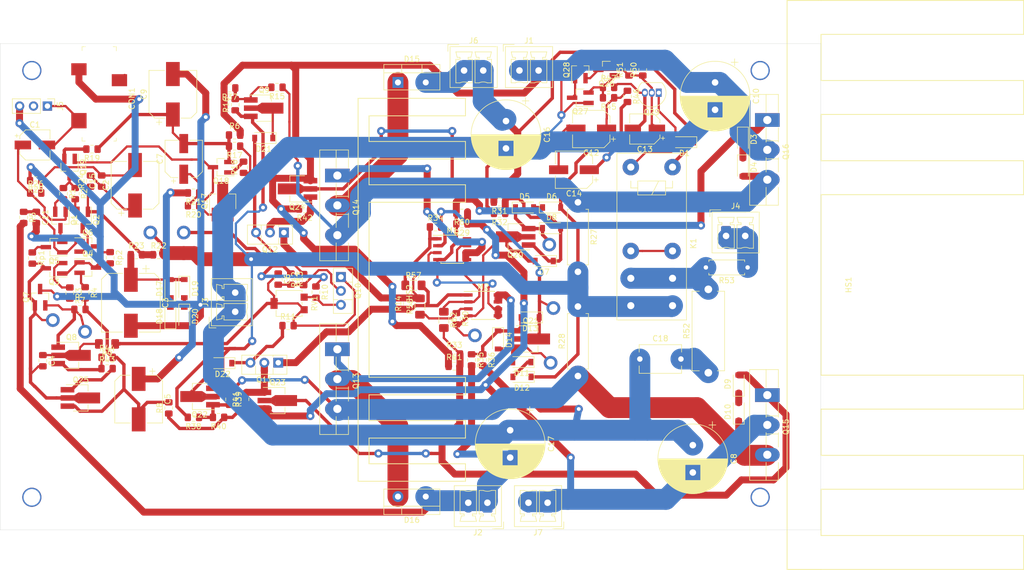
<source format=kicad_pcb>
(kicad_pcb (version 20171130) (host pcbnew 5.1.2-f72e74a~84~ubuntu18.04.1)
  (layers (0 F.Cu mixed) (31 B.Cu power) (34 B.Paste user) (35 F.Paste user) (36 B.SilkS user) (37 F.SilkS user) (38 B.Mask user) (39 F.Mask user) (44 Edge.Cuts user))
  (net 0 "")
  (net 1 "Net-(C1-Pad2)")
  (net 2 "Net-(C1-Pad1)")
  (net 3 Earth)
  (net 4 "Net-(C3-Pad1)")
  (net 5 "Net-(C4-Pad2)")
  (net 6 "Net-(C4-Pad1)")
  (net 7 "Net-(C6-Pad2)")
  (net 8 "Net-(C7-Pad2)")
  (net 9 "Net-(C7-Pad1)")
  (net 10 /-Vmax)
  (net 11 /Vmax)
  (net 12 "Net-(C11-Pad1)")
  (net 13 "Net-(C12-Pad2)")
  (net 14 "Net-(C12-Pad1)")
  (net 15 "Net-(C13-Pad1)")
  (net 16 "Net-(D3-Pad2)")
  (net 17 "Net-(D3-Pad1)")
  (net 18 "Net-(D4-Pad2)")
  (net 19 "Net-(D5-Pad2)")
  (net 20 "Net-(D5-Pad1)")
  (net 21 "Net-(D7-Pad2)")
  (net 22 "Net-(D7-Pad1)")
  (net 23 "Net-(D9-Pad2)")
  (net 24 "Net-(D10-Pad2)")
  (net 25 "Net-(D10-Pad1)")
  (net 26 "Net-(D11-Pad2)")
  (net 27 "Net-(D11-Pad1)")
  (net 28 "Net-(D13-Pad2)")
  (net 29 "Net-(D13-Pad1)")
  (net 30 /Vmin)
  (net 31 "Net-(D15-Pad1)")
  (net 32 "Net-(D16-Pad2)")
  (net 33 /-Vmin)
  (net 34 "Net-(D17-Pad1)")
  (net 35 "Net-(D19-Pad2)")
  (net 36 "Net-(D21-Pad2)")
  (net 37 "Net-(D21-Pad1)")
  (net 38 "Net-(D22-Pad2)")
  (net 39 "Net-(D22-Pad1)")
  (net 40 "Net-(M1-Pad5)")
  (net 41 "Net-(M1-Pad3)")
  (net 42 "Net-(M1-Pad1)")
  (net 43 "Net-(M2-Pad7)")
  (net 44 "Net-(Q1-Pad3)")
  (net 45 "Net-(Q1-Pad2)")
  (net 46 "Net-(Q2-Pad3)")
  (net 47 "Net-(Q2-Pad2)")
  (net 48 "Net-(Q3-Pad2)")
  (net 49 "Net-(Q3-Pad1)")
  (net 50 "Net-(Q4-Pad2)")
  (net 51 "Net-(Q5-Pad3)")
  (net 52 "Net-(Q6-Pad3)")
  (net 53 "Net-(Q7-Pad2)")
  (net 54 "Net-(Q10-Pad3)")
  (net 55 "Net-(Q11-Pad2)")
  (net 56 "Net-(Q12-Pad2)")
  (net 57 "Net-(Q17-Pad2)")
  (net 58 "Net-(Q17-Pad3)")
  (net 59 "Net-(Q17-Pad1)")
  (net 60 "Net-(Q18-Pad1)")
  (net 61 "Net-(Q19-Pad3)")
  (net 62 "Net-(Q19-Pad2)")
  (net 63 "Net-(Q26-Pad1)")
  (net 64 "Net-(Q27-Pad3)")
  (net 65 "Net-(Q8-Pad3)")
  (net 66 "Net-(Q9-Pad1)")
  (net 67 "Net-(Q22-Pad1)")
  (net 68 "Net-(Q25-Pad1)")
  (net 69 "Net-(C6-Pad1)")
  (net 70 /VOUT)
  (net 71 "Net-(C15-Pad2)")
  (net 72 "Net-(C15-Pad1)")
  (net 73 "Net-(J4-Pad1)")
  (net 74 "Net-(M2-Pad3)")
  (net 75 "Net-(M2-Pad1)")
  (net 76 "Net-(M1-Pad7)")
  (net 77 "Net-(C5-Pad2)")
  (net 78 "Net-(J5-Pad2)")
  (net 79 "Net-(C18-Pad2)")
  (net 80 "Net-(K1-Pad11)")
  (net 81 "Net-(CON1-Pad3)")
  (net 82 "Net-(Q2-Pad1)")
  (net 83 "Net-(D1-Pad2)")
  (net 84 "Net-(K1-Pad12)")
  (module Package_TO_SOT_THT:TO-264-3_Vertical (layer F.Cu) (at 169.304 66.0527 270)
    (fp_text reference Q16 (at 5.8 -3.4 90) (layer F.SilkS))
    (fp_text value 2SC5200-O_Q)
    (pad 3 thru_hole oval (at 10.9 0 270) (size 2.5 4.5) (drill 1.5) (layers *.Cu *.Mask) (net 18 "Net-(D4-Pad2)"))
    (pad 2 thru_hole oval (at 5.45 0 270) (size 2.5 4.5) (drill 1.5) (layers *.Cu *.Mask) (net 11 /Vmax))
    (pad 1 thru_hole rect (at 0 0 270) (size 2.5 4.5) (drill 1.5) (layers *.Cu *.Mask) (net 17 "Net-(D3-Pad1)"))
  )
  (module Package_TO_SOT_THT:TO-264-3_Vertical (layer F.Cu) (at 169.304 116.332 270)
    (fp_text reference Q15 (at 5.8 -3.4 90) (layer F.SilkS))
    (fp_text value 2SA1943-O_Q_)
    (pad 3 thru_hole oval (at 10.9 0 270) (size 2.5 4.5) (drill 1.5) (layers *.Cu *.Mask) (net 25 "Net-(D10-Pad1)"))
    (pad 2 thru_hole oval (at 5.45 0 270) (size 2.5 4.5) (drill 1.5) (layers *.Cu *.Mask) (net 10 /-Vmax))
    (pad 1 thru_hole rect (at 0 0 270) (size 2.5 4.5) (drill 1.5) (layers *.Cu *.Mask) (net 23 "Net-(D9-Pad2)"))
  )
  (module Package_TO_SOT_THT:TO-264-3_Vertical (layer F.Cu) (at 90.7923 76.2 270)
    (fp_text reference Q14 (at 5.8 -3.4 90) (layer F.SilkS))
    (fp_text value 2SC5200-O_Q)
    (pad 3 thru_hole oval (at 10.9 0 270) (size 2.5 4.5) (drill 1.5) (layers *.Cu *.Mask) (net 18 "Net-(D4-Pad2)"))
    (pad 2 thru_hole oval (at 5.45 0 270) (size 2.5 4.5) (drill 1.5) (layers *.Cu *.Mask) (net 31 "Net-(D15-Pad1)"))
    (pad 1 thru_hole rect (at 0 0 270) (size 2.5 4.5) (drill 1.5) (layers *.Cu *.Mask) (net 40 "Net-(M1-Pad5)"))
  )
  (module Package_TO_SOT_THT:TO-264-3_Vertical (layer F.Cu) (at 90.7923 107.95 270)
    (fp_text reference Q13 (at 5.8 -3.4 270) (layer F.SilkS))
    (fp_text value 2SA1943-O_Q_)
    (pad 3 thru_hole oval (at 10.9 0 270) (size 2.5 4.5) (drill 1.5) (layers *.Cu *.Mask) (net 25 "Net-(D10-Pad1)"))
    (pad 2 thru_hole oval (at 5.45 0 270) (size 2.5 4.5) (drill 1.5) (layers *.Cu *.Mask) (net 32 "Net-(D16-Pad2)"))
    (pad 1 thru_hole rect (at 0 0 270) (size 2.5 4.5) (drill 1.5) (layers *.Cu *.Mask) (net 43 "Net-(M2-Pad7)"))
  )
  (module Relay_THT:Relay_SPDT_Schrack-RP-II-1-16A-FormC_RM5mm (layer F.Cu) (at 151.99868 74.66076 270)
    (fp_text reference K1 (at 13.97 -3.81 90) (layer F.SilkS))
    (fp_text value FINDER-40.11-2016)
    (pad 14 thru_hole circle (at 25.32 0 270) (size 3 3) (drill 1.3) (layers *.Cu *.Mask) (net 70 /VOUT))
    (pad 11 thru_hole circle (at 20.32 7.62 270) (size 3 3) (drill 1.3) (layers *.Cu *.Mask) (net 80 "Net-(K1-Pad11)"))
    (pad 12 thru_hole circle (at 15.32 0 270) (size 3 3) (drill 1.3) (layers *.Cu *.Mask) (net 84 "Net-(K1-Pad12)"))
    (pad 12 thru_hole circle (at 15.32 7.62 270) (size 3 3) (drill 1.3) (layers *.Cu *.Mask) (net 84 "Net-(K1-Pad12)"))
    (pad 14 thru_hole circle (at 25.32 7.62 270) (size 3 3) (drill 1.3) (layers *.Cu *.Mask) (net 70 /VOUT))
    (pad 11 thru_hole circle (at 20.32 0 270) (size 3 3) (drill 1.3) (layers *.Cu *.Mask) (net 80 "Net-(K1-Pad11)"))
    (pad A2 thru_hole circle (at 0 7.62 270) (size 3 3) (drill 1.3) (layers *.Cu *.Mask) (net 83 "Net-(D1-Pad2)"))
    (pad A1 thru_hole circle (at 0 0 270) (size 3 3) (drill 1.3) (layers *.Cu *.Mask) (net 30 /Vmin))
  )
  (module Resistor_SMD:R_0805_2012Metric_Pad1.15x1.40mm_HandSolder (layer F.Cu) (at 112.168184 108.833295)
    (fp_text reference R33 (at 0 -1.65 -180) (layer F.SilkS))
    (fp_text value 10k)
    (pad 2 smd roundrect (at 1.025 0) (size 1.15 1.4) (layers F.Cu F.Paste F.Mask) (roundrect_rratio 0.217391) (net 23 "Net-(D9-Pad2)"))
    (pad 1 smd roundrect (at -1.025 0) (size 1.15 1.4) (layers F.Cu F.Paste F.Mask) (roundrect_rratio 0.217391) (net 11 /Vmax))
  )
  (module Capacitor_SMD:CP_Elec_10x10.5 (layer F.Cu) (at 53.086 99.45 270)
    (fp_text reference C3 (at 0 -6.3 90) (layer F.SilkS))
    (fp_text value 1000u)
    (pad 2 smd rect (at 4.2 0 270) (size 4.4 2.5) (layers F.Cu F.Paste F.Mask) (net 3 Earth))
    (pad 1 smd rect (at -4.2 0 270) (size 4.4 2.5) (layers F.Cu F.Paste F.Mask) (net 4 "Net-(C3-Pad1)"))
  )
  (module Resistor_SMD:R_0805_2012Metric_Pad1.15x1.40mm_HandSolder (layer F.Cu) (at 48.74042 109.42622)
    (fp_text reference R44 (at 0 -1.65) (layer F.SilkS))
    (fp_text value 5)
    (pad 2 smd roundrect (at 1.025 0) (size 1.15 1.4) (layers F.Cu F.Paste F.Mask) (roundrect_rratio 0.217391) (net 77 "Net-(C5-Pad2)"))
    (pad 1 smd roundrect (at -1.025 0) (size 1.15 1.4) (layers F.Cu F.Paste F.Mask) (roundrect_rratio 0.217391) (net 65 "Net-(Q8-Pad3)"))
  )
  (module disipadores:disipador_5.1C (layer F.Cu) (at 95.5802 97.0788 90)
    (fp_text reference HS2 (at -0.508 8.382 90) (layer F.SilkS))
    (fp_text value Heatsink)
  )
  (module Package_TO_SOT_SMD:SOT-89-3_Handsoldering (layer F.Cu) (at 76.962 63.881)
    (fp_text reference Q9 (at 0.45 -3.3) (layer F.SilkS))
    (fp_text value 2SCR514P5)
    (pad 2 smd trapezoid (at -0.37 0 90) (size 1.5 0.75) (rect_delta 0 0.5) (layers F.Cu F.Paste F.Mask) (net 37 "Net-(D21-Pad1)"))
    (pad 2 smd rect (at 1.98 0 270) (size 2 4) (layers F.Cu F.Paste F.Mask) (net 37 "Net-(D21-Pad1)"))
    (pad 3 smd rect (at -1.98 1.5 270) (size 1 2.5) (layers F.Cu F.Paste F.Mask) (net 70 /VOUT))
    (pad 2 smd rect (at -1.98 0 270) (size 1 2.5) (layers F.Cu F.Paste F.Mask) (net 37 "Net-(D21-Pad1)"))
    (pad 1 smd rect (at -1.98 -1.5 270) (size 1 2.5) (layers F.Cu F.Paste F.Mask) (net 66 "Net-(Q9-Pad1)"))
  )
  (module Resistor_SMD:R_1206_3216Metric_Pad1.42x1.75mm_HandSolder (layer F.Cu) (at 104.6845 96.266)
    (fp_text reference R57 (at 0 -1.82 180) (layer F.SilkS))
    (fp_text value 0)
    (pad 2 smd roundrect (at 1.4875 0) (size 1.425 1.75) (layers F.Cu F.Paste F.Mask) (roundrect_rratio 0.175439) (net 75 "Net-(M2-Pad1)"))
    (pad 1 smd roundrect (at -1.4875 0) (size 1.425 1.75) (layers F.Cu F.Paste F.Mask) (roundrect_rratio 0.175439) (net 42 "Net-(M1-Pad1)"))
  )
  (module Package_TO_SOT_SMD:SOT-89-3_Handsoldering (layer F.Cu) (at 123.735064 87.398379 180)
    (fp_text reference Q20 (at 0.45 -3.3 180) (layer F.SilkS))
    (fp_text value 2SAR514P5)
    (pad 2 smd trapezoid (at -0.37 0 270) (size 1.5 0.75) (rect_delta 0 0.5) (layers F.Cu F.Paste F.Mask) (net 21 "Net-(D7-Pad2)"))
    (pad 2 smd rect (at 1.98 0 90) (size 2 4) (layers F.Cu F.Paste F.Mask) (net 21 "Net-(D7-Pad2)"))
    (pad 3 smd rect (at -1.98 1.5 90) (size 1 2.5) (layers F.Cu F.Paste F.Mask) (net 20 "Net-(D5-Pad1)"))
    (pad 2 smd rect (at -1.98 0 90) (size 1 2.5) (layers F.Cu F.Paste F.Mask) (net 21 "Net-(D7-Pad2)"))
    (pad 1 smd rect (at -1.98 -1.5 90) (size 1 2.5) (layers F.Cu F.Paste F.Mask) (net 22 "Net-(D7-Pad1)"))
  )
  (module Resistor_SMD:R_0805_2012Metric_Pad1.15x1.40mm_HandSolder (layer F.Cu) (at 112.522 102.371 270)
    (fp_text reference R30 (at 0 -1.65 270) (layer F.SilkS))
    (fp_text value 1k)
    (pad 1 smd roundrect (at -1.025 0 270) (size 1.15 1.4) (layers F.Cu F.Paste F.Mask) (roundrect_rratio 0.217391) (net 74 "Net-(M2-Pad3)"))
    (pad 2 smd roundrect (at 1.025 0 270) (size 1.15 1.4) (layers F.Cu F.Paste F.Mask) (roundrect_rratio 0.217391) (net 21 "Net-(D7-Pad2)"))
  )
  (module Diode_SMD:D_SOD-123 (layer F.Cu) (at 60.298078 96.862225 90)
    (fp_text reference D17 (at 0 -2 90) (layer F.SilkS))
    (fp_text value 1N4148W)
    (pad 1 smd rect (at -1.65 0 90) (size 0.9 1.2) (layers F.Cu F.Paste F.Mask) (net 34 "Net-(D17-Pad1)"))
    (pad 2 smd rect (at 1.65 0 90) (size 0.9 1.2) (layers F.Cu F.Paste F.Mask) (net 4 "Net-(C3-Pad1)"))
  )
  (module Capacitor_SMD:CP_Elec_6.3x5.4 (layer F.Cu) (at 137.154 67.691 180)
    (fp_text reference C12 (at 0 -4.35) (layer F.SilkS))
    (fp_text value 47u)
    (pad 2 smd rect (at 2.8 0 180) (size 3.5 1.6) (layers F.Cu F.Paste F.Mask) (net 13 "Net-(C12-Pad2)"))
    (pad 1 smd rect (at -2.8 0 180) (size 3.5 1.6) (layers F.Cu F.Paste F.Mask) (net 14 "Net-(C12-Pad1)"))
  )
  (module Capacitor_SMD:CP_Elec_5x5.4 (layer F.Cu) (at 146.939 67.691 180)
    (fp_text reference C13 (at 0 -3.7 180) (layer F.SilkS))
    (fp_text value 22u)
    (pad 2 smd rect (at 2.2 0 180) (size 3 1.6) (layers F.Cu F.Paste F.Mask) (net 3 Earth))
    (pad 1 smd rect (at -2.2 0 180) (size 3 1.6) (layers F.Cu F.Paste F.Mask) (net 15 "Net-(C13-Pad1)"))
  )
  (module Resistor_SMD:R_0805_2012Metric_Pad1.15x1.40mm_HandSolder (layer F.Cu) (at 73.66 74.685 90)
    (fp_text reference R18 (at 0 -1.65 90) (layer F.SilkS))
    (fp_text value 3.9k)
    (pad 2 smd roundrect (at 1.025 0 90) (size 1.15 1.4) (layers F.Cu F.Paste F.Mask) (roundrect_rratio 0.217391) (net 60 "Net-(Q18-Pad1)"))
    (pad 1 smd roundrect (at -1.025 0 90) (size 1.15 1.4) (layers F.Cu F.Paste F.Mask) (roundrect_rratio 0.217391) (net 58 "Net-(Q17-Pad3)"))
  )
  (module Package_TO_SOT_SMD:SOT-23_Handsoldering (layer F.Cu) (at 39.061783 89.285507 180)
    (fp_text reference Q5 (at 0 -2.5 180) (layer F.SilkS))
    (fp_text value BC860)
    (pad 1 smd rect (at -1.5 -0.95 180) (size 1.9 0.8) (layers F.Cu F.Paste F.Mask) (net 12 "Net-(C11-Pad1)"))
    (pad 2 smd rect (at -1.5 0.95 180) (size 1.9 0.8) (layers F.Cu F.Paste F.Mask) (net 44 "Net-(Q1-Pad3)"))
    (pad 3 smd rect (at 1.5 0 180) (size 1.9 0.8) (layers F.Cu F.Paste F.Mask) (net 51 "Net-(Q5-Pad3)"))
  )
  (module Capacitor_THT:CP_Radial_D12.5mm_P5.00mm (layer F.Cu) (at 121.58472 66.23812 270)
    (fp_text reference C16 (at 2.5 -7.5 270) (layer F.SilkS))
    (fp_text value 470u)
    (pad 2 thru_hole circle (at 5 0 270) (size 2.4 2.4) (drill 1.2) (layers *.Cu *.Mask) (net 3 Earth))
    (pad 1 thru_hole rect (at 0 0 270) (size 2.4 2.4) (drill 1.2) (layers *.Cu *.Mask) (net 30 /Vmin))
  )
  (module Connector_Phoenix_MC:PhoenixContact_MCV_1,5_2-G-3.5_1x02_P3.50mm_Vertical (layer F.Cu) (at 124.03836 57)
    (fp_text reference J1 (at 1.75 -5.45 -180) (layer F.SilkS))
    (fp_text value Screw_Terminal_01x02)
    (pad 2 thru_hole oval (at 3.5 0) (size 1.8 3.6) (drill 1.2) (layers *.Cu *.Mask) (net 11 /Vmax))
    (pad 1 thru_hole roundrect (at 0 0) (size 1.8 3.6) (drill 1.2) (layers *.Cu *.Mask) (roundrect_rratio 0.138889) (net 11 /Vmax))
  )
  (module Capacitor_SMD:CP_Elec_6.3x5.4 (layer F.Cu) (at 62.738 73.158 90)
    (fp_text reference C7 (at 0 -4.35 270) (layer F.SilkS))
    (fp_text value 47u)
    (pad 2 smd rect (at 2.8 0 90) (size 3.5 1.6) (layers F.Cu F.Paste F.Mask) (net 8 "Net-(C7-Pad2)"))
    (pad 1 smd rect (at -2.8 0 90) (size 3.5 1.6) (layers F.Cu F.Paste F.Mask) (net 9 "Net-(C7-Pad1)"))
  )
  (module Package_TO_SOT_THT:TO-92_Inline (layer F.Cu) (at 149.479 61.06668 180)
    (fp_text reference Q29 (at 1.27 -3.56 180) (layer F.SilkS))
    (fp_text value BS170)
    (pad 1 thru_hole rect (at 0 0 180) (size 1.05 1.5) (drill 0.75) (layers *.Cu *.Mask) (net 83 "Net-(D1-Pad2)"))
    (pad 3 thru_hole oval (at 2.54 0 180) (size 1.05 1.5) (drill 0.75) (layers *.Cu *.Mask) (net 3 Earth))
    (pad 2 thru_hole oval (at 1.27 0 180) (size 1.05 1.5) (drill 0.75) (layers *.Cu *.Mask) (net 15 "Net-(C13-Pad1)"))
  )
  (module Capacitor_SMD:CP_Elec_6.3x5.4 (layer F.Cu) (at 134.00024 75.13828 180)
    (fp_text reference C14 (at 0 -4.35) (layer F.SilkS))
    (fp_text value 47u)
    (pad 2 smd rect (at 2.8 0 180) (size 3.5 1.6) (layers F.Cu F.Paste F.Mask) (net 13 "Net-(C12-Pad2)"))
    (pad 1 smd rect (at -2.8 0 180) (size 3.5 1.6) (layers F.Cu F.Paste F.Mask) (net 3 Earth))
  )
  (module Resistor_SMD:R_0805_2012Metric_Pad1.15x1.40mm_HandSolder (layer F.Cu) (at 79.765 60.071 180)
    (fp_text reference R15 (at 0 -1.65 180) (layer F.SilkS))
    (fp_text value 270)
    (pad 1 smd roundrect (at -1.025 0 180) (size 1.15 1.4) (layers F.Cu F.Paste F.Mask) (roundrect_rratio 0.217391) (net 18 "Net-(D4-Pad2)"))
    (pad 2 smd roundrect (at 1.025 0 180) (size 1.15 1.4) (layers F.Cu F.Paste F.Mask) (roundrect_rratio 0.217391) (net 66 "Net-(Q9-Pad1)"))
  )
  (module Resistor_SMD:R_0805_2012Metric_Pad1.15x1.40mm_HandSolder (layer F.Cu) (at 71.129 60.198 180)
    (fp_text reference R37 (at 0 -1.65 180) (layer F.SilkS))
    (fp_text value 11k)
    (pad 2 smd roundrect (at 1.025 0 180) (size 1.15 1.4) (layers F.Cu F.Paste F.Mask) (roundrect_rratio 0.217391) (net 11 /Vmax))
    (pad 1 smd roundrect (at -1.025 0 180) (size 1.15 1.4) (layers F.Cu F.Paste F.Mask) (roundrect_rratio 0.217391) (net 66 "Net-(Q9-Pad1)"))
  )
  (module Resistor_SMD:R_0805_2012Metric_Pad1.15x1.40mm_HandSolder (layer F.Cu) (at 84.62264 95.21836 90)
    (fp_text reference R12 (at 0 -1.65 90) (layer F.SilkS))
    (fp_text value 50)
    (pad 2 smd roundrect (at 1.025 0 90) (size 1.15 1.4) (layers F.Cu F.Paste F.Mask) (roundrect_rratio 0.217391) (net 36 "Net-(D21-Pad2)"))
    (pad 1 smd roundrect (at -1.025 0 90) (size 1.15 1.4) (layers F.Cu F.Paste F.Mask) (roundrect_rratio 0.217391) (net 7 "Net-(C6-Pad2)"))
  )
  (module Package_SO:SOIC-8_3.9x4.9mm_P1.27mm (layer F.Cu) (at 117.413 99.92868)
    (fp_text reference M2 (at 0 -3.4) (layer F.SilkS))
    (fp_text value FDS9934C)
    (pad 8 smd rect (at 2.7 -1.905) (size 1.55 0.6) (layers F.Cu F.Paste F.Mask) (net 43 "Net-(M2-Pad7)"))
    (pad 7 smd rect (at 2.7 -0.635) (size 1.55 0.6) (layers F.Cu F.Paste F.Mask) (net 43 "Net-(M2-Pad7)"))
    (pad 6 smd rect (at 2.7 0.635) (size 1.55 0.6) (layers F.Cu F.Paste F.Mask) (net 17 "Net-(D3-Pad1)"))
    (pad 5 smd rect (at 2.7 1.905) (size 1.55 0.6) (layers F.Cu F.Paste F.Mask) (net 17 "Net-(D3-Pad1)"))
    (pad 4 smd rect (at -2.7 1.905) (size 1.55 0.6) (layers F.Cu F.Paste F.Mask) (net 21 "Net-(D7-Pad2)"))
    (pad 3 smd rect (at -2.7 0.635) (size 1.55 0.6) (layers F.Cu F.Paste F.Mask) (net 74 "Net-(M2-Pad3)"))
    (pad 2 smd rect (at -2.7 -0.635) (size 1.55 0.6) (layers F.Cu F.Paste F.Mask) (net 76 "Net-(M1-Pad7)"))
    (pad 1 smd rect (at -2.7 -1.905) (size 1.55 0.6) (layers F.Cu F.Paste F.Mask) (net 75 "Net-(M2-Pad1)"))
  )
  (module Diode_SMD:D_SOD-123 (layer F.Cu) (at 129.91 85.82)
    (fp_text reference D8 (at 0 -2 -180) (layer F.SilkS))
    (fp_text value 1N4148W)
    (pad 2 smd rect (at 1.65 0) (size 0.9 1.2) (layers F.Cu F.Paste F.Mask) (net 22 "Net-(D7-Pad1)"))
    (pad 1 smd rect (at -1.65 0) (size 0.9 1.2) (layers F.Cu F.Paste F.Mask) (net 20 "Net-(D5-Pad1)"))
  )
  (module disipadores:disipador_1.8C (layer F.Cu) (at 176.022 96.1898 90)
    (fp_text reference HS1 (at 0 8.128 90) (layer F.SilkS))
    (fp_text value Heatsink)
  )
  (module Resistor_THT:R_Axial_DIN0411_L9.9mm_D3.6mm_P12.70mm_Horizontal (layer F.Cu) (at 134.7216 112.84204 90)
    (fp_text reference R28 (at 6.35 -2.92 90) (layer F.SilkS))
    (fp_text value 0.1)
    (pad 2 thru_hole oval (at 12.7 0 90) (size 2.4 2.4) (drill 1.2) (layers *.Cu *.Mask) (net 70 /VOUT))
    (pad 1 thru_hole circle (at 0 0 90) (size 2.4 2.4) (drill 1.2) (layers *.Cu *.Mask) (net 25 "Net-(D10-Pad1)"))
  )
  (module Resistor_THT:R_Axial_DIN0411_L9.9mm_D3.6mm_P12.70mm_Horizontal (layer F.Cu) (at 134.7216 81.09204 270)
    (fp_text reference R27 (at 6.35 -2.92 90) (layer F.SilkS))
    (fp_text value 0.1)
    (pad 2 thru_hole oval (at 12.7 0 270) (size 2.4 2.4) (drill 1.2) (layers *.Cu *.Mask) (net 70 /VOUT))
    (pad 1 thru_hole circle (at 0 0 270) (size 2.4 2.4) (drill 1.2) (layers *.Cu *.Mask) (net 18 "Net-(D4-Pad2)"))
  )
  (module Package_TO_SOT_THT:TO-126-3_Vertical (layer F.Cu) (at 81.026 86.614 180)
    (fp_text reference Q12 (at 2.54 -3.12 180) (layer F.SilkS))
    (fp_text value BD139)
    (pad 3 thru_hole oval (at 5.08 0 180) (size 1.8 1.8) (drill 1) (layers *.Cu *.Mask) (net 36 "Net-(D21-Pad2)"))
    (pad 2 thru_hole oval (at 2.54 0 180) (size 1.8 1.8) (drill 1) (layers *.Cu *.Mask) (net 56 "Net-(Q12-Pad2)"))
    (pad 1 thru_hole rect (at 0 0 180) (size 1.8 1.8) (drill 1) (layers *.Cu *.Mask) (net 41 "Net-(M1-Pad3)"))
  )
  (module Capacitor_SMD:CP_Elec_8x10.5 (layer F.Cu) (at 53.848 77.978 90)
    (fp_text reference C2 (at 0 -5.3 90) (layer F.SilkS))
    (fp_text value 470u)
    (pad 2 smd rect (at 3.7 0 90) (size 4.4 2.5) (layers F.Cu F.Paste F.Mask) (net 71 "Net-(C15-Pad2)"))
    (pad 1 smd rect (at -3.7 0 90) (size 4.4 2.5) (layers F.Cu F.Paste F.Mask) (net 72 "Net-(C15-Pad1)"))
  )
  (module Package_SO:SOIC-8_3.9x4.9mm_P1.27mm (layer F.Cu) (at 111.76 89.662)
    (fp_text reference M1 (at 0 -3.4) (layer F.SilkS))
    (fp_text value FDS9934C)
    (pad 8 smd rect (at 2.7 -1.905) (size 1.55 0.6) (layers F.Cu F.Paste F.Mask) (net 76 "Net-(M1-Pad7)"))
    (pad 7 smd rect (at 2.7 -0.635) (size 1.55 0.6) (layers F.Cu F.Paste F.Mask) (net 76 "Net-(M1-Pad7)"))
    (pad 6 smd rect (at 2.7 0.635) (size 1.55 0.6) (layers F.Cu F.Paste F.Mask) (net 40 "Net-(M1-Pad5)"))
    (pad 5 smd rect (at 2.7 1.905) (size 1.55 0.6) (layers F.Cu F.Paste F.Mask) (net 40 "Net-(M1-Pad5)"))
    (pad 4 smd rect (at -2.7 1.905) (size 1.55 0.6) (layers F.Cu F.Paste F.Mask) (net 17 "Net-(D3-Pad1)"))
    (pad 3 smd rect (at -2.7 0.635) (size 1.55 0.6) (layers F.Cu F.Paste F.Mask) (net 41 "Net-(M1-Pad3)"))
    (pad 2 smd rect (at -2.7 -0.635) (size 1.55 0.6) (layers F.Cu F.Paste F.Mask) (net 29 "Net-(D13-Pad1)"))
    (pad 1 smd rect (at -2.7 -1.905) (size 1.55 0.6) (layers F.Cu F.Paste F.Mask) (net 42 "Net-(M1-Pad1)"))
  )
  (module Resistor_SMD:R_0805_2012Metric_Pad1.15x1.40mm_HandSolder (layer F.Cu) (at 108.712 85.598)
    (fp_text reference R34 (at 0 -1.65) (layer F.SilkS))
    (fp_text value 1k)
    (pad 2 smd roundrect (at 1.025 0) (size 1.15 1.4) (layers F.Cu F.Paste F.Mask) (roundrect_rratio 0.217391) (net 29 "Net-(D13-Pad1)"))
    (pad 1 smd roundrect (at -1.025 0) (size 1.15 1.4) (layers F.Cu F.Paste F.Mask) (roundrect_rratio 0.217391) (net 42 "Net-(M1-Pad1)"))
  )
  (module Diode_SMD:D_SOD-123 (layer F.Cu) (at 164.084 114.3 90)
    (fp_text reference D9 (at 0 -2 90) (layer F.SilkS))
    (fp_text value 1N4148W)
    (pad 2 smd rect (at 1.65 0 90) (size 0.9 1.2) (layers F.Cu F.Paste F.Mask) (net 23 "Net-(D9-Pad2)"))
    (pad 1 smd rect (at -1.65 0 90) (size 0.9 1.2) (layers F.Cu F.Paste F.Mask) (net 24 "Net-(D10-Pad2)"))
  )
  (module Resistor_SMD:R_0805_2012Metric_Pad1.15x1.40mm_HandSolder (layer F.Cu) (at 72.022629 68.800579)
    (fp_text reference R6 (at 0 -1.65) (layer F.SilkS))
    (fp_text value 10)
    (pad 2 smd roundrect (at 1.025 0) (size 1.15 1.4) (layers F.Cu F.Paste F.Mask) (roundrect_rratio 0.217391) (net 11 /Vmax))
    (pad 1 smd roundrect (at -1.025 0) (size 1.15 1.4) (layers F.Cu F.Paste F.Mask) (roundrect_rratio 0.217391) (net 8 "Net-(C7-Pad2)"))
  )
  (module Capacitor_SMD:CP_Elec_8x10.5 (layer F.Cu) (at 54.50644 117.06256 270)
    (fp_text reference C5 (at 0 -5.3 270) (layer F.SilkS))
    (fp_text value 100u)
    (pad 2 smd rect (at 3.7 0 270) (size 4.4 2.5) (layers F.Cu F.Paste F.Mask) (net 77 "Net-(C5-Pad2)"))
    (pad 1 smd rect (at -3.7 0 270) (size 4.4 2.5) (layers F.Cu F.Paste F.Mask) (net 3 Earth))
  )
  (module Package_TO_SOT_THT:TO-126-3_Vertical (layer F.Cu) (at 91.44 94.742 270)
    (fp_text reference Q10 (at 2.54 -3.12 90) (layer F.SilkS))
    (fp_text value BD139)
    (pad 3 thru_hole oval (at 5.08 0 270) (size 1.8 1.8) (drill 1) (layers *.Cu *.Mask) (net 54 "Net-(Q10-Pad3)"))
    (pad 2 thru_hole oval (at 2.54 0 270) (size 1.8 1.8) (drill 1) (layers *.Cu *.Mask) (net 7 "Net-(C6-Pad2)"))
    (pad 1 thru_hole rect (at 0 0 270) (size 1.8 1.8) (drill 1) (layers *.Cu *.Mask) (net 69 "Net-(C6-Pad1)"))
  )
  (module Resistor_SMD:R_0805_2012Metric_Pad1.15x1.40mm_HandSolder (layer F.Cu) (at 103.58628 99.59848 90)
    (fp_text reference R14 (at 0 -1.65 90) (layer F.SilkS))
    (fp_text value 1k)
    (pad 2 smd roundrect (at 1.025 0 90) (size 1.15 1.4) (layers F.Cu F.Paste F.Mask) (roundrect_rratio 0.217391) (net 41 "Net-(M1-Pad3)"))
    (pad 1 smd roundrect (at -1.025 0 90) (size 1.15 1.4) (layers F.Cu F.Paste F.Mask) (roundrect_rratio 0.217391) (net 75 "Net-(M2-Pad1)"))
  )
  (module Connector_Phoenix_MC:PhoenixContact_MCV_1,5_2-G-3.5_1x02_P3.50mm_Vertical (layer F.Cu) (at 118.19636 136 180)
    (fp_text reference J2 (at 1.75 -5.45 180) (layer F.SilkS))
    (fp_text value Screw_Terminal_01x02)
    (pad 2 thru_hole oval (at 3.5 0 180) (size 1.8 3.6) (drill 1.2) (layers *.Cu *.Mask) (net 33 /-Vmin))
    (pad 1 thru_hole roundrect (at 0 0 180) (size 1.8 3.6) (drill 1.2) (layers *.Cu *.Mask) (roundrect_rratio 0.138889) (net 33 /-Vmin))
  )
  (module Resistor_SMD:R_0805_2012Metric_Pad1.15x1.40mm_HandSolder (layer F.Cu) (at 35.70108 77.13726 180)
    (fp_text reference R25 (at 0 -1.65) (layer F.SilkS))
    (fp_text value 1.1k)
    (pad 2 smd roundrect (at 1.025 0 180) (size 1.15 1.4) (layers F.Cu F.Paste F.Mask) (roundrect_rratio 0.217391) (net 3 Earth))
    (pad 1 smd roundrect (at -1.025 0 180) (size 1.15 1.4) (layers F.Cu F.Paste F.Mask) (roundrect_rratio 0.217391) (net 71 "Net-(C15-Pad2)"))
  )
  (module digikey-footprints:Switch_Slide_11.6x4mm_SJ-3523-SMT (layer F.Cu) (at 47.295703 58.772487 270)
    (fp_text reference CON1 (at 3.375 -5.975 90) (layer F.SilkS))
    (fp_text value SJ-3523-SMT-TR)
    (pad "" np_thru_hole circle (at 6.1 0 270) (size 1.7 1.7) (drill 1.7) (layers *.Cu *.Mask))
    (pad "" np_thru_hole circle (at -0.9 0 270) (size 1.7 1.7) (drill 1.7) (layers *.Cu *.Mask))
    (pad 2 smd rect (at 7.4 3.7 270) (size 2.8 2.8) (layers F.Cu F.Paste F.Mask) (net 1 "Net-(C1-Pad2)"))
    (pad 1 smd rect (at -2 3.7 270) (size 2.2 2.8) (layers F.Cu F.Paste F.Mask) (net 3 Earth))
    (pad 3 smd rect (at 0 -3.7 270) (size 2.2 2.8) (layers F.Cu F.Paste F.Mask) (net 81 "Net-(CON1-Pad3)"))
  )
  (module Resistor_SMD:R_0805_2012Metric_Pad1.15x1.40mm_HandSolder (layer F.Cu) (at 58.157 90.678)
    (fp_text reference R22 (at 0 -1.65 180) (layer F.SilkS))
    (fp_text value 2.2k)
    (pad 2 smd roundrect (at 1.025 0) (size 1.15 1.4) (layers F.Cu F.Paste F.Mask) (roundrect_rratio 0.217391) (net 70 /VOUT))
    (pad 1 smd roundrect (at -1.025 0) (size 1.15 1.4) (layers F.Cu F.Paste F.Mask) (roundrect_rratio 0.217391) (net 82 "Net-(Q2-Pad1)"))
  )
  (module Diode_SMD:D_SOD-123 (layer F.Cu) (at 164.846 69.596 270)
    (fp_text reference D3 (at 0 -2 270) (layer F.SilkS))
    (fp_text value 1N4148W)
    (pad 2 smd rect (at 1.65 0 270) (size 0.9 1.2) (layers F.Cu F.Paste F.Mask) (net 16 "Net-(D3-Pad2)"))
    (pad 1 smd rect (at -1.65 0 270) (size 0.9 1.2) (layers F.Cu F.Paste F.Mask) (net 17 "Net-(D3-Pad1)"))
  )
  (module Resistor_SMD:R_0805_2012Metric_Pad1.15x1.40mm_HandSolder (layer F.Cu) (at 113.538 85.028611 180)
    (fp_text reference R29 (at 0 -1.65 180) (layer F.SilkS))
    (fp_text value 10k)
    (pad 2 smd roundrect (at 1.025 0 180) (size 1.15 1.4) (layers F.Cu F.Paste F.Mask) (roundrect_rratio 0.217391) (net 17 "Net-(D3-Pad1)"))
    (pad 1 smd roundrect (at -1.025 0 180) (size 1.15 1.4) (layers F.Cu F.Paste F.Mask) (roundrect_rratio 0.217391) (net 10 /-Vmax))
  )
  (module Potentiometer_SMD:Potentiometer_Bourns_3314G_Vertical (layer F.Cu) (at 81.97596 99.57562 270)
    (fp_text reference RV1 (at 0 -4.65 90) (layer F.SilkS))
    (fp_text value R_POT)
    (pad 3 smd rect (at -1.15 -2.75 270) (size 1.3 1.3) (layers F.Cu F.Paste F.Mask) (net 54 "Net-(Q10-Pad3)"))
    (pad 2 smd rect (at 0 2.75 270) (size 2 1.3) (layers F.Cu F.Paste F.Mask) (net 69 "Net-(C6-Pad1)"))
    (pad 1 smd rect (at 1.15 -2.75 270) (size 1.3 1.3) (layers F.Cu F.Paste F.Mask) (net 69 "Net-(C6-Pad1)"))
  )
  (module Resistor_SMD:R_0805_2012Metric_Pad1.15x1.40mm_HandSolder (layer F.Cu) (at 146.558 56.900573 90)
    (fp_text reference R50 (at 0 -1.65 270) (layer F.SilkS))
    (fp_text value 100k)
    (pad 2 smd roundrect (at 1.025 0 90) (size 1.15 1.4) (layers F.Cu F.Paste F.Mask) (roundrect_rratio 0.217391) (net 30 /Vmin))
    (pad 1 smd roundrect (at -1.025 0 90) (size 1.15 1.4) (layers F.Cu F.Paste F.Mask) (roundrect_rratio 0.217391) (net 15 "Net-(C13-Pad1)"))
  )
  (module Resistor_SMD:R_0805_2012Metric_Pad1.15x1.40mm_HandSolder (layer F.Cu) (at 48.74042 111.48362)
    (fp_text reference R43 (at 0 -1.65 180) (layer F.SilkS))
    (fp_text value 2.2k)
    (pad 2 smd roundrect (at 1.025 0) (size 1.15 1.4) (layers F.Cu F.Paste F.Mask) (roundrect_rratio 0.217391) (net 68 "Net-(Q25-Pad1)"))
    (pad 1 smd roundrect (at -1.025 0) (size 1.15 1.4) (layers F.Cu F.Paste F.Mask) (roundrect_rratio 0.217391) (net 65 "Net-(Q8-Pad3)"))
  )
  (module Resistor_SMD:R_0805_2012Metric_Pad1.15x1.40mm_HandSolder (layer F.Cu) (at 72.022629 70.832579 180)
    (fp_text reference R17 (at 0 -1.65 180) (layer F.SilkS))
    (fp_text value 68)
    (pad 2 smd roundrect (at 1.025 0 180) (size 1.15 1.4) (layers F.Cu F.Paste F.Mask) (roundrect_rratio 0.217391) (net 8 "Net-(C7-Pad2)"))
    (pad 1 smd roundrect (at -1.025 0 180) (size 1.15 1.4) (layers F.Cu F.Paste F.Mask) (roundrect_rratio 0.217391) (net 58 "Net-(Q17-Pad3)"))
  )
  (module Resistor_SMD:R_0805_2012Metric_Pad1.15x1.40mm_HandSolder (layer F.Cu) (at 49.3014 91.2204 270)
    (fp_text reference Rp2 (at 0 -1.65 270) (layer F.SilkS))
    (fp_text value 0)
    (pad 2 smd roundrect (at 1.025 0 270) (size 1.15 1.4) (layers F.Cu F.Paste F.Mask) (roundrect_rratio 0.217391) (net 49 "Net-(Q3-Pad1)"))
    (pad 1 smd roundrect (at -1.025 0 270) (size 1.15 1.4) (layers F.Cu F.Paste F.Mask) (roundrect_rratio 0.217391) (net 52 "Net-(Q6-Pad3)"))
  )
  (module Resistor_SMD:R_0805_2012Metric_Pad1.15x1.40mm_HandSolder (layer F.Cu) (at 35.08248 91.27882 270)
    (fp_text reference Rp1 (at 0 -1.65 270) (layer F.SilkS))
    (fp_text value 0)
    (pad 1 smd roundrect (at -1.025 0 270) (size 1.15 1.4) (layers F.Cu F.Paste F.Mask) (roundrect_rratio 0.217391) (net 51 "Net-(Q5-Pad3)"))
    (pad 2 smd roundrect (at 1.025 0 270) (size 1.15 1.4) (layers F.Cu F.Paste F.Mask) (roundrect_rratio 0.217391) (net 5 "Net-(C4-Pad2)"))
  )
  (module Resistor_SMD:R_0805_2012Metric_Pad1.15x1.40mm_HandSolder (layer F.Cu) (at 144.047165 56.900573 90)
    (fp_text reference R51 (at 0 -1.65 270) (layer F.SilkS))
    (fp_text value 100k)
    (pad 2 smd roundrect (at 1.025 0 90) (size 1.15 1.4) (layers F.Cu F.Paste F.Mask) (roundrect_rratio 0.217391) (net 3 Earth))
    (pad 1 smd roundrect (at -1.025 0 90) (size 1.15 1.4) (layers F.Cu F.Paste F.Mask) (roundrect_rratio 0.217391) (net 15 "Net-(C13-Pad1)"))
  )
  (module Resistor_SMD:R_0805_2012Metric_Pad1.15x1.40mm_HandSolder (layer F.Cu) (at 140.313495 60.084719)
    (fp_text reference R47 (at 0 -1.65) (layer F.SilkS))
    (fp_text value 50k)
    (pad 2 smd roundrect (at 1.025 0) (size 1.15 1.4) (layers F.Cu F.Paste F.Mask) (roundrect_rratio 0.217391) (net 3 Earth))
    (pad 1 smd roundrect (at -1.025 0) (size 1.15 1.4) (layers F.Cu F.Paste F.Mask) (roundrect_rratio 0.217391) (net 63 "Net-(Q26-Pad1)"))
  )
  (module Resistor_SMD:R_0805_2012Metric_Pad1.15x1.40mm_HandSolder (layer F.Cu) (at 143.764 61.731 270)
    (fp_text reference R46 (at 0 -1.65 270) (layer F.SilkS))
    (fp_text value 22k)
    (pad 2 smd roundrect (at 1.025 0 270) (size 1.15 1.4) (layers F.Cu F.Paste F.Mask) (roundrect_rratio 0.217391) (net 70 /VOUT))
    (pad 1 smd roundrect (at -1.025 0 270) (size 1.15 1.4) (layers F.Cu F.Paste F.Mask) (roundrect_rratio 0.217391) (net 14 "Net-(C12-Pad1)"))
  )
  (module Resistor_SMD:R_0805_2012Metric_Pad1.15x1.40mm_HandSolder (layer F.Cu) (at 140.313495 61.989719 180)
    (fp_text reference R45 (at 0 -1.65) (layer F.SilkS))
    (fp_text value 10k)
    (pad 2 smd roundrect (at 1.025 0 180) (size 1.15 1.4) (layers F.Cu F.Paste F.Mask) (roundrect_rratio 0.217391) (net 63 "Net-(Q26-Pad1)"))
    (pad 1 smd roundrect (at -1.025 0 180) (size 1.15 1.4) (layers F.Cu F.Paste F.Mask) (roundrect_rratio 0.217391) (net 14 "Net-(C12-Pad1)"))
  )
  (module Resistor_SMD:R_0805_2012Metric_Pad1.15x1.40mm_HandSolder (layer F.Cu) (at 84.827 82.296 180)
    (fp_text reference R42 (at 0 -1.65 180) (layer F.SilkS))
    (fp_text value 3.3)
    (pad 2 smd roundrect (at 1.025 0 180) (size 1.15 1.4) (layers F.Cu F.Paste F.Mask) (roundrect_rratio 0.217391) (net 11 /Vmax))
    (pad 1 smd roundrect (at -1.025 0 180) (size 1.15 1.4) (layers F.Cu F.Paste F.Mask) (roundrect_rratio 0.217391) (net 56 "Net-(Q12-Pad2)"))
  )
  (module Resistor_SMD:R_0805_2012Metric_Pad1.15x1.40mm_HandSolder (layer F.Cu) (at 73.914 117.094 90)
    (fp_text reference R41 (at 0 -1.65 270) (layer F.SilkS))
    (fp_text value 3.3)
    (pad 2 smd roundrect (at 1.025 0 90) (size 1.15 1.4) (layers F.Cu F.Paste F.Mask) (roundrect_rratio 0.217391) (net 55 "Net-(Q11-Pad2)"))
    (pad 1 smd roundrect (at -1.025 0 90) (size 1.15 1.4) (layers F.Cu F.Paste F.Mask) (roundrect_rratio 0.217391) (net 10 /-Vmax))
  )
  (module Resistor_SMD:R_0805_2012Metric_Pad1.15x1.40mm_HandSolder (layer F.Cu) (at 69.097 120.396 180)
    (fp_text reference R40 (at 0 -1.65 180) (layer F.SilkS))
    (fp_text value 11k)
    (pad 2 smd roundrect (at 1.025 0 180) (size 1.15 1.4) (layers F.Cu F.Paste F.Mask) (roundrect_rratio 0.217391) (net 67 "Net-(Q22-Pad1)"))
    (pad 1 smd roundrect (at -1.025 0 180) (size 1.15 1.4) (layers F.Cu F.Paste F.Mask) (roundrect_rratio 0.217391) (net 10 /-Vmax))
  )
  (module Resistor_SMD:R_0805_2012Metric_Pad1.15x1.40mm_HandSolder (layer F.Cu) (at 71.12 117.094 270)
    (fp_text reference R39 (at 0 -1.65 270) (layer F.SilkS))
    (fp_text value 270)
    (pad 2 smd roundrect (at 1.025 0 270) (size 1.15 1.4) (layers F.Cu F.Paste F.Mask) (roundrect_rratio 0.217391) (net 67 "Net-(Q22-Pad1)"))
    (pad 1 smd roundrect (at -1.025 0 270) (size 1.15 1.4) (layers F.Cu F.Paste F.Mask) (roundrect_rratio 0.217391) (net 25 "Net-(D10-Pad1)"))
  )
  (module Resistor_SMD:R_0805_2012Metric_Pad1.15x1.40mm_HandSolder (layer F.Cu) (at 64.507 120.396 180)
    (fp_text reference R38 (at 0 -1.65) (layer F.SilkS))
    (fp_text value 330)
    (pad 2 smd roundrect (at 1.025 0 180) (size 1.15 1.4) (layers F.Cu F.Paste F.Mask) (roundrect_rratio 0.217391) (net 70 /VOUT))
    (pad 1 smd roundrect (at -1.025 0 180) (size 1.15 1.4) (layers F.Cu F.Paste F.Mask) (roundrect_rratio 0.217391) (net 67 "Net-(Q22-Pad1)"))
  )
  (module Resistor_SMD:R_0805_2012Metric_Pad1.15x1.40mm_HandSolder (layer F.Cu) (at 117.33422 109.897502 270)
    (fp_text reference R36 (at 0 -1.65 270) (layer F.SilkS))
    (fp_text value 2.7k)
    (pad 1 smd roundrect (at -1.025 0 270) (size 1.15 1.4) (layers F.Cu F.Paste F.Mask) (roundrect_rratio 0.217391) (net 28 "Net-(D13-Pad2)"))
    (pad 2 smd roundrect (at 1.025 0 270) (size 1.15 1.4) (layers F.Cu F.Paste F.Mask) (roundrect_rratio 0.217391) (net 3 Earth))
  )
  (module Resistor_SMD:R_0805_2012Metric_Pad1.15x1.40mm_HandSolder (layer F.Cu) (at 115.30222 109.897502 270)
    (fp_text reference R35 (at 0 -1.65 270) (layer F.SilkS))
    (fp_text value 1k)
    (pad 1 smd roundrect (at -1.025 0 270) (size 1.15 1.4) (layers F.Cu F.Paste F.Mask) (roundrect_rratio 0.217391) (net 28 "Net-(D13-Pad2)"))
    (pad 2 smd roundrect (at 1.025 0 270) (size 1.15 1.4) (layers F.Cu F.Paste F.Mask) (roundrect_rratio 0.217391) (net 33 /-Vmin))
  )
  (module Resistor_SMD:R_0805_2012Metric_Pad1.15x1.40mm_HandSolder (layer F.Cu) (at 120.412008 83.099722 180)
    (fp_text reference R32 (at 0 -1.65) (layer F.SilkS))
    (fp_text value 2.7k)
    (pad 2 smd roundrect (at 1.025 0 180) (size 1.15 1.4) (layers F.Cu F.Paste F.Mask) (roundrect_rratio 0.217391) (net 3 Earth))
    (pad 1 smd roundrect (at -1.025 0 180) (size 1.15 1.4) (layers F.Cu F.Paste F.Mask) (roundrect_rratio 0.217391) (net 22 "Net-(D7-Pad1)"))
  )
  (module Resistor_SMD:R_0805_2012Metric_Pad1.15x1.40mm_HandSolder (layer F.Cu) (at 120.396 81.04124 180)
    (fp_text reference R31 (at 0 -1.65 180) (layer F.SilkS))
    (fp_text value 1k)
    (pad 2 smd roundrect (at 1.025 0 180) (size 1.15 1.4) (layers F.Cu F.Paste F.Mask) (roundrect_rratio 0.217391) (net 30 /Vmin))
    (pad 1 smd roundrect (at -1.025 0 180) (size 1.15 1.4) (layers F.Cu F.Paste F.Mask) (roundrect_rratio 0.217391) (net 22 "Net-(D7-Pad1)"))
  )
  (module Resistor_SMD:R_0805_2012Metric_Pad1.15x1.40mm_HandSolder (layer F.Cu) (at 35.70108 79.38516)
    (fp_text reference R26 (at 0 -1.65) (layer F.SilkS))
    (fp_text value 1.1k)
    (pad 2 smd roundrect (at 1.025 0) (size 1.15 1.4) (layers F.Cu F.Paste F.Mask) (roundrect_rratio 0.217391) (net 71 "Net-(C15-Pad2)"))
    (pad 1 smd roundrect (at -1.025 0) (size 1.15 1.4) (layers F.Cu F.Paste F.Mask) (roundrect_rratio 0.217391) (net 2 "Net-(C1-Pad1)"))
  )
  (module Resistor_SMD:R_0805_2012Metric_Pad1.15x1.40mm_HandSolder (layer F.Cu) (at 45.72 77.216 90)
    (fp_text reference R24 (at 0 -1.65 270) (layer F.SilkS))
    (fp_text value 50)
    (pad 2 smd roundrect (at 1.025 0 90) (size 1.15 1.4) (layers F.Cu F.Paste F.Mask) (roundrect_rratio 0.217391) (net 72 "Net-(C15-Pad1)"))
    (pad 1 smd roundrect (at -1.025 0 90) (size 1.15 1.4) (layers F.Cu F.Paste F.Mask) (roundrect_rratio 0.217391) (net 82 "Net-(Q2-Pad1)"))
  )
  (module Resistor_SMD:R_0805_2012Metric_Pad1.15x1.40mm_HandSolder (layer F.Cu) (at 54.102 90.678)
    (fp_text reference R23 (at 0 -1.65 180) (layer F.SilkS))
    (fp_text value 110)
    (pad 2 smd roundrect (at 1.025 0) (size 1.15 1.4) (layers F.Cu F.Paste F.Mask) (roundrect_rratio 0.217391) (net 82 "Net-(Q2-Pad1)"))
    (pad 1 smd roundrect (at -1.025 0) (size 1.15 1.4) (layers F.Cu F.Paste F.Mask) (roundrect_rratio 0.217391) (net 4 "Net-(C3-Pad1)"))
  )
  (module Resistor_SMD:R_0805_2012Metric_Pad1.15x1.40mm_HandSolder (layer F.Cu) (at 64.525 81.702876 180)
    (fp_text reference R20 (at 0 -1.65) (layer F.SilkS))
    (fp_text value 10k)
    (pad 2 smd roundrect (at 1.025 0 180) (size 1.15 1.4) (layers F.Cu F.Paste F.Mask) (roundrect_rratio 0.217391) (net 9 "Net-(C7-Pad1)"))
    (pad 1 smd roundrect (at -1.025 0 180) (size 1.15 1.4) (layers F.Cu F.Paste F.Mask) (roundrect_rratio 0.217391) (net 59 "Net-(Q17-Pad1)"))
  )
  (module Resistor_SMD:R_0805_2012Metric_Pad1.15x1.40mm_HandSolder (layer F.Cu) (at 45.983 71.374 180)
    (fp_text reference R19 (at 0 -1.65) (layer F.SilkS))
    (fp_text value 680)
    (pad 2 smd roundrect (at 1.025 0 180) (size 1.15 1.4) (layers F.Cu F.Paste F.Mask) (roundrect_rratio 0.217391) (net 62 "Net-(Q19-Pad2)"))
    (pad 1 smd roundrect (at -1.025 0 180) (size 1.15 1.4) (layers F.Cu F.Paste F.Mask) (roundrect_rratio 0.217391) (net 8 "Net-(C7-Pad2)"))
  )
  (module Resistor_SMD:R_0805_2012Metric_Pad1.15x1.40mm_HandSolder (layer F.Cu) (at 72.136 63.246 90)
    (fp_text reference R16 (at 0 -1.65 90) (layer F.SilkS))
    (fp_text value 330)
    (pad 1 smd roundrect (at -1.025 0 90) (size 1.15 1.4) (layers F.Cu F.Paste F.Mask) (roundrect_rratio 0.217391) (net 70 /VOUT))
    (pad 2 smd roundrect (at 1.025 0 90) (size 1.15 1.4) (layers F.Cu F.Paste F.Mask) (roundrect_rratio 0.217391) (net 66 "Net-(Q9-Pad1)"))
  )
  (module Resistor_SMD:R_0805_2012Metric_Pad1.15x1.40mm_HandSolder (layer F.Cu) (at 82.292053 95.124293 270)
    (fp_text reference R13 (at 0 -1.65 270) (layer F.SilkS))
    (fp_text value 22)
    (pad 2 smd roundrect (at 1.025 0 270) (size 1.15 1.4) (layers F.Cu F.Paste F.Mask) (roundrect_rratio 0.217391) (net 7 "Net-(C6-Pad2)"))
    (pad 1 smd roundrect (at -1.025 0 270) (size 1.15 1.4) (layers F.Cu F.Paste F.Mask) (roundrect_rratio 0.217391) (net 57 "Net-(Q17-Pad2)"))
  )
  (module Resistor_SMD:R_0805_2012Metric_Pad1.15x1.40mm_HandSolder (layer F.Cu) (at 81.788 103.632)
    (fp_text reference R11 (at 0 -1.65) (layer F.SilkS))
    (fp_text value 50)
    (pad 2 smd roundrect (at 1.025 0) (size 1.15 1.4) (layers F.Cu F.Paste F.Mask) (roundrect_rratio 0.217391) (net 69 "Net-(C6-Pad1)"))
    (pad 1 smd roundrect (at -1.025 0) (size 1.15 1.4) (layers F.Cu F.Paste F.Mask) (roundrect_rratio 0.217391) (net 39 "Net-(D22-Pad1)"))
  )
  (module Resistor_SMD:R_0805_2012Metric_Pad1.15x1.40mm_HandSolder (layer F.Cu) (at 86.87816 97.50436 270)
    (fp_text reference R10 (at 0 -1.65 90) (layer F.SilkS))
    (fp_text value 2.2k)
    (pad 2 smd roundrect (at 1.025 0 270) (size 1.15 1.4) (layers F.Cu F.Paste F.Mask) (roundrect_rratio 0.217391) (net 54 "Net-(Q10-Pad3)"))
    (pad 1 smd roundrect (at -1.025 0 270) (size 1.15 1.4) (layers F.Cu F.Paste F.Mask) (roundrect_rratio 0.217391) (net 57 "Net-(Q17-Pad2)"))
  )
  (module Resistor_SMD:R_0805_2012Metric_Pad1.15x1.40mm_HandSolder (layer F.Cu) (at 60.003 118.678 90)
    (fp_text reference R8 (at 0 -1.65 90) (layer F.SilkS))
    (fp_text value 10)
    (pad 2 smd roundrect (at 1.025 0 90) (size 1.15 1.4) (layers F.Cu F.Paste F.Mask) (roundrect_rratio 0.217391) (net 77 "Net-(C5-Pad2)"))
    (pad 1 smd roundrect (at -1.025 0 90) (size 1.15 1.4) (layers F.Cu F.Paste F.Mask) (roundrect_rratio 0.217391) (net 10 /-Vmax))
  )
  (module Resistor_SMD:R_0805_2012Metric_Pad1.15x1.40mm_HandSolder (layer F.Cu) (at 43.785 100.67)
    (fp_text reference R7 (at 0 -1.65 -180) (layer F.SilkS))
    (fp_text value 2.2k)
    (pad 2 smd roundrect (at 1.025 0) (size 1.15 1.4) (layers F.Cu F.Paste F.Mask) (roundrect_rratio 0.217391) (net 77 "Net-(C5-Pad2)"))
    (pad 1 smd roundrect (at -1.025 0) (size 1.15 1.4) (layers F.Cu F.Paste F.Mask) (roundrect_rratio 0.217391) (net 53 "Net-(Q7-Pad2)"))
  )
  (module Resistor_SMD:R_0805_2012Metric_Pad1.15x1.40mm_HandSolder (layer F.Cu) (at 33.5026 83.8544 270)
    (fp_text reference R5 (at 0 -1.65 90) (layer F.SilkS))
    (fp_text value 15k)
    (pad 2 smd roundrect (at 1.025 0 270) (size 1.15 1.4) (layers F.Cu F.Paste F.Mask) (roundrect_rratio 0.217391) (net 33 /-Vmin))
    (pad 1 smd roundrect (at -1.025 0 270) (size 1.15 1.4) (layers F.Cu F.Paste F.Mask) (roundrect_rratio 0.217391) (net 12 "Net-(C11-Pad1)"))
  )
  (module Resistor_SMD:R_0805_2012Metric_Pad1.15x1.40mm_HandSolder (layer F.Cu) (at 44.729 97.6309 270)
    (fp_text reference R4 (at 0 -1.65 90) (layer F.SilkS))
    (fp_text value 68)
    (pad 2 smd roundrect (at 1.025 0 270) (size 1.15 1.4) (layers F.Cu F.Paste F.Mask) (roundrect_rratio 0.217391) (net 77 "Net-(C5-Pad2)"))
    (pad 1 smd roundrect (at -1.025 0 270) (size 1.15 1.4) (layers F.Cu F.Paste F.Mask) (roundrect_rratio 0.217391) (net 50 "Net-(Q4-Pad2)"))
  )
  (module Resistor_SMD:R_0805_2012Metric_Pad1.15x1.40mm_HandSolder (layer F.Cu) (at 41.935 97.678 270)
    (fp_text reference R3 (at 0 -1.65 90) (layer F.SilkS))
    (fp_text value 68)
    (pad 2 smd roundrect (at 1.025 0 270) (size 1.15 1.4) (layers F.Cu F.Paste F.Mask) (roundrect_rratio 0.217391) (net 77 "Net-(C5-Pad2)"))
    (pad 1 smd roundrect (at -1.025 0 270) (size 1.15 1.4) (layers F.Cu F.Paste F.Mask) (roundrect_rratio 0.217391) (net 48 "Net-(Q3-Pad2)"))
  )
  (module Resistor_SMD:R_0805_2012Metric_Pad1.15x1.40mm_HandSolder (layer F.Cu) (at 42.926 79.502 270)
    (fp_text reference R2 (at 0 -1.65 90) (layer F.SilkS))
    (fp_text value 120)
    (pad 2 smd roundrect (at 1.025 0 270) (size 1.15 1.4) (layers F.Cu F.Paste F.Mask) (roundrect_rratio 0.217391) (net 47 "Net-(Q2-Pad2)"))
    (pad 1 smd roundrect (at -1.025 0 270) (size 1.15 1.4) (layers F.Cu F.Paste F.Mask) (roundrect_rratio 0.217391) (net 61 "Net-(Q19-Pad3)"))
  )
  (module Resistor_SMD:R_0805_2012Metric_Pad1.15x1.40mm_HandSolder (layer F.Cu) (at 40.767 79.502 270)
    (fp_text reference R1 (at 0 -1.65 90) (layer F.SilkS))
    (fp_text value 120)
    (pad 2 smd roundrect (at 1.025 0 270) (size 1.15 1.4) (layers F.Cu F.Paste F.Mask) (roundrect_rratio 0.217391) (net 45 "Net-(Q1-Pad2)"))
    (pad 1 smd roundrect (at -1.025 0 270) (size 1.15 1.4) (layers F.Cu F.Paste F.Mask) (roundrect_rratio 0.217391) (net 61 "Net-(Q19-Pad3)"))
  )
  (module Package_TO_SOT_THT:TO-126-3_Vertical (layer F.Cu) (at 79.99476 110.40364 180)
    (fp_text reference Q11 (at 2.54 -3.12 180) (layer F.SilkS))
    (fp_text value BD140)
    (pad 3 thru_hole oval (at 5.08 0 180) (size 1.8 1.8) (drill 1) (layers *.Cu *.Mask) (net 39 "Net-(D22-Pad1)"))
    (pad 2 thru_hole oval (at 2.54 0 180) (size 1.8 1.8) (drill 1) (layers *.Cu *.Mask) (net 55 "Net-(Q11-Pad2)"))
    (pad 1 thru_hole rect (at 0 0 180) (size 1.8 1.8) (drill 1) (layers *.Cu *.Mask) (net 75 "Net-(M2-Pad1)"))
  )
  (module Diode_SMD:D_SOD-123 (layer F.Cu) (at 69.85 110.49 180)
    (fp_text reference D22 (at 0 -2 180) (layer F.SilkS))
    (fp_text value 1N4148W)
    (pad 2 smd rect (at 1.65 0 180) (size 0.9 1.2) (layers F.Cu F.Paste F.Mask) (net 38 "Net-(D22-Pad2)"))
    (pad 1 smd rect (at -1.65 0 180) (size 0.9 1.2) (layers F.Cu F.Paste F.Mask) (net 39 "Net-(D22-Pad1)"))
  )
  (module Diode_SMD:D_SOD-123 (layer F.Cu) (at 77.344 69.342 180)
    (fp_text reference D21 (at 0 -2) (layer F.SilkS))
    (fp_text value 1N4148W)
    (pad 2 smd rect (at 1.65 0 180) (size 0.9 1.2) (layers F.Cu F.Paste F.Mask) (net 36 "Net-(D21-Pad2)"))
    (pad 1 smd rect (at -1.65 0 180) (size 0.9 1.2) (layers F.Cu F.Paste F.Mask) (net 37 "Net-(D21-Pad1)"))
  )
  (module Diode_SMD:D_SOD-123 (layer F.Cu) (at 62.838078 101.942225 270)
    (fp_text reference D20 (at 0 -2 90) (layer F.SilkS))
    (fp_text value 1N4148W)
    (pad 1 smd rect (at -1.65 0 270) (size 0.9 1.2) (layers F.Cu F.Paste F.Mask) (net 35 "Net-(D19-Pad2)"))
    (pad 2 smd rect (at 1.65 0 270) (size 0.9 1.2) (layers F.Cu F.Paste F.Mask) (net 3 Earth))
  )
  (module Diode_SMD:D_SOD-123 (layer F.Cu) (at 62.838078 96.862225 270)
    (fp_text reference D19 (at 0 -2 90) (layer F.SilkS))
    (fp_text value 1N4148W)
    (pad 1 smd rect (at -1.65 0 270) (size 0.9 1.2) (layers F.Cu F.Paste F.Mask) (net 4 "Net-(C3-Pad1)"))
    (pad 2 smd rect (at 1.65 0 270) (size 0.9 1.2) (layers F.Cu F.Paste F.Mask) (net 35 "Net-(D19-Pad2)"))
  )
  (module Diode_SMD:D_SOD-123 (layer F.Cu) (at 60.298078 101.942225 90)
    (fp_text reference D18 (at 0 -2 90) (layer F.SilkS))
    (fp_text value 1N4148W)
    (pad 1 smd rect (at -1.65 0 90) (size 0.9 1.2) (layers F.Cu F.Paste F.Mask) (net 3 Earth))
    (pad 2 smd rect (at 1.65 0 90) (size 0.9 1.2) (layers F.Cu F.Paste F.Mask) (net 34 "Net-(D17-Pad1)"))
  )
  (module Package_TO_SOT_THT:TO-220-2_Vertical (layer F.Cu) (at 106.934 134.874 180)
    (fp_text reference D16 (at 2.54 -4.27) (layer F.SilkS))
    (fp_text value MBR735)
    (pad 2 thru_hole oval (at 5.08 0 180) (size 2 2) (drill 1.1) (layers *.Cu *.Mask) (net 32 "Net-(D16-Pad2)"))
    (pad 1 thru_hole rect (at 0 0 180) (size 2 2) (drill 1.1) (layers *.Cu *.Mask) (net 33 /-Vmin))
  )
  (module Package_TO_SOT_THT:TO-220-2_Vertical (layer F.Cu) (at 101.854 59.182)
    (fp_text reference D15 (at 2.54 -4.27) (layer F.SilkS))
    (fp_text value MBR735)
    (pad 2 thru_hole oval (at 5.08 0) (size 2 2) (drill 1.1) (layers *.Cu *.Mask) (net 30 /Vmin))
    (pad 1 thru_hole rect (at 0 0) (size 2 2) (drill 1.1) (layers *.Cu *.Mask) (net 31 "Net-(D15-Pad1)"))
  )
  (module Diode_SMD:D_SOD-123 (layer F.Cu) (at 120.142 106.243477 270)
    (fp_text reference D14 (at 0 -2 270) (layer F.SilkS))
    (fp_text value 1N4148W)
    (pad 2 smd rect (at 1.65 0 270) (size 0.9 1.2) (layers F.Cu F.Paste F.Mask) (net 26 "Net-(D11-Pad2)"))
    (pad 1 smd rect (at -1.65 0 270) (size 0.9 1.2) (layers F.Cu F.Paste F.Mask) (net 28 "Net-(D13-Pad2)"))
  )
  (module Diode_SMD:D_SOD-123 (layer F.Cu) (at 125.994307 102.130759 180)
    (fp_text reference D13 (at 0 -2 180) (layer F.SilkS))
    (fp_text value 1N4148W)
    (pad 2 smd rect (at 1.65 0 180) (size 0.9 1.2) (layers F.Cu F.Paste F.Mask) (net 28 "Net-(D13-Pad2)"))
    (pad 1 smd rect (at -1.65 0 180) (size 0.9 1.2) (layers F.Cu F.Paste F.Mask) (net 29 "Net-(D13-Pad1)"))
  )
  (module Diode_SMD:D_SOD-123 (layer F.Cu) (at 124.496176 112.998759 180)
    (fp_text reference D12 (at 0 -2 180) (layer F.SilkS))
    (fp_text value 1N4148W)
    (pad 2 smd rect (at 1.65 0 180) (size 0.9 1.2) (layers F.Cu F.Paste F.Mask) (net 27 "Net-(D11-Pad1)"))
    (pad 1 smd rect (at -1.65 0 180) (size 0.9 1.2) (layers F.Cu F.Paste F.Mask) (net 70 /VOUT))
  )
  (module Diode_SMD:D_SOD-123 (layer F.Cu) (at 124.470776 110.293659 180)
    (fp_text reference D11 (at 0 -2 180) (layer F.SilkS))
    (fp_text value 1N4148W)
    (pad 2 smd rect (at 1.65 0 180) (size 0.9 1.2) (layers F.Cu F.Paste F.Mask) (net 26 "Net-(D11-Pad2)"))
    (pad 1 smd rect (at -1.65 0 180) (size 0.9 1.2) (layers F.Cu F.Paste F.Mask) (net 27 "Net-(D11-Pad1)"))
  )
  (module Diode_SMD:D_SOD-123 (layer F.Cu) (at 164.084 119.38 90)
    (fp_text reference D10 (at 0 -2 270) (layer F.SilkS))
    (fp_text value 1N4148W)
    (pad 2 smd rect (at 1.65 0 90) (size 0.9 1.2) (layers F.Cu F.Paste F.Mask) (net 24 "Net-(D10-Pad2)"))
    (pad 1 smd rect (at -1.65 0 90) (size 0.9 1.2) (layers F.Cu F.Paste F.Mask) (net 25 "Net-(D10-Pad1)"))
  )
  (module Diode_SMD:D_SOD-123 (layer F.Cu) (at 128.56 91.82 180)
    (fp_text reference D7 (at 0 -2) (layer F.SilkS))
    (fp_text value 1N4148W)
    (pad 2 smd rect (at 1.65 0 180) (size 0.9 1.2) (layers F.Cu F.Paste F.Mask) (net 21 "Net-(D7-Pad2)"))
    (pad 1 smd rect (at -1.65 0 180) (size 0.9 1.2) (layers F.Cu F.Paste F.Mask) (net 22 "Net-(D7-Pad1)"))
  )
  (module Diode_SMD:D_SOD-123 (layer F.Cu) (at 129.92 82.042)
    (fp_text reference D6 (at 0 -2) (layer F.SilkS))
    (fp_text value 1N4148W)
    (pad 2 smd rect (at 1.65 0) (size 0.9 1.2) (layers F.Cu F.Paste F.Mask) (net 70 /VOUT))
    (pad 1 smd rect (at -1.65 0) (size 0.9 1.2) (layers F.Cu F.Paste F.Mask) (net 19 "Net-(D5-Pad2)"))
  )
  (module Diode_SMD:D_SOD-123 (layer F.Cu) (at 124.974848 82.042)
    (fp_text reference D5 (at 0 -2) (layer F.SilkS))
    (fp_text value 1N4148W)
    (pad 2 smd rect (at 1.65 0) (size 0.9 1.2) (layers F.Cu F.Paste F.Mask) (net 19 "Net-(D5-Pad2)"))
    (pad 1 smd rect (at -1.65 0) (size 0.9 1.2) (layers F.Cu F.Paste F.Mask) (net 20 "Net-(D5-Pad1)"))
  )
  (module Diode_SMD:D_SOD-123 (layer F.Cu) (at 164.846 74.676 270)
    (fp_text reference D4 (at 0 -2 270) (layer F.SilkS))
    (fp_text value 1N4148W)
    (pad 2 smd rect (at 1.65 0 270) (size 0.9 1.2) (layers F.Cu F.Paste F.Mask) (net 18 "Net-(D4-Pad2)"))
    (pad 1 smd rect (at -1.65 0 270) (size 0.9 1.2) (layers F.Cu F.Paste F.Mask) (net 16 "Net-(D3-Pad2)"))
  )
  (module Capacitor_SMD:C_0805_2012Metric_Pad1.15x1.40mm_HandSolder (layer F.Cu) (at 35.810557 83.847133 270)
    (fp_text reference C11 (at 0 -1.65 270) (layer F.SilkS))
    (fp_text value 1u)
    (pad 2 smd roundrect (at 1.025 0 270) (size 1.15 1.4) (layers F.Cu F.Paste F.Mask) (roundrect_rratio 0.217391) (net 3 Earth))
    (pad 1 smd roundrect (at -1.025 0 270) (size 1.15 1.4) (layers F.Cu F.Paste F.Mask) (roundrect_rratio 0.217391) (net 12 "Net-(C11-Pad1)"))
  )
  (module Capacitor_THT:CP_Radial_D12.5mm_P5.00mm (layer F.Cu) (at 159.766 59.182 270)
    (fp_text reference C10 (at 2.5 -7.5 90) (layer F.SilkS))
    (fp_text value 1000u)
    (pad 2 thru_hole circle (at 5 0 270) (size 2.4 2.4) (drill 1.2) (layers *.Cu *.Mask) (net 3 Earth))
    (pad 1 thru_hole rect (at 0 0 270) (size 2.4 2.4) (drill 1.2) (layers *.Cu *.Mask) (net 11 /Vmax))
  )
  (module Capacitor_THT:CP_Radial_D12.5mm_P5.00mm (layer F.Cu) (at 155.702 125.476 270)
    (fp_text reference C8 (at 2.5 -7.5 90) (layer F.SilkS))
    (fp_text value 1000u)
    (pad 2 thru_hole circle (at 5 0 270) (size 2.4 2.4) (drill 1.2) (layers *.Cu *.Mask) (net 10 /-Vmax))
    (pad 1 thru_hole rect (at 0 0 270) (size 2.4 2.4) (drill 1.2) (layers *.Cu *.Mask) (net 3 Earth))
  )
  (module Capacitor_SMD:C_0805_2012Metric_Pad1.15x1.40mm_HandSolder (layer F.Cu) (at 79.990813 95.124293 270)
    (fp_text reference C6 (at 0 -1.65 270) (layer F.SilkS))
    (fp_text value 39n)
    (pad 2 smd roundrect (at 1.025 0 270) (size 1.15 1.4) (layers F.Cu F.Paste F.Mask) (roundrect_rratio 0.217391) (net 7 "Net-(C6-Pad2)"))
    (pad 1 smd roundrect (at -1.025 0 270) (size 1.15 1.4) (layers F.Cu F.Paste F.Mask) (roundrect_rratio 0.217391) (net 69 "Net-(C6-Pad1)"))
  )
  (module Capacitor_SMD:C_0805_2012Metric_Pad1.15x1.40mm_HandSolder (layer F.Cu) (at 37.01 110.045 270)
    (fp_text reference C4 (at 0 -1.65 90) (layer F.SilkS))
    (fp_text value 33p)
    (pad 2 smd roundrect (at 1.025 0 270) (size 1.15 1.4) (layers F.Cu F.Paste F.Mask) (roundrect_rratio 0.217391) (net 5 "Net-(C4-Pad2)"))
    (pad 1 smd roundrect (at -1.025 0 270) (size 1.15 1.4) (layers F.Cu F.Paste F.Mask) (roundrect_rratio 0.217391) (net 6 "Net-(C4-Pad1)"))
  )
  (module Capacitor_SMD:CP_Elec_5x5.4 (layer F.Cu) (at 35.56 70.612)
    (fp_text reference C1 (at 0 -3.7 180) (layer F.SilkS))
    (fp_text value 47u)
    (pad 2 smd rect (at 2.2 0) (size 3 1.6) (layers F.Cu F.Paste F.Mask) (net 1 "Net-(C1-Pad2)"))
    (pad 1 smd rect (at -2.2 0) (size 3 1.6) (layers F.Cu F.Paste F.Mask) (net 2 "Net-(C1-Pad1)"))
  )
  (module Resistor_SMD:R_0805_2012Metric_Pad1.15x1.40mm_HandSolder (layer F.Cu) (at 64.525 79.375 180)
    (fp_text reference R21 (at 0 -1.65) (layer F.SilkS))
    (fp_text value 10k)
    (pad 2 smd roundrect (at 1.025 0 180) (size 1.15 1.4) (layers F.Cu F.Paste F.Mask) (roundrect_rratio 0.217391) (net 3 Earth))
    (pad 1 smd roundrect (at -1.025 0 180) (size 1.15 1.4) (layers F.Cu F.Paste F.Mask) (roundrect_rratio 0.217391) (net 9 "Net-(C7-Pad1)"))
  )
  (module Capacitor_SMD:C_0805_2012Metric_Pad1.15x1.40mm_HandSolder (layer F.Cu) (at 47.752 77.216 90)
    (fp_text reference C15 (at 0 -1.65 270) (layer F.SilkS))
    (fp_text value 10u)
    (pad 2 smd roundrect (at 1.025 0 90) (size 1.15 1.4) (layers F.Cu F.Paste F.Mask) (roundrect_rratio 0.217391) (net 71 "Net-(C15-Pad2)"))
    (pad 1 smd roundrect (at -1.025 0 90) (size 1.15 1.4) (layers F.Cu F.Paste F.Mask) (roundrect_rratio 0.217391) (net 72 "Net-(C15-Pad1)"))
  )
  (module Connector_Phoenix_MC:PhoenixContact_MCV_1,5_2-G-3.5_1x02_P3.50mm_Vertical (layer F.Cu) (at 161.7726 87.23376)
    (fp_text reference J4 (at 1.75 -5.45 180) (layer F.SilkS))
    (fp_text value Screw_Terminal_01x02)
    (pad 2 thru_hole oval (at 3.5 0) (size 1.8 3.6) (drill 1.2) (layers *.Cu *.Mask) (net 73 "Net-(J4-Pad1)"))
    (pad 1 thru_hole roundrect (at 0 0) (size 1.8 3.6) (drill 1.2) (layers *.Cu *.Mask) (roundrect_rratio 0.138889) (net 73 "Net-(J4-Pad1)"))
  )
  (module Connector_PinHeader_2.54mm:PinHeader_1x03_P2.54mm_Vertical (layer F.Cu) (at 37.846 63.5 270)
    (fp_text reference J5 (at 0 -2.33 270) (layer F.SilkS))
    (fp_text value Conn_01x03_Male)
    (pad 3 thru_hole oval (at 0 5.08 270) (size 1.7 1.7) (drill 1) (layers *.Cu *.Mask) (net 3 Earth))
    (pad 2 thru_hole oval (at 0 2.54 270) (size 1.7 1.7) (drill 1) (layers *.Cu *.Mask) (net 78 "Net-(J5-Pad2)"))
    (pad 1 thru_hole rect (at 0 0 270) (size 1.7 1.7) (drill 1) (layers *.Cu *.Mask) (net 1 "Net-(C1-Pad2)"))
  )
  (module Connector_Phoenix_MC:PhoenixContact_MCV_1,5_2-G-3.5_1x02_P3.50mm_Vertical (layer F.Cu) (at 72.136 101.092 90)
    (fp_text reference J3 (at 1.75 -5.45 90) (layer F.SilkS))
    (fp_text value Screw_Terminal_01x02)
    (pad 2 thru_hole oval (at 3.5 0 90) (size 1.8 3.6) (drill 1.2) (layers *.Cu *.Mask) (net 3 Earth))
    (pad 1 thru_hole roundrect (at 0 0 90) (size 1.8 3.6) (drill 1.2) (layers *.Cu *.Mask) (roundrect_rratio 0.138889) (net 3 Earth))
  )
  (module Resistor_SMD:R_1206_3216Metric_Pad1.42x1.75mm_HandSolder (layer F.Cu) (at 105.87228 100.14298 90)
    (fp_text reference R56 (at 0 -1.82 90) (layer F.SilkS))
    (fp_text value 0)
    (pad 2 smd roundrect (at 1.4875 0 90) (size 1.425 1.75) (layers F.Cu F.Paste F.Mask) (roundrect_rratio 0.175439) (net 41 "Net-(M1-Pad3)"))
    (pad 1 smd roundrect (at -1.4875 0 90) (size 1.425 1.75) (layers F.Cu F.Paste F.Mask) (roundrect_rratio 0.175439) (net 74 "Net-(M2-Pad3)"))
  )
  (module Capacitor_SMD:CP_Elec_8x10.5 (layer F.Cu) (at 60.7568 61.34608 90)
    (fp_text reference C9 (at 0 -5.3 90) (layer F.SilkS))
    (fp_text value 100u)
    (pad 2 smd rect (at 3.7 0 90) (size 4.4 2.5) (layers F.Cu F.Paste F.Mask) (net 3 Earth))
    (pad 1 smd rect (at -3.7 0 90) (size 4.4 2.5) (layers F.Cu F.Paste F.Mask) (net 8 "Net-(C7-Pad2)"))
  )
  (module Resistor_SMD:R_1206_3216Metric_Pad1.42x1.75mm_HandSolder (layer F.Cu) (at 48.7315 106.96876 180)
    (fp_text reference R9 (at 0 -1.82 180) (layer F.SilkS))
    (fp_text value 0)
    (pad 2 smd roundrect (at 1.4875 0 180) (size 1.425 1.75) (layers F.Cu F.Paste F.Mask) (roundrect_rratio 0.175439) (net 6 "Net-(C4-Pad1)"))
    (pad 1 smd roundrect (at -1.4875 0 180) (size 1.425 1.75) (layers F.Cu F.Paste F.Mask) (roundrect_rratio 0.175439) (net 69 "Net-(C6-Pad1)"))
  )
  (module Capacitor_THT:CP_Radial_D12.5mm_P5.00mm (layer F.Cu) (at 122.34672 122.75312 270)
    (fp_text reference C17 (at 2.5 -7.5 90) (layer F.SilkS))
    (fp_text value 470u)
    (pad 2 thru_hole circle (at 5 0 270) (size 2.4 2.4) (drill 1.2) (layers *.Cu *.Mask) (net 33 /-Vmin))
    (pad 1 thru_hole rect (at 0 0 270) (size 2.4 2.4) (drill 1.2) (layers *.Cu *.Mask) (net 3 Earth))
  )
  (module Connector_Phoenix_MC:PhoenixContact_MCV_1,5_2-G-3.5_1x02_P3.50mm_Vertical (layer F.Cu) (at 113.92916 57)
    (fp_text reference J6 (at 1.75 -5.45) (layer F.SilkS))
    (fp_text value Screw_Terminal_01x02)
    (pad 2 thru_hole oval (at 3.5 0) (size 1.8 3.6) (drill 1.2) (layers *.Cu *.Mask) (net 30 /Vmin))
    (pad 1 thru_hole roundrect (at 0 0) (size 1.8 3.6) (drill 1.2) (layers *.Cu *.Mask) (roundrect_rratio 0.138889) (net 30 /Vmin))
  )
  (module Connector_Phoenix_MC:PhoenixContact_MCV_1,5_2-G-3.5_1x02_P3.50mm_Vertical (layer F.Cu) (at 129.1844 136 180)
    (fp_text reference J7 (at 1.75 -5.45 180) (layer F.SilkS))
    (fp_text value Screw_Terminal_01x02)
    (pad 2 thru_hole oval (at 3.5 0 180) (size 1.8 3.6) (drill 1.2) (layers *.Cu *.Mask) (net 10 /-Vmax))
    (pad 1 thru_hole roundrect (at 0 0 180) (size 1.8 3.6) (drill 1.2) (layers *.Cu *.Mask) (roundrect_rratio 0.138889) (net 10 /-Vmax))
  )
  (module Resistor_THT:R_Axial_DIN0614_L14.3mm_D5.7mm_P15.24mm_Horizontal (layer F.Cu) (at 158.53664 112.23752 90)
    (fp_text reference R52 (at 7.62 -3.97 90) (layer F.SilkS))
    (fp_text value 10)
    (pad 2 thru_hole oval (at 15.24 0 90) (size 2.8 2.8) (drill 1.4) (layers *.Cu *.Mask) (net 80 "Net-(K1-Pad11)"))
    (pad 1 thru_hole circle (at 0 0 90) (size 2.8 2.8) (drill 1.4) (layers *.Cu *.Mask) (net 79 "Net-(C18-Pad2)"))
  )
  (module Resistor_THT:R_Axial_DIN0207_L6.3mm_D2.5mm_P7.62mm_Horizontal (layer F.Cu) (at 165.7096 92.99956 180)
    (fp_text reference R53 (at 3.81 -2.37 180) (layer F.SilkS))
    (fp_text value 3.3)
    (pad 2 thru_hole oval (at 7.62 0 180) (size 1.6 1.6) (drill 0.8) (layers *.Cu *.Mask) (net 80 "Net-(K1-Pad11)"))
    (pad 1 thru_hole circle (at 0 0 180) (size 1.6 1.6) (drill 0.8) (layers *.Cu *.Mask) (net 73 "Net-(J4-Pad1)"))
  )
  (module Capacitor_THT:C_Disc_D7.5mm_W5.0mm_P7.50mm (layer F.Cu) (at 146.02968 109.73308)
    (fp_text reference C18 (at 3.75 -3.75) (layer F.SilkS))
    (fp_text value 100n)
    (pad 2 thru_hole circle (at 7.5 0) (size 2 2) (drill 1) (layers *.Cu *.Mask) (net 79 "Net-(C18-Pad2)"))
    (pad 1 thru_hole circle (at 0 0) (size 2 2) (drill 1) (layers *.Cu *.Mask) (net 3 Earth))
  )
  (module Package_TO_SOT_SMD:SOT-23_Handsoldering (layer F.Cu) (at 40.22344 84.32292 270)
    (fp_text reference Q1 (at 0 -2.5 270) (layer F.SilkS))
    (fp_text value BC860)
    (pad 3 smd rect (at 1.5 0 270) (size 1.9 0.8) (layers F.Cu F.Paste F.Mask) (net 44 "Net-(Q1-Pad3)"))
    (pad 2 smd rect (at -1.5 0.95 270) (size 1.9 0.8) (layers F.Cu F.Paste F.Mask) (net 45 "Net-(Q1-Pad2)"))
    (pad 1 smd rect (at -1.5 -0.95 270) (size 1.9 0.8) (layers F.Cu F.Paste F.Mask) (net 2 "Net-(C1-Pad1)"))
  )
  (module Package_TO_SOT_SMD:SOT-23_Handsoldering (layer F.Cu) (at 44.28744 84.32292 270)
    (fp_text reference Q2 (at 0 -2.5 270) (layer F.SilkS))
    (fp_text value BC860)
    (pad 1 smd rect (at -1.5 -0.95 270) (size 1.9 0.8) (layers F.Cu F.Paste F.Mask) (net 82 "Net-(Q2-Pad1)"))
    (pad 2 smd rect (at -1.5 0.95 270) (size 1.9 0.8) (layers F.Cu F.Paste F.Mask) (net 47 "Net-(Q2-Pad2)"))
    (pad 3 smd rect (at 1.5 0 270) (size 1.9 0.8) (layers F.Cu F.Paste F.Mask) (net 46 "Net-(Q2-Pad3)"))
  )
  (module Package_TO_SOT_SMD:SOT-23_Handsoldering (layer F.Cu) (at 39.04996 93.15196 180)
    (fp_text reference Q3 (at 0 -2.5 180) (layer F.SilkS))
    (fp_text value BC850)
    (pad 3 smd rect (at 1.5 0 180) (size 1.9 0.8) (layers F.Cu F.Paste F.Mask) (net 5 "Net-(C4-Pad2)"))
    (pad 2 smd rect (at -1.5 0.95 180) (size 1.9 0.8) (layers F.Cu F.Paste F.Mask) (net 48 "Net-(Q3-Pad2)"))
    (pad 1 smd rect (at -1.5 -0.95 180) (size 1.9 0.8) (layers F.Cu F.Paste F.Mask) (net 49 "Net-(Q3-Pad1)"))
  )
  (module Package_TO_SOT_SMD:SOT-23_Handsoldering (layer F.Cu) (at 45.212 93.02242)
    (fp_text reference Q4 (at 0 -2.5) (layer F.SilkS))
    (fp_text value BC850)
    (pad 1 smd rect (at -1.5 -0.95) (size 1.9 0.8) (layers F.Cu F.Paste F.Mask) (net 49 "Net-(Q3-Pad1)"))
    (pad 2 smd rect (at -1.5 0.95) (size 1.9 0.8) (layers F.Cu F.Paste F.Mask) (net 50 "Net-(Q4-Pad2)"))
    (pad 3 smd rect (at 1.5 0) (size 1.9 0.8) (layers F.Cu F.Paste F.Mask) (net 49 "Net-(Q3-Pad1)"))
  )
  (module Package_TO_SOT_SMD:SOT-23_Handsoldering (layer F.Cu) (at 45.212 89.155967)
    (fp_text reference Q6 (at 0 -2.5) (layer F.SilkS))
    (fp_text value BC860)
    (pad 3 smd rect (at 1.5 0) (size 1.9 0.8) (layers F.Cu F.Paste F.Mask) (net 52 "Net-(Q6-Pad3)"))
    (pad 2 smd rect (at -1.5 0.95) (size 1.9 0.8) (layers F.Cu F.Paste F.Mask) (net 46 "Net-(Q2-Pad3)"))
    (pad 1 smd rect (at -1.5 -0.95) (size 1.9 0.8) (layers F.Cu F.Paste F.Mask) (net 12 "Net-(C11-Pad1)"))
  )
  (module Package_TO_SOT_SMD:SOT-23_Handsoldering (layer F.Cu) (at 36.50742 98.43402 90)
    (fp_text reference Q7 (at 0 -2.5 90) (layer F.SilkS))
    (fp_text value BC850)
    (pad 1 smd rect (at -1.5 -0.95 90) (size 1.9 0.8) (layers F.Cu F.Paste F.Mask) (net 5 "Net-(C4-Pad2)"))
    (pad 2 smd rect (at -1.5 0.95 90) (size 1.9 0.8) (layers F.Cu F.Paste F.Mask) (net 53 "Net-(Q7-Pad2)"))
    (pad 3 smd rect (at 1.5 0 90) (size 1.9 0.8) (layers F.Cu F.Paste F.Mask) (net 3 Earth))
  )
  (module Package_TO_SOT_SMD:SOT-23_Handsoldering (layer F.Cu) (at 69.572 74.676 180)
    (fp_text reference Q18 (at 0 -2.5 180) (layer F.SilkS))
    (fp_text value BC860)
    (pad 3 smd rect (at 1.5 0 180) (size 1.9 0.8) (layers F.Cu F.Paste F.Mask) (net 59 "Net-(Q17-Pad1)"))
    (pad 2 smd rect (at -1.5 0.95 180) (size 1.9 0.8) (layers F.Cu F.Paste F.Mask) (net 8 "Net-(C7-Pad2)"))
    (pad 1 smd rect (at -1.5 -0.95 180) (size 1.9 0.8) (layers F.Cu F.Paste F.Mask) (net 60 "Net-(Q18-Pad1)"))
  )
  (module Package_TO_SOT_SMD:SOT-23_Handsoldering (layer F.Cu) (at 41.885503 74.652 270)
    (fp_text reference Q19 (at 0 -2.5 270) (layer F.SilkS))
    (fp_text value BC860)
    (pad 1 smd rect (at -1.5 -0.95 270) (size 1.9 0.8) (layers F.Cu F.Paste F.Mask) (net 59 "Net-(Q17-Pad1)"))
    (pad 2 smd rect (at -1.5 0.95 270) (size 1.9 0.8) (layers F.Cu F.Paste F.Mask) (net 62 "Net-(Q19-Pad2)"))
    (pad 3 smd rect (at 1.5 0 270) (size 1.9 0.8) (layers F.Cu F.Paste F.Mask) (net 61 "Net-(Q19-Pad3)"))
  )
  (module Package_TO_SOT_SMD:SOT-89-3_Handsoldering (layer F.Cu) (at 125.651407 106.065677)
    (fp_text reference Q21 (at 0.45 -3.3) (layer F.SilkS))
    (fp_text value 2SCR514P5)
    (pad 1 smd rect (at -1.98 -1.5 270) (size 1 2.5) (layers F.Cu F.Paste F.Mask) (net 28 "Net-(D13-Pad2)"))
    (pad 2 smd rect (at -1.98 0 270) (size 1 2.5) (layers F.Cu F.Paste F.Mask) (net 29 "Net-(D13-Pad1)"))
    (pad 3 smd rect (at -1.98 1.5 270) (size 1 2.5) (layers F.Cu F.Paste F.Mask) (net 26 "Net-(D11-Pad2)"))
    (pad 2 smd rect (at 1.98 0 270) (size 2 4) (layers F.Cu F.Paste F.Mask) (net 29 "Net-(D13-Pad1)"))
    (pad 2 smd trapezoid (at -0.37 0 90) (size 1.5 0.75) (rect_delta 0 0.5) (layers F.Cu F.Paste F.Mask) (net 29 "Net-(D13-Pad1)"))
  )
  (module Package_TO_SOT_SMD:SOT-89-3_Handsoldering (layer F.Cu) (at 66.092 116.586 180)
    (fp_text reference Q22 (at 0.45 -3.3 180) (layer F.SilkS))
    (fp_text value 2SCR514P5)
    (pad 2 smd trapezoid (at -0.37 0 270) (size 1.5 0.75) (rect_delta 0 0.5) (layers F.Cu F.Paste F.Mask) (net 38 "Net-(D22-Pad2)"))
    (pad 2 smd rect (at 1.98 0 90) (size 2 4) (layers F.Cu F.Paste F.Mask) (net 38 "Net-(D22-Pad2)"))
    (pad 3 smd rect (at -1.98 1.5 90) (size 1 2.5) (layers F.Cu F.Paste F.Mask) (net 70 /VOUT))
    (pad 2 smd rect (at -1.98 0 90) (size 1 2.5) (layers F.Cu F.Paste F.Mask) (net 38 "Net-(D22-Pad2)"))
    (pad 1 smd rect (at -1.98 -1.5 90) (size 1 2.5) (layers F.Cu F.Paste F.Mask) (net 67 "Net-(Q22-Pad1)"))
  )
  (module Package_TO_SOT_SMD:SOT-89-3_Handsoldering (layer F.Cu) (at 79.45 117.324)
    (fp_text reference Q23 (at 0.45 -3.3) (layer F.SilkS))
    (fp_text value 2SCR514P5)
    (pad 2 smd trapezoid (at -0.37 0 90) (size 1.5 0.75) (rect_delta 0 0.5) (layers F.Cu F.Paste F.Mask) (net 23 "Net-(D9-Pad2)"))
    (pad 2 smd rect (at 1.98 0 270) (size 2 4) (layers F.Cu F.Paste F.Mask) (net 23 "Net-(D9-Pad2)"))
    (pad 3 smd rect (at -1.98 1.5 270) (size 1 2.5) (layers F.Cu F.Paste F.Mask) (net 10 /-Vmax))
    (pad 2 smd rect (at -1.98 0 270) (size 1 2.5) (layers F.Cu F.Paste F.Mask) (net 23 "Net-(D9-Pad2)"))
    (pad 1 smd rect (at -1.98 -1.5 270) (size 1 2.5) (layers F.Cu F.Paste F.Mask) (net 55 "Net-(Q11-Pad2)"))
  )
  (module Package_TO_SOT_SMD:SOT-89-3_Handsoldering (layer F.Cu) (at 83.895 78.638123 180)
    (fp_text reference Q24 (at 0.45 -3.3 180) (layer F.SilkS))
    (fp_text value 2SAR514P5)
    (pad 2 smd trapezoid (at -0.37 0 270) (size 1.5 0.75) (rect_delta 0 0.5) (layers F.Cu F.Paste F.Mask) (net 17 "Net-(D3-Pad1)"))
    (pad 2 smd rect (at 1.98 0 90) (size 2 4) (layers F.Cu F.Paste F.Mask) (net 17 "Net-(D3-Pad1)"))
    (pad 3 smd rect (at -1.98 1.5 90) (size 1 2.5) (layers F.Cu F.Paste F.Mask) (net 11 /Vmax))
    (pad 2 smd rect (at -1.98 0 90) (size 1 2.5) (layers F.Cu F.Paste F.Mask) (net 17 "Net-(D3-Pad1)"))
    (pad 1 smd rect (at -1.98 -1.5 90) (size 1 2.5) (layers F.Cu F.Paste F.Mask) (net 56 "Net-(Q12-Pad2)"))
  )
  (module Package_TO_SOT_SMD:SOT-89-3_Handsoldering (layer F.Cu) (at 43.486 116.84762)
    (fp_text reference Q25 (at 0.45 -3.3) (layer F.SilkS))
    (fp_text value 2SCR514P5)
    (pad 1 smd rect (at -1.98 -1.5 270) (size 1 2.5) (layers F.Cu F.Paste F.Mask) (net 68 "Net-(Q25-Pad1)"))
    (pad 2 smd rect (at -1.98 0 270) (size 1 2.5) (layers F.Cu F.Paste F.Mask) (net 5 "Net-(C4-Pad2)"))
    (pad 3 smd rect (at -1.98 1.5 270) (size 1 2.5) (layers F.Cu F.Paste F.Mask) (net 77 "Net-(C5-Pad2)"))
    (pad 2 smd rect (at 1.98 0 270) (size 2 4) (layers F.Cu F.Paste F.Mask) (net 5 "Net-(C4-Pad2)"))
    (pad 2 smd trapezoid (at -0.37 0 90) (size 1.5 0.75) (rect_delta 0 0.5) (layers F.Cu F.Paste F.Mask) (net 5 "Net-(C4-Pad2)"))
  )
  (module Package_TO_SOT_SMD:SOT-23_Handsoldering (layer F.Cu) (at 139.954 56.896 180)
    (fp_text reference Q26 (at 0 -2.5 180) (layer F.SilkS))
    (fp_text value BC817)
    (pad 1 smd rect (at -1.5 -0.95 180) (size 1.9 0.8) (layers F.Cu F.Paste F.Mask) (net 63 "Net-(Q26-Pad1)"))
    (pad 2 smd rect (at -1.5 0.95 180) (size 1.9 0.8) (layers F.Cu F.Paste F.Mask) (net 3 Earth))
    (pad 3 smd rect (at 1.5 0 180) (size 1.9 0.8) (layers F.Cu F.Paste F.Mask) (net 15 "Net-(C13-Pad1)"))
  )
  (module Package_TO_SOT_SMD:SOT-23_Handsoldering (layer F.Cu) (at 135.157165 61.980573 180)
    (fp_text reference Q27 (at 0 -2.5 180) (layer F.SilkS))
    (fp_text value BC817)
    (pad 3 smd rect (at 1.5 0 180) (size 1.9 0.8) (layers F.Cu F.Paste F.Mask) (net 64 "Net-(Q27-Pad3)"))
    (pad 2 smd rect (at -1.5 0.95 180) (size 1.9 0.8) (layers F.Cu F.Paste F.Mask) (net 63 "Net-(Q26-Pad1)"))
    (pad 1 smd rect (at -1.5 -0.95 180) (size 1.9 0.8) (layers F.Cu F.Paste F.Mask) (net 3 Earth))
  )
  (module Package_TO_SOT_SMD:SOT-23_Handsoldering (layer F.Cu) (at 135.157165 56.900573 90)
    (fp_text reference Q28 (at 0 -2.5 90) (layer F.SilkS))
    (fp_text value BC807)
    (pad 3 smd rect (at 1.5 0 90) (size 1.9 0.8) (layers F.Cu F.Paste F.Mask) (net 3 Earth))
    (pad 2 smd rect (at -1.5 0.95 90) (size 1.9 0.8) (layers F.Cu F.Paste F.Mask) (net 15 "Net-(C13-Pad1)"))
    (pad 1 smd rect (at -1.5 -0.95 90) (size 1.9 0.8) (layers F.Cu F.Paste F.Mask) (net 64 "Net-(Q27-Pad3)"))
  )
  (module Package_TO_SOT_SMD:SOT-89-3_Handsoldering (layer F.Cu) (at 41.785 109.07)
    (fp_text reference Q8 (at 0.45 -3.3) (layer F.SilkS))
    (fp_text value 2SCR514P5)
    (pad 2 smd trapezoid (at -0.37 0 90) (size 1.5 0.75) (rect_delta 0 0.5) (layers F.Cu F.Paste F.Mask) (net 6 "Net-(C4-Pad1)"))
    (pad 2 smd rect (at 1.98 0 270) (size 2 4) (layers F.Cu F.Paste F.Mask) (net 6 "Net-(C4-Pad1)"))
    (pad 3 smd rect (at -1.98 1.5 270) (size 1 2.5) (layers F.Cu F.Paste F.Mask) (net 65 "Net-(Q8-Pad3)"))
    (pad 2 smd rect (at -1.98 0 270) (size 1 2.5) (layers F.Cu F.Paste F.Mask) (net 6 "Net-(C4-Pad1)"))
    (pad 1 smd rect (at -1.98 -1.5 270) (size 1 2.5) (layers F.Cu F.Paste F.Mask) (net 53 "Net-(Q7-Pad2)"))
  )
  (module Package_TO_SOT_SMD:SOT-89-3_Handsoldering (layer F.Cu) (at 69.85 81.355 90)
    (fp_text reference Q17 (at 0.45 -3.3 90) (layer F.SilkS))
    (fp_text value 2SAR514P5)
    (pad 1 smd rect (at -1.98 -1.5) (size 1 2.5) (layers F.Cu F.Paste F.Mask) (net 59 "Net-(Q17-Pad1)"))
    (pad 2 smd rect (at -1.98 0) (size 1 2.5) (layers F.Cu F.Paste F.Mask) (net 57 "Net-(Q17-Pad2)"))
    (pad 3 smd rect (at -1.98 1.5) (size 1 2.5) (layers F.Cu F.Paste F.Mask) (net 58 "Net-(Q17-Pad3)"))
    (pad 2 smd rect (at 1.98 0) (size 2 4) (layers F.Cu F.Paste F.Mask) (net 57 "Net-(Q17-Pad2)"))
    (pad 2 smd trapezoid (at -0.37 0 180) (size 1.5 0.75) (rect_delta 0 0.5) (layers F.Cu F.Paste F.Mask) (net 57 "Net-(Q17-Pad2)"))
  )
  (module Resistor_SMD:R_1206_3216Metric_Pad1.42x1.75mm_HandSolder (layer F.Cu) (at 110.236 102.5795 270)
    (fp_text reference R62 (at 0 -1.82 270) (layer F.SilkS))
    (fp_text value 0)
    (pad 1 smd roundrect (at -1.4875 0 270) (size 1.425 1.75) (layers F.Cu F.Paste F.Mask) (roundrect_rratio 0.175439) (net 76 "Net-(M1-Pad7)"))
    (pad 2 smd roundrect (at 1.4875 0 270) (size 1.425 1.75) (layers F.Cu F.Paste F.Mask) (roundrect_rratio 0.175439) (net 23 "Net-(D9-Pad2)"))
  )
  (module Resistor_SMD:R_0805_2012Metric_Pad1.15x1.40mm_HandSolder (layer F.Cu) (at 113.538 83.058 180)
    (fp_text reference R60 (at 0 -1.65 180) (layer F.SilkS))
    (fp_text value 10k)
    (pad 1 smd roundrect (at -1.025 0 180) (size 1.15 1.4) (layers F.Cu F.Paste F.Mask) (roundrect_rratio 0.217391) (net 10 /-Vmax))
    (pad 2 smd roundrect (at 1.025 0 180) (size 1.15 1.4) (layers F.Cu F.Paste F.Mask) (roundrect_rratio 0.217391) (net 17 "Net-(D3-Pad1)"))
  )
  (module Resistor_SMD:R_0805_2012Metric_Pad1.15x1.40mm_HandSolder (layer F.Cu) (at 112.138406 111.055117)
    (fp_text reference R61 (at 0 -1.65) (layer F.SilkS))
    (fp_text value 10k)
    (pad 2 smd roundrect (at 1.025 0) (size 1.15 1.4) (layers F.Cu F.Paste F.Mask) (roundrect_rratio 0.217391) (net 23 "Net-(D9-Pad2)"))
    (pad 1 smd roundrect (at -1.025 0) (size 1.15 1.4) (layers F.Cu F.Paste F.Mask) (roundrect_rratio 0.217391) (net 11 /Vmax))
  )
  (module Diode_SMD:D_SOD-123 (layer F.Cu) (at 154.178 70.104 180)
    (fp_text reference D1 (at 0 -2) (layer F.SilkS))
    (fp_text value 1N4148W)
    (pad 1 smd rect (at -1.65 0 180) (size 0.9 1.2) (layers F.Cu F.Paste F.Mask) (net 30 /Vmin))
    (pad 2 smd rect (at 1.65 0 180) (size 0.9 1.2) (layers F.Cu F.Paste F.Mask) (net 83 "Net-(D1-Pad2)"))
  )
  (gr_line (start 179.07 52.07) (end 29.21 52.07) (layer Edge.Cuts) (width 0.05))
  (gr_line (start 179.07 140.97) (end 179.07 52.07) (layer Edge.Cuts) (width 0.05))
  (gr_line (start 29.21 140.97) (end 179.07 140.97) (layer Edge.Cuts) (width 0.05))
  (gr_line (start 29.21 52.07) (end 29.21 140.97) (layer Edge.Cuts) (width 0.05))
  (via (at 35 135) (size 3.5) (drill 3) (layers F.Cu B.Cu) (net 0))
  (via (at 35 57) (size 3.5) (drill 3) (layers F.Cu B.Cu) (net 0))
  (via (at 168 57) (size 3.5) (drill 3) (layers F.Cu B.Cu) (net 0))
  (via (at 168 135) (size 3.5) (drill 3) (layers F.Cu B.Cu) (net 0))
  (segment (start 43.566487 66.172487) (end 43.595703 66.172487) (width 0.4064) (layer F.Cu) (net 1))
  (segment (start 39.15619 70.612) (end 43.595703 66.172487) (width 0.4064) (layer F.Cu) (net 1))
  (segment (start 37.76 70.612) (end 39.15619 70.612) (width 0.4064) (layer F.Cu) (net 1))
  (segment (start 41.148 63.5) (end 37.846 63.5) (width 0.4064) (layer F.Cu) (net 1))
  (segment (start 43.595703 66.172487) (end 43.595703 65.947703) (width 0.4064) (layer F.Cu) (net 1))
  (segment (start 43.595703 65.947703) (end 41.148 63.5) (width 0.4064) (layer F.Cu) (net 1))
  (segment (start 32.48929 77.19837) (end 34.052708 78.761788) (width 0.4064) (layer F.Cu) (net 2))
  (segment (start 33.36 70.612) (end 32.48929 71.48271) (width 0.4064) (layer F.Cu) (net 2))
  (segment (start 34.052708 78.761788) (end 34.67608 79.38516) (width 0.4064) (layer F.Cu) (net 2))
  (segment (start 32.48929 71.48271) (end 32.48929 77.19837) (width 0.4064) (layer F.Cu) (net 2))
  (segment (start 38.467039 84.280921) (end 37.338 83.151882) (width 0.4064) (layer F.Cu) (net 2))
  (segment (start 41.071839 84.280921) (end 38.467039 84.280921) (width 0.4064) (layer F.Cu) (net 2))
  (segment (start 41.17344 82.82292) (end 41.17344 84.17932) (width 0.4064) (layer F.Cu) (net 2))
  (segment (start 41.17344 84.17932) (end 41.071839 84.280921) (width 0.4064) (layer F.Cu) (net 2))
  (segment (start 37.338 82.04708) (end 34.67608 79.38516) (width 0.4064) (layer F.Cu) (net 2))
  (segment (start 37.338 83.151882) (end 37.338 82.04708) (width 0.4064) (layer F.Cu) (net 2))
  (segment (start 141.507165 60.075573) (end 141.507165 60.075573) (width 0.4064) (layer F.Cu) (net 3))
  (via (at 60.31484 79.30388) (size 1.5) (drill 0.70104) (layers F.Cu B.Cu) (net 3))
  (via (at 131.699 65.151) (size 1.5) (drill 0.70104) (layers F.Cu B.Cu) (net 3))
  (segment (start 143.972165 55.950573) (end 144.047165 55.875573) (width 0.4064) (layer F.Cu) (net 3))
  (segment (start 136.157165 62.930573) (end 136.078427 62.930573) (width 0.4064) (layer F.Cu) (net 3))
  (segment (start 72.136 101.092) (end 72.136 97.592) (width 3.81) (layer B.Cu) (net 3))
  (segment (start 72.136 101.092) (end 68.160199 105.067801) (width 3.81) (layer B.Cu) (net 3))
  (via (at 61.885 109.47) (size 1.5) (drill 0.70104) (layers F.Cu B.Cu) (net 3))
  (segment (start 64.305879 107.083161) (end 64.305879 101.276721) (width 1.27) (layer B.Cu) (net 3))
  (segment (start 64.305879 101.276721) (end 65.8622 99.7204) (width 1.27) (layer B.Cu) (net 3))
  (segment (start 65.8622 99.7204) (end 65.8622 99.7204) (width 1.27) (layer B.Cu) (net 3))
  (via (at 65.786 99.822) (size 1.5) (drill 0.70104) (layers F.Cu B.Cu) (net 3))
  (segment (start 63.2768 57.64608) (end 66.76136 61.13064) (width 1.27) (layer F.Cu) (net 3))
  (segment (start 60.7568 57.64608) (end 63.2768 57.64608) (width 1.27) (layer F.Cu) (net 3))
  (segment (start 66.76136 61.13064) (end 66.76136 65.51168) (width 1.27) (layer F.Cu) (net 3))
  (segment (start 66.76136 65.51168) (end 66.76136 65.51168) (width 1.27) (layer F.Cu) (net 3))
  (via (at 66.76136 65.51168) (size 1.5) (drill 0.70104) (layers F.Cu B.Cu) (net 3))
  (segment (start 65.8622 66.41084) (end 65.8622 99.7204) (width 1.27) (layer B.Cu) (net 3))
  (segment (start 66.76136 65.51168) (end 65.8622 66.41084) (width 1.27) (layer B.Cu) (net 3))
  (via (at 39.624 98.298) (size 1.5) (drill 0.70104) (layers F.Cu B.Cu) (net 3))
  (via (at 34.935 87.32) (size 1.5) (drill 0.70104) (layers F.Cu B.Cu) (net 3))
  (segment (start 32.766 64.702081) (end 32.75076 64.717321) (width 1.27) (layer F.Cu) (net 3))
  (segment (start 32.766 63.5) (end 32.766 64.702081) (width 1.27) (layer F.Cu) (net 3))
  (segment (start 32.75076 64.717321) (end 32.75076 66.63944) (width 1.27) (layer F.Cu) (net 3))
  (segment (start 32.75076 66.63944) (end 32.75076 66.63944) (width 1.27) (layer F.Cu) (net 3))
  (via (at 32.75076 66.63944) (size 1.5) (drill 0.70104) (layers F.Cu B.Cu) (net 3))
  (segment (start 50.02784 94.3864) (end 50.02784 97.44456) (width 1.27) (layer B.Cu) (net 3))
  (segment (start 60.38088 79.36992) (end 60.31484 79.30388) (width 1.27) (layer F.Cu) (net 3))
  (segment (start 63.25732 79.36992) (end 60.38088 79.36992) (width 1.27) (layer F.Cu) (net 3))
  (segment (start 59.564841 98.579241) (end 60.706 99.7204) (width 1.27) (layer B.Cu) (net 3))
  (segment (start 59.564841 80.053879) (end 59.564841 98.579241) (width 1.27) (layer B.Cu) (net 3))
  (segment (start 60.31484 79.30388) (end 59.564841 80.053879) (width 1.27) (layer B.Cu) (net 3))
  (segment (start 52.30368 99.7204) (end 60.706 99.7204) (width 1.27) (layer B.Cu) (net 3))
  (segment (start 60.706 99.7204) (end 65.8622 99.7204) (width 1.27) (layer B.Cu) (net 3))
  (segment (start 70.7644 99.7204) (end 72.136 101.092) (width 1.27) (layer B.Cu) (net 3))
  (segment (start 65.8622 99.7204) (end 70.7644 99.7204) (width 1.27) (layer B.Cu) (net 3))
  (via (at 139.954 72.898) (size 1.5) (drill 0.70104) (layers F.Cu B.Cu) (net 3))
  (segment (start 142.29588 70.6689) (end 142.29588 70.038121) (width 0.6096) (layer B.Cu) (net 3))
  (segment (start 139.71321 73.25157) (end 142.29588 70.6689) (width 0.6096) (layer B.Cu) (net 3))
  (segment (start 135.34136 70.038121) (end 142.29588 70.038121) (width 3.81) (layer B.Cu) (net 3))
  (segment (start 155.702 125.476) (end 153.85288 123.62688) (width 3.81) (layer B.Cu) (net 3))
  (segment (start 152.97912 122.75312) (end 153.85288 123.62688) (width 3.81) (layer B.Cu) (net 3))
  (segment (start 147.40636 122.75312) (end 152.97912 122.75312) (width 3.81) (layer B.Cu) (net 3))
  (segment (start 127.762 71.374) (end 129.097879 70.038121) (width 3.81) (layer B.Cu) (net 3))
  (segment (start 121.58472 71.23812) (end 121.7206 71.374) (width 3.81) (layer B.Cu) (net 3))
  (segment (start 121.7206 71.374) (end 127.762 71.374) (width 3.81) (layer B.Cu) (net 3))
  (segment (start 47.48276 87.360774) (end 35.547999 75.426013) (width 1.27) (layer B.Cu) (net 3))
  (segment (start 35.547999 75.426013) (end 34.798 74.676014) (width 1.27) (layer B.Cu) (net 3))
  (segment (start 47.48276 91.84132) (end 47.48276 87.360774) (width 1.27) (layer B.Cu) (net 3))
  (via (at 34.798 74.676014) (size 1.5) (drill 0.70104) (layers F.Cu B.Cu) (net 3))
  (segment (start 34.67608 74.797934) (end 34.798 74.676014) (width 0.6096) (layer F.Cu) (net 3))
  (segment (start 146.02968 121.37644) (end 147.40636 122.75312) (width 3.81) (layer B.Cu) (net 3))
  (segment (start 146.02968 109.73308) (end 146.02968 121.37644) (width 3.81) (layer B.Cu) (net 3))
  (segment (start 118.11 74.71284) (end 121.58472 71.23812) (width 0.6096) (layer F.Cu) (net 3))
  (segment (start 118.11 81.788) (end 118.11 74.71284) (width 0.6096) (layer F.Cu) (net 3))
  (segment (start 118.364 82.042) (end 118.11 81.788) (width 0.6096) (layer F.Cu) (net 3))
  (segment (start 119.387008 83.099722) (end 118.364 82.076714) (width 0.6096) (layer F.Cu) (net 3))
  (segment (start 118.364 82.076714) (end 118.364 82.042) (width 0.6096) (layer F.Cu) (net 3))
  (segment (start 38.5605 97.2345) (end 39.624 98.298) (width 0.4064) (layer F.Cu) (net 3))
  (segment (start 36.51758 97.2345) (end 38.5605 97.2345) (width 0.4064) (layer F.Cu) (net 3))
  (segment (start 50.88128 98.298) (end 51.13528 98.552) (width 1.27) (layer B.Cu) (net 3))
  (segment (start 39.624 98.298) (end 50.88128 98.298) (width 1.27) (layer B.Cu) (net 3))
  (segment (start 50.02784 97.44456) (end 51.13528 98.552) (width 1.27) (layer B.Cu) (net 3))
  (segment (start 51.13528 98.552) (end 52.30368 99.7204) (width 1.27) (layer B.Cu) (net 3))
  (segment (start 141.524427 55.875573) (end 141.454 55.946) (width 0.4064) (layer F.Cu) (net 3))
  (segment (start 140.908573 55.400573) (end 141.454 55.946) (width 0.4064) (layer F.Cu) (net 3))
  (segment (start 135.157165 55.400573) (end 140.908573 55.400573) (width 0.4064) (layer F.Cu) (net 3))
  (segment (start 129.097879 68.387121) (end 129.097879 70.038121) (width 0.4064) (layer B.Cu) (net 3))
  (segment (start 133.919427 62.930573) (end 136.657165 62.930573) (width 0.4064) (layer F.Cu) (net 3))
  (segment (start 131.699 65.151) (end 133.919427 62.930573) (width 0.4064) (layer F.Cu) (net 3))
  (segment (start 131.699 57.531) (end 131.699 65.151) (width 0.4064) (layer F.Cu) (net 3))
  (segment (start 133.329427 55.900573) (end 131.699 57.531) (width 0.4064) (layer F.Cu) (net 3))
  (segment (start 135.207165 55.950573) (end 135.157165 55.900573) (width 0.4064) (layer F.Cu) (net 3))
  (segment (start 135.157165 55.900573) (end 133.329427 55.900573) (width 0.4064) (layer F.Cu) (net 3))
  (segment (start 146.0076 61.06668) (end 146.939 61.06668) (width 0.4064) (layer F.Cu) (net 3))
  (segment (start 144.402267 59.461347) (end 146.0076 61.06668) (width 0.4064) (layer F.Cu) (net 3))
  (segment (start 141.961867 59.461347) (end 144.402267 59.461347) (width 0.4064) (layer F.Cu) (net 3))
  (segment (start 141.338495 60.084719) (end 141.961867 59.461347) (width 0.4064) (layer F.Cu) (net 3))
  (segment (start 143.976738 55.946) (end 144.047165 55.875573) (width 0.4064) (layer F.Cu) (net 3))
  (segment (start 141.454 55.946) (end 143.976738 55.946) (width 0.4064) (layer F.Cu) (net 3))
  (segment (start 129.097879 70.038121) (end 135.34136 70.038121) (width 3.81) (layer B.Cu) (net 3))
  (segment (start 145.439 67.691) (end 144.739 67.691) (width 0.6096) (layer F.Cu) (net 3))
  (segment (start 146.939 66.191) (end 145.439 67.691) (width 0.6096) (layer F.Cu) (net 3))
  (segment (start 146.939 61.06668) (end 146.939 66.191) (width 0.6096) (layer F.Cu) (net 3))
  (segment (start 137.71372 75.13828) (end 139.954 72.898) (width 0.6096) (layer F.Cu) (net 3))
  (segment (start 136.80024 75.13828) (end 137.71372 75.13828) (width 0.6096) (layer F.Cu) (net 3))
  (segment (start 144.739 68.113) (end 144.739 67.691) (width 0.6096) (layer F.Cu) (net 3))
  (segment (start 139.954 72.898) (end 144.739 68.113) (width 0.6096) (layer F.Cu) (net 3))
  (segment (start 153.909879 70.038121) (end 159.766 64.182) (width 3.81) (layer B.Cu) (net 3))
  (segment (start 142.29588 70.038121) (end 153.909879 70.038121) (width 3.81) (layer B.Cu) (net 3))
  (segment (start 43.27144 87.63) (end 48.006 92.36456) (width 1.27) (layer B.Cu) (net 3))
  (segment (start 35.306 87.63) (end 43.27144 87.63) (width 1.27) (layer B.Cu) (net 3))
  (segment (start 47.48276 91.84132) (end 48.006 92.36456) (width 1.27) (layer B.Cu) (net 3))
  (segment (start 48.006 92.36456) (end 50.02784 94.3864) (width 1.27) (layer B.Cu) (net 3))
  (segment (start 34.67608 77.13726) (end 34.67608 74.797934) (width 0.6096) (layer F.Cu) (net 3))
  (segment (start 121.96064 122.75312) (end 122.34672 122.75312) (width 3.81) (layer B.Cu) (net 3))
  (segment (start 121.08688 123.62688) (end 121.96064 122.75312) (width 3.81) (layer B.Cu) (net 3))
  (segment (start 78.997534 123.62688) (end 121.08688 123.62688) (width 3.81) (layer B.Cu) (net 3))
  (segment (start 68.160199 105.067801) (end 68.160199 112.789545) (width 3.81) (layer B.Cu) (net 3))
  (segment (start 68.160199 112.789545) (end 78.997534 123.62688) (width 3.81) (layer B.Cu) (net 3))
  (segment (start 145.11528 122.75312) (end 147.40636 122.75312) (width 3.81) (layer B.Cu) (net 3))
  (segment (start 134.112 122.75312) (end 134.874 118.872) (width 1.27) (layer B.Cu) (net 3))
  (segment (start 134.112 122.75312) (end 145.11528 122.75312) (width 3.81) (layer B.Cu) (net 3))
  (segment (start 122.34672 122.75312) (end 134.112 122.75312) (width 3.81) (layer B.Cu) (net 3))
  (via (at 134.874 118.872) (size 1.5) (drill 0.70104) (layers F.Cu B.Cu) (net 3))
  (segment (start 71.43 97.592) (end 72.136 97.592) (width 3.81) (layer B.Cu) (net 3))
  (segment (start 117.163563 71.031801) (end 81.945773 71.031801) (width 3.81) (layer B.Cu) (net 3))
  (segment (start 69.85 96.012) (end 71.43 97.592) (width 3.81) (layer B.Cu) (net 3))
  (segment (start 81.945773 71.031801) (end 69.85 83.127574) (width 3.81) (layer B.Cu) (net 3))
  (segment (start 69.85 83.127574) (end 69.85 96.012) (width 3.81) (layer B.Cu) (net 3))
  (segment (start 117.369882 71.23812) (end 121.58472 71.23812) (width 3.81) (layer B.Cu) (net 3))
  (segment (start 117.163563 71.031801) (end 117.369882 71.23812) (width 3.81) (layer B.Cu) (net 3))
  (segment (start 64.271839 107.083161) (end 61.885 109.47) (width 1.27) (layer B.Cu) (net 3))
  (segment (start 64.305879 107.083161) (end 64.271839 107.083161) (width 1.27) (layer B.Cu) (net 3))
  (segment (start 57.99244 113.36256) (end 61.885 109.47) (width 1.27) (layer F.Cu) (net 3))
  (segment (start 54.50644 113.36256) (end 57.99244 113.36256) (width 1.27) (layer F.Cu) (net 3))
  (segment (start 117.33422 110.922502) (end 122.306718 115.895) (width 1.27) (layer F.Cu) (net 3))
  (segment (start 122.306718 115.895) (end 124.935 115.895) (width 1.27) (layer F.Cu) (net 3))
  (segment (start 127.912 118.872) (end 134.874 118.872) (width 1.27) (layer F.Cu) (net 3))
  (segment (start 124.935 115.895) (end 127.912 118.872) (width 1.27) (layer F.Cu) (net 3))
  (segment (start 35.810557 86.444443) (end 34.935 87.32) (width 1.27) (layer F.Cu) (net 3))
  (segment (start 35.810557 84.872133) (end 35.810557 86.444443) (width 1.27) (layer F.Cu) (net 3))
  (segment (start 53.086 103.65) (end 63.99 103.65) (width 1.27) (layer F.Cu) (net 3))
  (segment (start 63.99 103.65) (end 65.786 101.854) (width 1.27) (layer F.Cu) (net 3))
  (segment (start 65.786 101.854) (end 65.786 99.822) (width 1.27) (layer F.Cu) (net 3))
  (segment (start 129.097879 68.812781) (end 129.097879 70.038121) (width 0.4064) (layer B.Cu) (net 3))
  (segment (start 131.699 66.21166) (end 129.097879 68.812781) (width 0.4064) (layer B.Cu) (net 3))
  (segment (start 131.699 65.151) (end 131.699 66.21166) (width 0.4064) (layer B.Cu) (net 3))
  (segment (start 47.48276 81.37144) (end 32.75076 66.63944) (width 1.27) (layer B.Cu) (net 3))
  (segment (start 47.48276 87.360774) (end 47.48276 81.37144) (width 1.27) (layer B.Cu) (net 3))
  (segment (start 42.992703 57.375487) (end 43.595703 56.772487) (width 0.4064) (layer F.Cu) (net 3))
  (segment (start 43.595703 59.142487) (end 46.683216 62.23) (width 1.27) (layer F.Cu) (net 3))
  (segment (start 43.595703 56.772487) (end 43.595703 59.142487) (width 1.27) (layer F.Cu) (net 3))
  (segment (start 46.683216 62.23) (end 54.61 62.23) (width 1.27) (layer F.Cu) (net 3))
  (segment (start 54.61 62.23) (end 54.61 62.23) (width 1.27) (layer F.Cu) (net 3))
  (via (at 54.61 62.23) (size 1.5) (drill 0.7) (layers F.Cu B.Cu) (net 3))
  (segment (start 53.860001 74.994199) (end 47.48276 81.37144) (width 1.27) (layer B.Cu) (net 3))
  (segment (start 53.860001 62.979999) (end 53.860001 74.994199) (width 1.27) (layer B.Cu) (net 3))
  (segment (start 54.61 62.23) (end 53.860001 62.979999) (width 1.27) (layer B.Cu) (net 3))
  (segment (start 53.03774 94.27464) (end 53.03774 95.40864) (width 0.4064) (layer F.Cu) (net 4))
  (segment (start 53.077 95.241) (end 53.086 95.25) (width 1.27) (layer F.Cu) (net 4))
  (segment (start 53.077 90.678) (end 53.077 95.241) (width 1.27) (layer F.Cu) (net 4))
  (segment (start 62.988078 95.212225) (end 62.838078 95.212225) (width 0.4064) (layer F.Cu) (net 4))
  (segment (start 60.298078 95.212225) (end 60.099265 95.212225) (width 0.4064) (layer F.Cu) (net 4))
  (segment (start 60.298078 95.212225) (end 62.838078 95.212225) (width 0.6096) (layer F.Cu) (net 4))
  (segment (start 60.298078 95.212225) (end 60.148078 95.212225) (width 0.4064) (layer F.Cu) (net 4))
  (segment (start 53.123775 95.212225) (end 53.086 95.25) (width 0.4064) (layer F.Cu) (net 4))
  (segment (start 60.298078 95.212225) (end 53.123775 95.212225) (width 0.4064) (layer F.Cu) (net 4))
  (segment (start 41.01592 116.84762) (end 43.68292 116.84762) (width 0.4064) (layer F.Cu) (net 5))
  (segment (start 40.15232 116.84762) (end 39.30142 116.84762) (width 0.4064) (layer F.Cu) (net 5))
  (segment (start 42.81932 116.84762) (end 44.15282 116.84762) (width 0.4064) (layer F.Cu) (net 5))
  (segment (start 40.15232 116.84762) (end 38.84592 116.84762) (width 0.4064) (layer F.Cu) (net 5))
  (segment (start 36.70182 92.30382) (end 37.54996 93.15196) (width 0.4064) (layer F.Cu) (net 5))
  (segment (start 35.08248 92.30382) (end 36.70182 92.30382) (width 0.4064) (layer F.Cu) (net 5))
  (segment (start 39.50582 116.84762) (end 43.46582 116.84762) (width 0.6096) (layer F.Cu) (net 5))
  (segment (start 35.55742 99.38402) (end 35.55742 99.93402) (width 0.6096) (layer F.Cu) (net 5))
  (segment (start 34.54782 98.37442) (end 35.55742 99.38402) (width 0.6096) (layer F.Cu) (net 5))
  (segment (start 34.54782 95.6041) (end 34.54782 98.37442) (width 0.6096) (layer F.Cu) (net 5))
  (segment (start 36.99996 93.15196) (end 34.54782 95.6041) (width 0.6096) (layer F.Cu) (net 5))
  (segment (start 37.54996 93.15196) (end 36.99996 93.15196) (width 0.6096) (layer F.Cu) (net 5))
  (segment (start 37.64622 116.84762) (end 39.50582 116.84762) (width 0.6096) (layer F.Cu) (net 5))
  (segment (start 35.542 114.7434) (end 37.64622 116.84762) (width 0.6096) (layer F.Cu) (net 5))
  (segment (start 35.55742 101.49362) (end 34.76 102.29104) (width 0.6096) (layer F.Cu) (net 5))
  (segment (start 35.55742 99.93402) (end 35.55742 101.49362) (width 0.6096) (layer F.Cu) (net 5))
  (segment (start 35.5084 114.7434) (end 35.542 114.7434) (width 0.6096) (layer F.Cu) (net 5))
  (segment (start 34.76 113.995) (end 35.5084 114.7434) (width 0.6096) (layer F.Cu) (net 5))
  (segment (start 34.76 111.32) (end 34.76 111.57) (width 0.6096) (layer F.Cu) (net 5))
  (segment (start 34.76 102.29104) (end 34.76 111.57) (width 0.6096) (layer F.Cu) (net 5))
  (segment (start 35.55742 101.29042) (end 36.887 102.62) (width 0.4064) (layer F.Cu) (net 5))
  (segment (start 35.55742 99.93402) (end 35.55742 101.29042) (width 0.4064) (layer F.Cu) (net 5))
  (segment (start 36.887 102.62) (end 38.835 102.62) (width 0.4064) (layer F.Cu) (net 5))
  (segment (start 38.835 102.62) (end 38.835 102.62) (width 0.4064) (layer F.Cu) (net 5))
  (via (at 38.835 102.62) (size 2.5) (drill 1.5) (layers F.Cu B.Cu) (net 5))
  (segment (start 34.785 112.495) (end 34.76 112.495) (width 0.4064) (layer F.Cu) (net 5))
  (segment (start 36.21 111.07) (end 34.785 112.495) (width 0.4064) (layer F.Cu) (net 5))
  (segment (start 37.01 111.07) (end 36.21 111.07) (width 0.4064) (layer F.Cu) (net 5))
  (segment (start 34.76 111.57) (end 34.76 112.495) (width 0.6096) (layer F.Cu) (net 5))
  (segment (start 34.76 112.495) (end 34.76 113.995) (width 0.6096) (layer F.Cu) (net 5))
  (segment (start 43.715 109.02) (end 43.765 109.07) (width 0.4064) (layer F.Cu) (net 6))
  (segment (start 37.01 109.02) (end 43.715 109.02) (width 0.4064) (layer F.Cu) (net 6))
  (segment (start 43.765 107.6636) (end 43.765 109.07) (width 0.4064) (layer F.Cu) (net 6))
  (segment (start 44.45984 106.96876) (end 43.765 107.6636) (width 0.4064) (layer F.Cu) (net 6))
  (segment (start 44.45984 106.96876) (end 47.244 106.96876) (width 0.4064) (layer F.Cu) (net 6))
  (segment (start 79.990813 96.149293) (end 82.292053 96.149293) (width 0.4064) (layer F.Cu) (net 7))
  (segment (start 84.528573 96.149293) (end 84.62264 96.24336) (width 0.4064) (layer F.Cu) (net 7))
  (segment (start 82.292053 96.149293) (end 84.528573 96.149293) (width 0.4064) (layer F.Cu) (net 7))
  (segment (start 85.70976 95.15624) (end 85.949441 94.916559) (width 0.4064) (layer F.Cu) (net 7))
  (segment (start 84.62264 96.24336) (end 85.70976 95.15624) (width 0.4064) (layer F.Cu) (net 7))
  (segment (start 87.385 93.481) (end 85.70976 95.15624) (width 0.4064) (layer F.Cu) (net 7))
  (segment (start 88.886162 93.481) (end 87.385 93.481) (width 0.4064) (layer F.Cu) (net 7))
  (segment (start 89.662 94.256838) (end 88.886162 93.481) (width 0.4064) (layer F.Cu) (net 7))
  (segment (start 89.662 95.758) (end 89.662 94.256838) (width 0.4064) (layer F.Cu) (net 7))
  (segment (start 91.44 97.282) (end 91.186 97.282) (width 0.4064) (layer F.Cu) (net 7))
  (segment (start 91.186 97.282) (end 89.662 95.758) (width 0.4064) (layer F.Cu) (net 7))
  (segment (start 70.997629 70.832579) (end 70.997629 68.800579) (width 0.6096) (layer F.Cu) (net 8))
  (segment (start 71.114516 70.949466) (end 70.997629 70.832579) (width 0.6096) (layer F.Cu) (net 8))
  (segment (start 60.7568 65.04608) (end 60.7568 65.99608) (width 0.4064) (layer F.Cu) (net 8))
  (segment (start 53.27474 65.04608) (end 46.73346 71.58736) (width 0.6096) (layer F.Cu) (net 8))
  (segment (start 60.7568 65.04608) (end 53.27474 65.04608) (width 0.6096) (layer F.Cu) (net 8))
  (segment (start 60.7568 65.04608) (end 60.7568 68.3768) (width 0.4064) (layer F.Cu) (net 8))
  (segment (start 60.7568 68.3768) (end 62.738 70.358) (width 0.4064) (layer F.Cu) (net 8))
  (segment (start 70.52305 70.358) (end 70.997629 70.832579) (width 0.6096) (layer F.Cu) (net 8))
  (segment (start 62.738 70.358) (end 70.52305 70.358) (width 0.6096) (layer F.Cu) (net 8))
  (segment (start 70.997629 73.651629) (end 71.072 73.726) (width 0.6096) (layer F.Cu) (net 8))
  (segment (start 70.997629 70.832579) (end 70.997629 73.651629) (width 0.6096) (layer F.Cu) (net 8))
  (segment (start 65.55 77.5636) (end 65.55 79.375) (width 0.4064) (layer F.Cu) (net 9))
  (segment (start 62.738 75.958) (end 63.9444 75.958) (width 0.4064) (layer F.Cu) (net 9))
  (segment (start 63.9444 75.958) (end 65.55 77.5636) (width 0.4064) (layer F.Cu) (net 9))
  (segment (start 65.55 79.652876) (end 63.5 81.702876) (width 0.4064) (layer F.Cu) (net 9))
  (segment (start 65.55 79.375) (end 65.55 79.652876) (width 0.4064) (layer F.Cu) (net 9))
  (segment (start 114.55379 85.003211) (end 114.57919 85.028611) (width 0.4064) (layer F.Cu) (net 10))
  (segment (start 73.914 118.119) (end 73.66 118.119) (width 0.6096) (layer F.Cu) (net 10))
  (segment (start 150.796 135.382) (end 155.702 130.476) (width 3.81) (layer B.Cu) (net 10))
  (segment (start 155.702 130.476) (end 157.56 130.476) (width 3.81) (layer B.Cu) (net 10))
  (segment (start 114.563 82.804) (end 114.563 85.028611) (width 1.27) (layer F.Cu) (net 10))
  (segment (start 119.68988 90.81008) (end 119.68988 90.81008) (width 0.4064) (layer B.Cu) (net 10))
  (via (at 119.685 90.745) (size 1.5) (drill 0.70104) (layers F.Cu B.Cu) (net 10))
  (via (at 124.86 99.545) (size 1.5) (drill 0.70104) (layers F.Cu B.Cu) (net 10))
  (segment (start 133.39064 127.74168) (end 133.43128 127.78232) (width 0.6096) (layer F.Cu) (net 10))
  (via (at 133.39064 127.74168) (size 1.5) (drill 0.70104) (layers F.Cu B.Cu) (net 10))
  (segment (start 133.39064 134.43204) (end 132.25272 135.56996) (width 0.6096) (layer B.Cu) (net 10))
  (segment (start 130.83636 135.382) (end 132.86753 135.382) (width 3.81) (layer B.Cu) (net 10))
  (segment (start 130.3944 135.82396) (end 130.83636 135.382) (width 3.81) (layer B.Cu) (net 10))
  (segment (start 125.6844 135.82396) (end 130.3944 135.82396) (width 3.81) (layer B.Cu) (net 10))
  (via (at 118.11 86.106) (size 1.5) (drill 0.70104) (layers F.Cu B.Cu) (net 10))
  (segment (start 119.634 90.7542) (end 119.68988 90.81008) (width 0.6096) (layer B.Cu) (net 10))
  (segment (start 158.322 130.476) (end 155.702 130.476) (width 3.81) (layer B.Cu) (net 10))
  (segment (start 169.164 121.832) (end 166.966 121.832) (width 3.81) (layer B.Cu) (net 10))
  (segment (start 166.966 121.832) (end 158.322 130.476) (width 3.81) (layer B.Cu) (net 10))
  (segment (start 78.22 118.824) (end 77.47 118.824) (width 1.27) (layer F.Cu) (net 10))
  (segment (start 74.619 118.824) (end 73.914 118.119) (width 1.27) (layer F.Cu) (net 10))
  (segment (start 77.47 118.824) (end 74.619 118.824) (width 1.27) (layer F.Cu) (net 10))
  (segment (start 71.637 120.396) (end 70.122 120.396) (width 0.6096) (layer F.Cu) (net 10))
  (segment (start 73.914 118.119) (end 71.637 120.396) (width 0.6096) (layer F.Cu) (net 10))
  (segment (start 150.796 135.382) (end 132.86753 135.382) (width 3.81) (layer B.Cu) (net 10))
  (segment (start 133.39064 134.85889) (end 132.86753 135.382) (width 1.27) (layer B.Cu) (net 10))
  (segment (start 133.39064 127.74168) (end 133.39064 134.85889) (width 1.27) (layer B.Cu) (net 10))
  (segment (start 119.68988 87.68588) (end 119.68988 90.81008) (width 1.27) (layer B.Cu) (net 10))
  (segment (start 118.11 86.106) (end 119.68988 87.68588) (width 1.27) (layer B.Cu) (net 10))
  (segment (start 117.032611 85.028611) (end 118.11 86.106) (width 1.27) (layer F.Cu) (net 10))
  (segment (start 114.563 85.028611) (end 117.032611 85.028611) (width 1.27) (layer F.Cu) (net 10))
  (segment (start 133.39064 127.6604) (end 133.39064 127.74168) (width 1.27) (layer F.Cu) (net 10))
  (via (at 85.852 120.142) (size 1.5) (drill 0.70104) (layers F.Cu B.Cu) (net 10))
  (segment (start 78.788 120.142) (end 85.852 120.142) (width 1.27) (layer F.Cu) (net 10))
  (segment (start 77.47 118.824) (end 78.788 120.142) (width 1.27) (layer F.Cu) (net 10))
  (segment (start 85.852 120.142) (end 85.852 119.08134) (width 1.27) (layer B.Cu) (net 10))
  (segment (start 85.852 119.08134) (end 88.85534 116.078) (width 1.27) (layer B.Cu) (net 10))
  (via (at 117.86 114.47) (size 1.5) (drill 0.70104) (layers F.Cu B.Cu) (net 10))
  (segment (start 133.39064 127.74168) (end 123.51896 117.87) (width 1.27) (layer F.Cu) (net 10))
  (segment (start 121.26 117.87) (end 117.86 114.47) (width 1.27) (layer F.Cu) (net 10))
  (segment (start 123.51896 117.87) (end 121.26 117.87) (width 1.27) (layer F.Cu) (net 10))
  (segment (start 124.86 93.873059) (end 124.86 94.495) (width 1.27) (layer F.Cu) (net 10))
  (segment (start 121.731941 90.745) (end 124.86 93.873059) (width 1.27) (layer F.Cu) (net 10))
  (segment (start 119.685 90.745) (end 121.731941 90.745) (width 1.27) (layer F.Cu) (net 10))
  (segment (start 124.86 99.545) (end 124.86 94.495) (width 1.27) (layer F.Cu) (net 10))
  (segment (start 88.85534 116.078) (end 94.027 116.078) (width 1.27) (layer B.Cu) (net 10))
  (segment (start 94.027 116.078) (end 94.76 115.345) (width 1.27) (layer B.Cu) (net 10))
  (segment (start 116.985 115.345) (end 117.86 114.47) (width 1.27) (layer B.Cu) (net 10))
  (segment (start 94.76 115.345) (end 116.985 115.345) (width 1.27) (layer B.Cu) (net 10))
  (segment (start 124.86 107.47) (end 124.86 99.545) (width 1.27) (layer B.Cu) (net 10))
  (segment (start 117.86 114.47) (end 124.86 107.47) (width 1.27) (layer B.Cu) (net 10))
  (segment (start 68.09 122.428) (end 70.122 120.396) (width 0.6096) (layer F.Cu) (net 10))
  (segment (start 61.976 122.428) (end 68.09 122.428) (width 0.6096) (layer F.Cu) (net 10))
  (segment (start 60.003 119.703) (end 60.003 120.455) (width 0.6096) (layer F.Cu) (net 10))
  (segment (start 60.003 120.455) (end 61.976 122.428) (width 0.6096) (layer F.Cu) (net 10))
  (segment (start 111.075984 108.900495) (end 111.143184 108.833295) (width 1.27) (layer F.Cu) (net 11))
  (segment (start 111.075984 111.017695) (end 111.075984 108.900495) (width 1.27) (layer F.Cu) (net 11))
  (via (at 100.838 102.87) (size 1.5) (drill 0.70104) (layers F.Cu B.Cu) (net 11))
  (via (at 100.838 96.52) (size 1.5) (drill 0.70104) (layers F.Cu B.Cu) (net 11))
  (segment (start 84.63788 86.68512) (end 84.63788 86.68512) (width 0.4064) (layer F.Cu) (net 11))
  (via (at 84.63788 86.68512) (size 1.5) (drill 0.70104) (layers F.Cu B.Cu) (net 11))
  (segment (start 80.50784 82.30616) (end 80.50784 82.30616) (width 0.4064) (layer F.Cu) (net 11))
  (via (at 80.50784 82.30616) (size 1.5) (drill 0.70104) (layers F.Cu B.Cu) (net 11))
  (segment (start 84.3788 86.68512) (end 84.63788 86.68512) (width 0.4064) (layer B.Cu) (net 11))
  (segment (start 111.131973 108.844506) (end 111.143184 108.833295) (width 1.27) (layer F.Cu) (net 11))
  (segment (start 169.304 71.5527) (end 168.3267 71.5527) (width 3.81) (layer B.Cu) (net 11))
  (segment (start 150.622 55.118) (end 135.382 55.118) (width 3.81) (layer B.Cu) (net 11))
  (segment (start 133.5 57) (end 124.03836 57) (width 3.81) (layer B.Cu) (net 11))
  (segment (start 135.382 55.118) (end 133.5 57) (width 3.81) (layer B.Cu) (net 11))
  (segment (start 79.757841 81.556161) (end 80.50784 82.30616) (width 1.27) (layer F.Cu) (net 11))
  (segment (start 78.975199 80.773519) (end 79.757841 81.556161) (width 1.27) (layer F.Cu) (net 11))
  (segment (start 78.975199 76.726801) (end 78.975199 80.773519) (width 1.27) (layer F.Cu) (net 11))
  (segment (start 79.003678 76.698322) (end 78.975199 76.726801) (width 1.27) (layer F.Cu) (net 11))
  (segment (start 85.435199 76.698322) (end 79.003678 76.698322) (width 1.27) (layer F.Cu) (net 11))
  (segment (start 85.875 77.138123) (end 85.435199 76.698322) (width 1.27) (layer F.Cu) (net 11))
  (segment (start 154.686 59.182) (end 159.766 59.182) (width 3.81) (layer B.Cu) (net 11))
  (segment (start 150.622 55.118) (end 154.686 59.182) (width 3.81) (layer B.Cu) (net 11))
  (segment (start 160.58522 59.182) (end 164.338 62.93478) (width 3.81) (layer B.Cu) (net 11))
  (segment (start 159.766 59.182) (end 160.58522 59.182) (width 3.81) (layer B.Cu) (net 11))
  (segment (start 167.606944 71.5527) (end 169.304 71.5527) (width 3.81) (layer B.Cu) (net 11))
  (segment (start 164.338 68.283756) (end 167.606944 71.5527) (width 3.81) (layer B.Cu) (net 11))
  (segment (start 164.338 62.93478) (end 164.338 68.283756) (width 3.81) (layer B.Cu) (net 11))
  (segment (start 80.50784 82.30616) (end 83.312 82.30616) (width 1.27) (layer F.Cu) (net 11))
  (segment (start 80.50784 82.55508) (end 84.63788 86.68512) (width 1.27) (layer B.Cu) (net 11))
  (segment (start 80.50784 82.30616) (end 80.50784 82.55508) (width 1.27) (layer B.Cu) (net 11))
  (segment (start 84.63788 87.74578) (end 86.5541 89.662) (width 1.27) (layer F.Cu) (net 11))
  (segment (start 84.63788 86.68512) (end 84.63788 87.74578) (width 1.27) (layer F.Cu) (net 11))
  (segment (start 111.113406 111.055117) (end 111.075984 111.017695) (width 1.27) (layer F.Cu) (net 11))
  (segment (start 86.5541 89.662) (end 93.98 89.662) (width 1.27) (layer F.Cu) (net 11))
  (segment (start 93.98 89.662) (end 100.838 96.52) (width 1.27) (layer F.Cu) (net 11))
  (segment (start 100.838 96.52) (end 100.838 102.87) (width 1.27) (layer B.Cu) (net 11))
  (segment (start 100.838 102.87) (end 101.587999 103.619999) (width 1.27) (layer F.Cu) (net 11))
  (segment (start 106.921999 104.61211) (end 111.143184 108.833295) (width 1.27) (layer F.Cu) (net 11))
  (segment (start 105.929888 103.619999) (end 106.921999 104.61211) (width 1.27) (layer F.Cu) (net 11))
  (segment (start 101.587999 103.619999) (end 105.929888 103.619999) (width 1.27) (layer F.Cu) (net 11))
  (segment (start 127.53836 58.51228) (end 127.53836 57.61228) (width 1.27) (layer F.Cu) (net 11))
  (segment (start 124.928839 61.121801) (end 127.53836 58.51228) (width 1.27) (layer F.Cu) (net 11))
  (segment (start 85.875 77.138123) (end 86.08815 76.924973) (width 1.27) (layer F.Cu) (net 11))
  (segment (start 82.3976 56.0324) (end 107.67568 56.0324) (width 1.27) (layer F.Cu) (net 11))
  (segment (start 107.67568 56.0324) (end 112.765081 61.121801) (width 1.27) (layer F.Cu) (net 11))
  (segment (start 112.765081 61.121801) (end 124.928839 61.121801) (width 1.27) (layer F.Cu) (net 11))
  (segment (start 70.104 59.398) (end 70.104 60.198) (width 1.27) (layer F.Cu) (net 11))
  (segment (start 73.4696 56.0324) (end 70.104 59.398) (width 1.27) (layer F.Cu) (net 11))
  (segment (start 82.3976 56.0324) (end 73.4696 56.0324) (width 1.27) (layer F.Cu) (net 11))
  (segment (start 85.875 77.138123) (end 85.875 73.175) (width 1.27) (layer F.Cu) (net 11))
  (segment (start 83.18501 56.81981) (end 82.3976 56.0324) (width 1.27) (layer F.Cu) (net 11))
  (segment (start 83.18501 70.48501) (end 83.18501 56.81981) (width 1.27) (layer F.Cu) (net 11))
  (segment (start 85.875 73.175) (end 83.18501 70.48501) (width 1.27) (layer F.Cu) (net 11))
  (segment (start 73.047629 68.000579) (end 73.047629 68.800579) (width 1.27) (layer F.Cu) (net 11))
  (segment (start 70.104 60.198) (end 70.104 65.024) (width 1.27) (layer F.Cu) (net 11))
  (segment (start 73.047629 67.967629) (end 73.047629 68.800579) (width 1.27) (layer F.Cu) (net 11))
  (segment (start 70.104 65.024) (end 73.047629 67.967629) (width 1.27) (layer F.Cu) (net 11))
  (segment (start 44.482143 88.170407) (end 44.482143 88.276407) (width 0.4064) (layer F.Cu) (net 12))
  (segment (start 35.771847 82.822133) (end 35.810557 82.822133) (width 0.4064) (layer F.Cu) (net 12))
  (segment (start 35.80329 82.8294) (end 35.810557 82.822133) (width 0.6096) (layer F.Cu) (net 12))
  (segment (start 33.5026 82.8294) (end 35.80329 82.8294) (width 0.6096) (layer F.Cu) (net 12))
  (segment (start 43.693723 88.205967) (end 43.982143 88.205967) (width 0.4064) (layer F.Cu) (net 12))
  (segment (start 43.432143 88.205967) (end 43.982143 88.205967) (width 0.4064) (layer F.Cu) (net 12))
  (segment (start 41.402603 90.235507) (end 43.432143 88.205967) (width 0.4064) (layer F.Cu) (net 12))
  (segment (start 40.561783 90.235507) (end 41.402603 90.235507) (width 0.4064) (layer F.Cu) (net 12))
  (segment (start 36.433929 83.445505) (end 35.810557 82.822133) (width 0.4064) (layer F.Cu) (net 12))
  (segment (start 39.103782 86.115358) (end 36.433929 83.445505) (width 0.4064) (layer F.Cu) (net 12))
  (segment (start 39.103782 89.327506) (end 39.103782 86.115358) (width 0.4064) (layer F.Cu) (net 12))
  (segment (start 40.011783 90.235507) (end 39.103782 89.327506) (width 0.4064) (layer F.Cu) (net 12))
  (segment (start 40.561783 90.235507) (end 40.011783 90.235507) (width 0.4064) (layer F.Cu) (net 12))
  (segment (start 131.20024 69.00256) (end 133.1595 67.0433) (width 0.4064) (layer F.Cu) (net 13))
  (segment (start 131.20024 75.13828) (end 131.20024 69.00256) (width 0.4064) (layer F.Cu) (net 13))
  (segment (start 141.338495 61.989719) (end 141.828495 61.989719) (width 0.4064) (layer F.Cu) (net 14))
  (segment (start 142.480281 61.989719) (end 143.324599 61.145401) (width 0.4064) (layer F.Cu) (net 14))
  (segment (start 141.338495 61.989719) (end 142.480281 61.989719) (width 0.4064) (layer F.Cu) (net 14))
  (segment (start 139.992165 63.336049) (end 141.338495 61.989719) (width 0.4064) (layer F.Cu) (net 14))
  (segment (start 139.992165 65.810635) (end 139.992165 63.336049) (width 0.4064) (layer F.Cu) (net 14))
  (segment (start 139.954 65.8488) (end 139.954 67.691) (width 0.4064) (layer F.Cu) (net 14))
  (segment (start 139.992165 65.810635) (end 139.954 65.8488) (width 0.4064) (layer F.Cu) (net 14))
  (segment (start 144.047165 57.925573) (end 145.952165 57.925573) (width 0.4064) (layer F.Cu) (net 15))
  (segment (start 145.952165 57.925573) (end 146.063573 57.925573) (width 0.4064) (layer F.Cu) (net 15))
  (segment (start 145.952165 57.925573) (end 145.952165 57.941165) (width 0.4064) (layer F.Cu) (net 15))
  (segment (start 148.0693 67.0687) (end 148.6691 67.0687) (width 0.4064) (layer F.Cu) (net 15))
  (segment (start 136.949427 58.400573) (end 138.454 56.896) (width 0.4064) (layer F.Cu) (net 15))
  (segment (start 136.107165 58.400573) (end 136.949427 58.400573) (width 0.4064) (layer F.Cu) (net 15))
  (segment (start 143.017592 56.896) (end 144.047165 57.925573) (width 0.4064) (layer F.Cu) (net 15))
  (segment (start 138.454 56.896) (end 143.017592 56.896) (width 0.4064) (layer F.Cu) (net 15))
  (segment (start 148.209 60.182408) (end 148.209 61.06668) (width 0.4064) (layer F.Cu) (net 15))
  (segment (start 145.952165 57.925573) (end 148.209 60.182408) (width 0.4064) (layer F.Cu) (net 15))
  (segment (start 148.209 66.761) (end 149.139 67.691) (width 0.4064) (layer F.Cu) (net 15))
  (segment (start 148.209 61.06668) (end 148.209 66.761) (width 0.4064) (layer F.Cu) (net 15))
  (segment (start 164.846 71.246) (end 164.846 73.026) (width 1.27) (layer F.Cu) (net 16))
  (segment (start 112.50379 85.003211) (end 112.52919 85.028611) (width 0.4064) (layer F.Cu) (net 17))
  (segment (start 109.285 91.567) (end 110.109 91.567) (width 0.4064) (layer F.Cu) (net 17))
  (segment (start 169.1513 66.0527) (end 169.304 66.0527) (width 0.6096) (layer F.Cu) (net 17))
  (segment (start 110.36 91.567) (end 109.285 91.567) (width 0.6096) (layer F.Cu) (net 17))
  (segment (start 111.677369 90.249631) (end 110.36 91.567) (width 0.6096) (layer F.Cu) (net 17))
  (segment (start 111.677369 89.236631) (end 111.677369 90.249631) (width 0.6096) (layer F.Cu) (net 17))
  (segment (start 112.513 82.804) (end 112.513 88.401) (width 0.6096) (layer F.Cu) (net 17))
  (segment (start 112.513 88.401) (end 111.677369 89.236631) (width 0.6096) (layer F.Cu) (net 17))
  (segment (start 120.142 100.56368) (end 120.142 101.83368) (width 1.27) (layer F.Cu) (net 17))
  (segment (start 167.4107 67.946) (end 169.304 66.0527) (width 1.27) (layer F.Cu) (net 17))
  (segment (start 164.846 67.946) (end 167.4107 67.946) (width 1.27) (layer F.Cu) (net 17))
  (segment (start 85.15463 78.815923) (end 81.15413 78.815923) (width 0.4064) (layer F.Cu) (net 17))
  (segment (start 86.10713 78.815923) (end 85.15463 78.815923) (width 0.6096) (layer F.Cu) (net 17))
  (via (at 108.966 95.758) (size 1.5) (drill 0.70104) (layers F.Cu B.Cu) (net 17))
  (via (at 157.18536 85.31352) (size 1.5) (drill 0.70104) (layers F.Cu B.Cu) (net 17))
  (segment (start 157.18536 84.25286) (end 157.18536 85.31352) (width 1.27) (layer F.Cu) (net 17))
  (segment (start 157.18536 75.45664) (end 157.18536 84.25286) (width 1.27) (layer F.Cu) (net 17))
  (segment (start 164.696 67.946) (end 157.18536 75.45664) (width 1.27) (layer F.Cu) (net 17))
  (segment (start 164.846 67.946) (end 164.696 67.946) (width 1.27) (layer F.Cu) (net 17))
  (via (at 116.75872 82.65668) (size 1.5) (drill 0.70104) (layers F.Cu B.Cu) (net 17))
  (segment (start 157.23616 85.30844) (end 129.98704 85.30844) (width 1.27) (layer B.Cu) (net 17))
  (segment (start 85.44165 78.638123) (end 86.258123 78.638123) (width 0.6096) (layer F.Cu) (net 17))
  (segment (start 124.294824 82.65668) (end 124.330384 82.62112) (width 1.27) (layer B.Cu) (net 17))
  (segment (start 116.75872 82.65668) (end 124.294824 82.65668) (width 1.27) (layer B.Cu) (net 17))
  (segment (start 127.29972 82.62112) (end 129.98704 85.30844) (width 1.27) (layer B.Cu) (net 17))
  (segment (start 124.330384 82.62112) (end 127.29972 82.62112) (width 1.27) (layer B.Cu) (net 17))
  (segment (start 116.75872 81.59602) (end 115.6807 80.518) (width 1.27) (layer F.Cu) (net 17))
  (segment (start 116.75872 82.65668) (end 116.75872 81.59602) (width 1.27) (layer F.Cu) (net 17))
  (segment (start 115.6807 80.518) (end 113.03 80.518) (width 1.27) (layer F.Cu) (net 17))
  (segment (start 112.513 81.035) (end 112.513 82.804) (width 1.27) (layer F.Cu) (net 17))
  (segment (start 113.03 80.518) (end 112.513 81.035) (width 1.27) (layer F.Cu) (net 17))
  (segment (start 98.806 68.072) (end 98.806 68.072) (width 0.6096) (layer F.Cu) (net 17))
  (via (at 98.806 68.072) (size 1.5) (drill 0.70104) (layers F.Cu B.Cu) (net 17))
  (segment (start 98.806 68.072) (end 111.76 68.072) (width 0.6096) (layer B.Cu) (net 17))
  (segment (start 110.998 68.072) (end 111.76 68.072) (width 0.6096) (layer B.Cu) (net 17))
  (segment (start 111.76 68.072) (end 110.998 68.072) (width 0.6096) (layer B.Cu) (net 17))
  (via (at 111.76 68.072) (size 1.5) (drill 0.70104) (layers F.Cu B.Cu) (net 17))
  (segment (start 111.76 79.248) (end 113.03 80.518) (width 0.6096) (layer F.Cu) (net 17))
  (segment (start 111.76 68.072) (end 111.76 79.248) (width 0.6096) (layer F.Cu) (net 17))
  (via (at 119.126 95.945) (size 1.5) (drill 0.70104) (layers F.Cu B.Cu) (net 17))
  (segment (start 98.806 69.13266) (end 98.806 68.072) (width 0.6096) (layer F.Cu) (net 17))
  (segment (start 98.806 71.683582) (end 98.806 69.13266) (width 0.6096) (layer F.Cu) (net 17))
  (segment (start 91.851459 78.638123) (end 98.806 71.683582) (width 0.6096) (layer F.Cu) (net 17))
  (segment (start 85.875 78.638123) (end 91.851459 78.638123) (width 0.6096) (layer F.Cu) (net 17))
  (segment (start 109.06 91.567) (end 109.06 95.664) (width 0.4064) (layer F.Cu) (net 17))
  (segment (start 118.376001 96.694999) (end 119.126 95.945) (width 0.4064) (layer F.Cu) (net 17))
  (segment (start 118.376001 99.546083) (end 118.376001 96.694999) (width 0.4064) (layer F.Cu) (net 17))
  (segment (start 119.393598 100.56368) (end 118.376001 99.546083) (width 0.4064) (layer F.Cu) (net 17))
  (segment (start 120.113 100.56368) (end 119.393598 100.56368) (width 0.4064) (layer F.Cu) (net 17))
  (segment (start 118.939 95.758) (end 119.126 95.945) (width 0.4064) (layer B.Cu) (net 17))
  (segment (start 108.966 95.758) (end 118.939 95.758) (width 0.4064) (layer B.Cu) (net 17))
  (segment (start 168.5773 76.326) (end 169.304 77.0527) (width 1.27) (layer F.Cu) (net 18))
  (segment (start 164.846 76.326) (end 168.5773 76.326) (width 1.27) (layer F.Cu) (net 18))
  (via (at 83.566 74.422) (size 1.5) (drill 0.70104) (layers F.Cu B.Cu) (net 18))
  (segment (start 90.7923 87.122) (end 90.7923 87.2363) (width 0.6096) (layer B.Cu) (net 18))
  (segment (start 83.566 79.4657) (end 84.074 79.9737) (width 0.6096) (layer B.Cu) (net 18))
  (segment (start 83.566 74.422) (end 83.566 79.4657) (width 0.6096) (layer B.Cu) (net 18))
  (segment (start 83.91652 79.81622) (end 84.074 79.9737) (width 0.6096) (layer B.Cu) (net 18))
  (segment (start 84.074 79.9737) (end 90.7923 86.692) (width 0.6096) (layer B.Cu) (net 18))
  (segment (start 165.3307 81.026) (end 169.304 77.0527) (width 3.81) (layer B.Cu) (net 18))
  (segment (start 134.62 81.026) (end 165.3307 81.026) (width 3.81) (layer B.Cu) (net 18))
  (segment (start 132.11556 78.486) (end 134.7216 81.09204) (width 3.81) (layer B.Cu) (net 18))
  (segment (start 96.52 78.486) (end 132.11556 78.486) (width 3.81) (layer B.Cu) (net 18))
  (segment (start 94.996 80.01) (end 96.52 78.486) (width 3.81) (layer B.Cu) (net 18))
  (segment (start 90.7923 87.2) (end 94.996 82.9963) (width 3.81) (layer B.Cu) (net 18))
  (segment (start 94.996 82.9963) (end 94.996 80.01) (width 3.81) (layer B.Cu) (net 18))
  (segment (start 82.042 61.323) (end 80.79 60.071) (width 0.4064) (layer F.Cu) (net 18))
  (segment (start 82.042 71.83734) (end 82.042 66.294) (width 0.4064) (layer F.Cu) (net 18))
  (segment (start 83.566 73.36134) (end 82.042 71.83734) (width 0.4064) (layer F.Cu) (net 18))
  (segment (start 83.566 74.422) (end 83.566 73.36134) (width 0.4064) (layer F.Cu) (net 18))
  (segment (start 82.042 66.548) (end 82.042 66.294) (width 0.4064) (layer F.Cu) (net 18))
  (segment (start 82.042 66.294) (end 82.042 61.323) (width 0.4064) (layer F.Cu) (net 18))
  (segment (start 128.27 82.042) (end 126.624848 82.042) (width 0.6096) (layer F.Cu) (net 19))
  (segment (start 125.215064 85.898379) (end 124.965064 85.898379) (width 0.4064) (layer F.Cu) (net 20))
  (segment (start 124.879328 85.562643) (end 125.215064 85.898379) (width 0.6096) (layer F.Cu) (net 20))
  (segment (start 123.324848 84.008163) (end 125.215064 85.898379) (width 0.6096) (layer F.Cu) (net 20))
  (segment (start 123.324848 82.220882) (end 123.324848 84.008163) (width 0.6096) (layer F.Cu) (net 20))
  (segment (start 128.181621 85.898379) (end 128.26 85.82) (width 0.6096) (layer F.Cu) (net 20))
  (segment (start 125.715064 85.898379) (end 128.181621 85.898379) (width 0.6096) (layer F.Cu) (net 20))
  (segment (start 128.26 87.0296) (end 130.01 88.7796) (width 0.6096) (layer F.Cu) (net 20))
  (segment (start 128.26 85.82) (end 128.26 87.0296) (width 0.6096) (layer F.Cu) (net 20))
  (segment (start 130.01 88.7796) (end 130.01 89.345) (width 0.6096) (layer F.Cu) (net 20))
  (segment (start 130.01 88.7796) (end 130.01 88.7796) (width 0.6096) (layer F.Cu) (net 20))
  (via (at 129.485 88.82) (size 2.5) (drill 1.5) (layers F.Cu B.Cu) (net 20))
  (segment (start 125.068564 87.398379) (end 121.068064 87.398379) (width 0.4064) (layer F.Cu) (net 21))
  (segment (start 121.907528 87.892415) (end 122.401564 87.398379) (width 0.4064) (layer F.Cu) (net 21))
  (segment (start 121.075164 87.398379) (end 122.401564 87.398379) (width 0.4064) (layer F.Cu) (net 21))
  (segment (start 113.15068 103.396) (end 114.713 101.83368) (width 0.6096) (layer F.Cu) (net 21))
  (segment (start 112.522 103.396) (end 113.15068 103.396) (width 0.6096) (layer F.Cu) (net 21))
  (via (at 115.91 105.41) (size 2.5) (drill 1.5) (layers F.Cu B.Cu) (net 21))
  (segment (start 121.755064 87.398379) (end 121.755064 89.007979) (width 0.6096) (layer F.Cu) (net 21))
  (segment (start 122.755065 90.00798) (end 123.89798 90.00798) (width 0.6096) (layer F.Cu) (net 21))
  (segment (start 121.755064 89.007979) (end 122.755065 90.00798) (width 0.6096) (layer F.Cu) (net 21))
  (segment (start 125.71 91.82) (end 126.91 91.82) (width 0.6096) (layer F.Cu) (net 21))
  (segment (start 123.89798 90.00798) (end 125.71 91.82) (width 0.6096) (layer F.Cu) (net 21))
  (segment (start 115.717252 101.83368) (end 116.013 101.83368) (width 0.4064) (layer F.Cu) (net 21))
  (segment (start 116.013 101.83368) (end 117.425598 100.421082) (width 0.4064) (layer F.Cu) (net 21))
  (segment (start 117.425598 100.421082) (end 117.425598 90.778162) (width 0.4064) (layer F.Cu) (net 21))
  (segment (start 120.755064 87.398379) (end 121.755064 87.398379) (width 0.4064) (layer F.Cu) (net 21))
  (segment (start 119.348664 88.804779) (end 120.755064 87.398379) (width 0.4064) (layer F.Cu) (net 21))
  (segment (start 119.348664 88.855096) (end 119.348664 88.804779) (width 0.4064) (layer F.Cu) (net 21))
  (segment (start 117.425598 90.778162) (end 119.348664 88.855096) (width 0.4064) (layer F.Cu) (net 21))
  (segment (start 116.013 101.83368) (end 114.713 101.83368) (width 0.4064) (layer F.Cu) (net 21))
  (segment (start 114.142234 105.41) (end 115.91 105.41) (width 0.4064) (layer F.Cu) (net 21))
  (segment (start 113.861 105.41) (end 114.142234 105.41) (width 0.4064) (layer F.Cu) (net 21))
  (segment (start 112.522 104.071) (end 113.861 105.41) (width 0.4064) (layer F.Cu) (net 21))
  (segment (start 112.522 103.396) (end 112.522 104.071) (width 0.4064) (layer F.Cu) (net 21))
  (segment (start 125.207528 88.905915) (end 125.215064 88.898379) (width 0.4064) (layer F.Cu) (net 22))
  (segment (start 121.45264 83.12912) (end 121.45264 80.84312) (width 1.27) (layer F.Cu) (net 22))
  (segment (start 131.56 85.67) (end 131.56 85.82) (width 0.6096) (layer F.Cu) (net 22))
  (segment (start 121.421 81.04124) (end 122.044372 80.417868) (width 0.6096) (layer F.Cu) (net 22))
  (segment (start 122.044372 80.417868) (end 123.973474 80.417868) (width 0.6096) (layer F.Cu) (net 22))
  (segment (start 123.973474 80.417868) (end 124.846848 81.291242) (width 0.6096) (layer F.Cu) (net 22))
  (segment (start 129.731402 83.841402) (end 131.56 85.67) (width 0.6096) (layer F.Cu) (net 22))
  (segment (start 124.846848 81.291242) (end 124.846848 82.590164) (width 0.6096) (layer F.Cu) (net 22))
  (segment (start 124.846848 82.590164) (end 126.098086 83.841402) (width 0.6096) (layer F.Cu) (net 22))
  (segment (start 126.098086 83.841402) (end 129.731402 83.841402) (width 0.6096) (layer F.Cu) (net 22))
  (segment (start 131.2696 91.82) (end 130.21 91.82) (width 0.6096) (layer F.Cu) (net 22))
  (segment (start 131.56 91.5296) (end 131.2696 91.82) (width 0.6096) (layer F.Cu) (net 22))
  (segment (start 131.56 85.82) (end 131.56 91.5296) (width 0.6096) (layer F.Cu) (net 22))
  (segment (start 129.386685 91.82) (end 130.21 91.82) (width 0.6096) (layer F.Cu) (net 22))
  (segment (start 126.465064 88.898379) (end 129.386685 91.82) (width 0.6096) (layer F.Cu) (net 22))
  (segment (start 125.715064 88.898379) (end 126.465064 88.898379) (width 0.6096) (layer F.Cu) (net 22))
  (segment (start 113.282084 111.173795) (end 113.125984 111.017695) (width 0.6096) (layer F.Cu) (net 23))
  (segment (start 79.5655 116.66) (end 79.5655 116.84) (width 0.4064) (layer F.Cu) (net 23))
  (segment (start 77.47 117.324) (end 81.43 117.324) (width 0.4064) (layer F.Cu) (net 23))
  (segment (start 113.193184 110.950495) (end 113.125984 111.017695) (width 1.27) (layer F.Cu) (net 23))
  (segment (start 113.193184 108.833295) (end 113.193184 110.950495) (width 1.27) (layer F.Cu) (net 23))
  (segment (start 113.193184 108.66129) (end 113.193184 108.833295) (width 0.6096) (layer F.Cu) (net 23))
  (segment (start 145.244681 130.766681) (end 112.224681 130.766681) (width 1.27) (layer F.Cu) (net 23))
  (segment (start 149.098 134.62) (end 145.244681 130.766681) (width 1.27) (layer F.Cu) (net 23))
  (segment (start 165.482 112.65) (end 172.72 119.888) (width 1.27) (layer F.Cu) (net 23))
  (segment (start 164.084 112.65) (end 165.482 112.65) (width 1.27) (layer F.Cu) (net 23))
  (segment (start 112.224681 130.766681) (end 109.906184 128.448184) (width 1.27) (layer F.Cu) (net 23))
  (segment (start 172.72 119.888) (end 172.72 129.54) (width 1.27) (layer F.Cu) (net 23))
  (segment (start 172.72 129.54) (end 170.434 131.826) (width 1.27) (layer F.Cu) (net 23))
  (segment (start 161.798 134.62) (end 149.098 134.62) (width 1.27) (layer F.Cu) (net 23))
  (segment (start 170.434 131.826) (end 164.592 131.826) (width 1.27) (layer F.Cu) (net 23))
  (segment (start 164.592 131.826) (end 161.798 134.62) (width 1.27) (layer F.Cu) (net 23))
  (via (at 106.934 127) (size 1.5) (drill 0.70104) (layers F.Cu B.Cu) (net 23))
  (segment (start 109.664185 127.749999) (end 109.906184 127.508) (width 0.6096) (layer F.Cu) (net 23))
  (segment (start 109.906184 128.448184) (end 109.906184 127.508) (width 1.27) (layer F.Cu) (net 23))
  (segment (start 113.125984 111.017695) (end 113.125984 121.570016) (width 1.27) (layer F.Cu) (net 23))
  (segment (start 113.125984 121.570016) (end 109.906184 124.789816) (width 1.27) (layer F.Cu) (net 23))
  (via (at 98.298 127) (size 1.5) (drill 0.7) (layers F.Cu B.Cu) (net 23))
  (segment (start 110.236 105.876111) (end 113.193184 108.833295) (width 0.4064) (layer F.Cu) (net 23))
  (segment (start 110.236 104.067) (end 110.236 105.876111) (width 0.4064) (layer F.Cu) (net 23))
  (segment (start 81.43 117.324) (end 85.04621 117.324) (width 0.6096) (layer F.Cu) (net 23))
  (segment (start 105.87334 127) (end 98.298 127) (width 0.6096) (layer B.Cu) (net 23))
  (segment (start 106.934 127) (end 105.87334 127) (width 0.6096) (layer B.Cu) (net 23))
  (segment (start 107.99466 127) (end 109.906184 127) (width 0.6096) (layer F.Cu) (net 23))
  (segment (start 106.934 127) (end 107.99466 127) (width 0.6096) (layer F.Cu) (net 23))
  (segment (start 109.906184 124.789816) (end 109.906184 127) (width 1.27) (layer F.Cu) (net 23))
  (segment (start 109.906184 127) (end 109.906184 127.508) (width 1.27) (layer F.Cu) (net 23))
  (segment (start 94.72221 127) (end 98.298 127) (width 0.6096) (layer F.Cu) (net 23))
  (segment (start 85.04621 117.324) (end 94.72221 127) (width 0.6096) (layer F.Cu) (net 23))
  (segment (start 164.084 117.73) (end 164.084 115.95) (width 1.27) (layer F.Cu) (net 24))
  (via (at 73.3806 113.63452) (size 1.5) (drill 0.70104) (layers F.Cu B.Cu) (net 25))
  (segment (start 90.7923 118.95) (end 90.9683 119.126) (width 3.81) (layer B.Cu) (net 25))
  (segment (start 71.12 115.89512) (end 73.3806 113.63452) (width 0.6096) (layer F.Cu) (net 25))
  (segment (start 71.12 116.069) (end 71.12 115.89512) (width 0.6096) (layer F.Cu) (net 25))
  (segment (start 130.8354 116.72824) (end 134.7216 112.84204) (width 3.81) (layer B.Cu) (net 25))
  (segment (start 165.178 127.332) (end 169.164 127.332) (width 3.81) (layer F.Cu) (net 25))
  (segment (start 134.7216 112.84204) (end 140.49756 118.618) (width 3.81) (layer F.Cu) (net 25))
  (segment (start 140.49756 118.618) (end 156.464 118.618) (width 3.81) (layer F.Cu) (net 25))
  (segment (start 164.084 123.952) (end 162.941 125.095) (width 1.27) (layer F.Cu) (net 25))
  (segment (start 164.084 121.03) (end 164.084 123.952) (width 1.27) (layer F.Cu) (net 25))
  (segment (start 156.464 118.618) (end 162.941 125.095) (width 3.81) (layer F.Cu) (net 25))
  (segment (start 162.941 125.095) (end 165.178 127.332) (width 3.81) (layer F.Cu) (net 25))
  (segment (start 84.836 113.538) (end 84.836 113.538) (width 1.27) (layer F.Cu) (net 25))
  (via (at 84.836 113.538) (size 1.5) (drill 0.70104) (layers F.Cu B.Cu) (net 25))
  (segment (start 85.3803 113.538) (end 84.836 113.538) (width 0.6096) (layer F.Cu) (net 25))
  (segment (start 90.7923 118.95) (end 85.3803 113.538) (width 0.6096) (layer F.Cu) (net 25))
  (segment (start 73.47712 113.538) (end 73.3806 113.63452) (width 0.6096) (layer B.Cu) (net 25))
  (segment (start 84.836 113.538) (end 73.47712 113.538) (width 0.6096) (layer B.Cu) (net 25))
  (segment (start 90.7923 118.95) (end 119.048 118.95) (width 3.81) (layer B.Cu) (net 25))
  (segment (start 119.048 118.95) (end 121.158 116.84) (width 3.81) (layer B.Cu) (net 25))
  (segment (start 130.72364 116.84) (end 130.8354 116.72824) (width 3.81) (layer B.Cu) (net 25))
  (segment (start 121.158 116.84) (end 130.72364 116.84) (width 3.81) (layer B.Cu) (net 25))
  (segment (start 124.171407 107.565677) (end 124.195094 107.565677) (width 0.4064) (layer F.Cu) (net 26))
  (segment (start 124.195776 107.590046) (end 124.171407 107.565677) (width 0.4064) (layer F.Cu) (net 26))
  (segment (start 123.843607 107.893477) (end 124.171407 107.565677) (width 0.4064) (layer F.Cu) (net 26))
  (segment (start 123.343607 107.893477) (end 123.671407 107.565677) (width 0.6096) (layer F.Cu) (net 26))
  (segment (start 120.142 107.893477) (end 123.343607 107.893477) (width 0.6096) (layer F.Cu) (net 26))
  (segment (start 125.327807 107.565677) (end 126.43213 108.67) (width 0.4064) (layer F.Cu) (net 26))
  (segment (start 123.671407 107.565677) (end 125.327807 107.565677) (width 0.4064) (layer F.Cu) (net 26))
  (segment (start 126.43213 108.67) (end 127.985 108.67) (width 0.4064) (layer F.Cu) (net 26))
  (segment (start 127.985 108.67) (end 129.735 110.42) (width 0.4064) (layer F.Cu) (net 26))
  (segment (start 129.735 110.42) (end 129.735 110.42) (width 0.4064) (layer F.Cu) (net 26))
  (via (at 129.735 110.42) (size 2.5) (drill 1.5) (layers F.Cu B.Cu) (net 26))
  (segment (start 122.820776 108.416308) (end 123.671407 107.565677) (width 0.6096) (layer F.Cu) (net 26))
  (segment (start 122.820776 110.293659) (end 122.820776 108.416308) (width 0.6096) (layer F.Cu) (net 26))
  (segment (start 122.930676 113.405159) (end 122.846176 113.405159) (width 0.4064) (layer F.Cu) (net 27))
  (segment (start 125.892176 110.293659) (end 125.892176 110.443659) (width 0.4064) (layer F.Cu) (net 27))
  (segment (start 126.120776 110.293659) (end 125.551276 110.293659) (width 0.6096) (layer F.Cu) (net 27))
  (segment (start 125.551276 110.293659) (end 122.846176 112.998759) (width 0.6096) (layer F.Cu) (net 27))
  (segment (start 124.143607 104.593477) (end 124.171407 104.565677) (width 0.4064) (layer F.Cu) (net 28))
  (segment (start 124.171407 102.428577) (end 124.344307 102.255677) (width 0.4064) (layer F.Cu) (net 28))
  (segment (start 117.699623 108.810131) (end 117.725023 108.835531) (width 0.4064) (layer F.Cu) (net 28))
  (segment (start 115.235823 108.810131) (end 117.699623 108.810131) (width 0.4064) (layer F.Cu) (net 28))
  (segment (start 117.58726 109.088571) (end 117.33422 108.835531) (width 0.4064) (layer F.Cu) (net 28))
  (segment (start 124.344307 103.892777) (end 123.671407 104.565677) (width 0.6096) (layer F.Cu) (net 28))
  (segment (start 124.344307 102.130759) (end 124.344307 103.892777) (width 0.6096) (layer F.Cu) (net 28))
  (segment (start 123.643607 104.593477) (end 123.671407 104.565677) (width 0.6096) (layer F.Cu) (net 28))
  (segment (start 120.142 104.593477) (end 123.643607 104.593477) (width 0.6096) (layer F.Cu) (net 28))
  (segment (start 117.33422 107.401257) (end 117.33422 108.872502) (width 0.6096) (layer F.Cu) (net 28))
  (segment (start 120.142 104.593477) (end 117.33422 107.401257) (width 0.6096) (layer F.Cu) (net 28))
  (segment (start 124.317907 106.065677) (end 128.318407 106.065677) (width 0.4064) (layer F.Cu) (net 29))
  (segment (start 127.644307 105.406277) (end 126.984907 106.065677) (width 0.4064) (layer F.Cu) (net 29))
  (via (at 109.728 82.804) (size 1.5) (drill 0.70104) (layers F.Cu B.Cu) (net 29))
  (segment (start 127.70104 93.83776) (end 127.70104 93.83776) (width 0.4064) (layer B.Cu) (net 29))
  (via (at 127.71 93.945) (size 1.5) (drill 0.70104) (layers F.Cu B.Cu) (net 29))
  (segment (start 127.70104 102.074026) (end 127.644307 102.130759) (width 0.6096) (layer F.Cu) (net 29))
  (segment (start 127.644307 106.052777) (end 127.631407 106.065677) (width 0.6096) (layer F.Cu) (net 29))
  (segment (start 127.644307 102.130759) (end 127.644307 106.052777) (width 0.6096) (layer F.Cu) (net 29))
  (segment (start 109.728 85.589) (end 109.737 85.598) (width 0.6096) (layer F.Cu) (net 29))
  (segment (start 109.728 82.804) (end 109.728 85.589) (width 0.6096) (layer F.Cu) (net 29))
  (segment (start 109.855 89.027) (end 109.06 89.027) (width 0.6096) (layer F.Cu) (net 29))
  (segment (start 110.444601 88.437399) (end 109.855 89.027) (width 0.6096) (layer F.Cu) (net 29))
  (segment (start 109.737 85.598) (end 110.444601 86.305601) (width 0.6096) (layer F.Cu) (net 29))
  (segment (start 110.444601 86.305601) (end 110.444601 88.437399) (width 0.6096) (layer F.Cu) (net 29))
  (segment (start 127.70104 99.17) (end 127.885 99.17) (width 0.4064) (layer F.Cu) (net 29))
  (segment (start 127.70104 99.17) (end 127.70104 102.074026) (width 0.6096) (layer F.Cu) (net 29))
  (segment (start 127.70104 93.83776) (end 127.70104 99.17) (width 0.6096) (layer F.Cu) (net 29))
  (segment (start 127.885 99.17) (end 130.235 100.42) (width 0.4064) (layer F.Cu) (net 29))
  (via (at 130.235 100.42) (size 2.5) (drill 1.5) (layers F.Cu B.Cu) (net 29))
  (segment (start 109.728 82.804) (end 112.268 82.804) (width 0.6096) (layer B.Cu) (net 29))
  (segment (start 112.268 82.804) (end 114.046 84.582) (width 0.6096) (layer B.Cu) (net 29))
  (segment (start 127.71 92.88434) (end 127.71 93.945) (width 0.6096) (layer B.Cu) (net 29))
  (segment (start 119.40766 84.582) (end 127.71 92.88434) (width 0.6096) (layer B.Cu) (net 29))
  (segment (start 114.046 84.582) (end 119.40766 84.582) (width 0.6096) (layer B.Cu) (net 29))
  (segment (start 123.724521 68.377921) (end 121.58472 66.23812) (width 1.27) (layer F.Cu) (net 30))
  (segment (start 123.724521 75.887719) (end 123.724521 68.377921) (width 1.27) (layer F.Cu) (net 30))
  (segment (start 119.371 80.24124) (end 123.724521 75.887719) (width 1.27) (layer F.Cu) (net 30))
  (segment (start 119.371 81.04124) (end 119.371 80.24124) (width 1.27) (layer F.Cu) (net 30))
  (segment (start 111.74716 59.182) (end 113.92916 57) (width 3.81) (layer B.Cu) (net 30))
  (segment (start 106.934 59.182) (end 111.74716 59.182) (width 3.81) (layer B.Cu) (net 30))
  (segment (start 113.92916 57) (end 117.42916 57) (width 3.81) (layer B.Cu) (net 30))
  (segment (start 121.080308 65.923312) (end 121.58472 65.923312) (width 3.81) (layer B.Cu) (net 30))
  (segment (start 120.91139 66.09223) (end 121.080308 65.923312) (width 3.81) (layer B.Cu) (net 30))
  (segment (start 117.42916 57) (end 117.42916 62.61) (width 3.81) (layer B.Cu) (net 30))
  (segment (start 117.42916 62.61) (end 120.91139 66.09223) (width 3.81) (layer B.Cu) (net 30))
  (segment (start 145.114963 53.674963) (end 146.558 55.118) (width 0.6096) (layer F.Cu) (net 30))
  (segment (start 131.459987 53.674963) (end 145.114963 53.674963) (width 0.6096) (layer F.Cu) (net 30))
  (segment (start 123.724521 68.377921) (end 130.048 62.054442) (width 0.6096) (layer F.Cu) (net 30))
  (segment (start 130.048 55.08695) (end 131.459987 53.674963) (width 0.6096) (layer F.Cu) (net 30))
  (segment (start 130.048 62.054442) (end 130.048 55.08695) (width 0.6096) (layer F.Cu) (net 30))
  (segment (start 146.558 55.875573) (end 146.558 55.118) (width 0.6096) (layer F.Cu) (net 30))
  (segment (start 151.99868 74.08332) (end 151.99868 74.66076) (width 0.6096) (layer F.Cu) (net 30))
  (segment (start 155.828 70.254) (end 151.99868 74.08332) (width 0.6096) (layer F.Cu) (net 30))
  (segment (start 155.828 70.104) (end 155.828 70.254) (width 0.6096) (layer F.Cu) (net 30))
  (segment (start 146.558 55.875573) (end 147.823573 55.875573) (width 0.6096) (layer F.Cu) (net 30))
  (segment (start 147.823573 55.875573) (end 152.4 60.452) (width 0.6096) (layer F.Cu) (net 30))
  (segment (start 152.4 60.452) (end 152.4 64.77) (width 0.6096) (layer F.Cu) (net 30))
  (segment (start 152.4 64.77) (end 155.828 68.198) (width 0.6096) (layer F.Cu) (net 30))
  (segment (start 155.828 68.198) (end 155.828 70.104) (width 0.6096) (layer F.Cu) (net 30))
  (segment (start 92.489356 81.7) (end 90.7923 81.7) (width 3.81) (layer F.Cu) (net 31))
  (segment (start 101.854 72.335356) (end 92.489356 81.7) (width 3.81) (layer F.Cu) (net 31))
  (segment (start 101.854 59.182) (end 101.854 72.335356) (width 3.81) (layer F.Cu) (net 31))
  (segment (start 101.854 134.874) (end 101.854 122.04702) (width 3.81) (layer F.Cu) (net 32))
  (segment (start 93.472 113.66502) (end 90.7923 113.66502) (width 3.81) (layer F.Cu) (net 32))
  (segment (start 101.854 122.04702) (end 93.472 113.66502) (width 3.81) (layer F.Cu) (net 32))
  (segment (start 115.20062 110.895334) (end 115.235823 110.860131) (width 0.4064) (layer F.Cu) (net 33))
  (segment (start 112.71504 127.1016) (end 112.71504 127.1016) (width 1.27) (layer F.Cu) (net 33))
  (via (at 112.71504 127.1016) (size 1.5) (drill 0.70104) (layers F.Cu B.Cu) (net 33))
  (segment (start 121.85776 127.1016) (end 122.86488 128.10872) (width 1.27) (layer B.Cu) (net 33))
  (segment (start 112.71504 127.1016) (end 121.85776 127.1016) (width 1.27) (layer B.Cu) (net 33))
  (segment (start 118.19636 132.77724) (end 118.19636 135.62584) (width 3.81) (layer B.Cu) (net 33))
  (segment (start 122.86488 128.10872) (end 118.19636 132.77724) (width 3.81) (layer B.Cu) (net 33))
  (segment (start 118.19636 135.62584) (end 114.69636 135.62584) (width 3.81) (layer B.Cu) (net 33))
  (segment (start 107.68584 135.62584) (end 106.934 134.874) (width 3.81) (layer B.Cu) (net 33))
  (segment (start 114.69636 135.62584) (end 107.68584 135.62584) (width 3.81) (layer B.Cu) (net 33))
  (segment (start 32.879228 85.502772) (end 33.5026 84.8794) (width 1.27) (layer F.Cu) (net 33))
  (segment (start 32.879228 115.16267) (end 32.879228 85.502772) (width 1.27) (layer F.Cu) (net 33))
  (segment (start 55.435368 137.71881) (end 32.879228 115.16267) (width 1.27) (layer F.Cu) (net 33))
  (segment (start 106.35919 137.71881) (end 55.435368 137.71881) (width 1.27) (layer F.Cu) (net 33))
  (segment (start 106.934 137.144) (end 106.35919 137.71881) (width 1.27) (layer F.Cu) (net 33))
  (segment (start 106.934 134.874) (end 106.934 137.144) (width 1.27) (layer F.Cu) (net 33))
  (segment (start 115.30222 124.51442) (end 115.30222 110.922502) (width 1.27) (layer F.Cu) (net 33))
  (segment (start 112.71504 127.1016) (end 115.30222 124.51442) (width 1.27) (layer F.Cu) (net 33))
  (segment (start 60.298078 98.512225) (end 60.298078 100.292225) (width 0.6096) (layer F.Cu) (net 34))
  (segment (start 62.838078 98.512225) (end 62.838078 100.292225) (width 0.6096) (layer F.Cu) (net 35))
  (segment (start 84.62264 94.16796) (end 84.62264 94.19336) (width 0.4064) (layer F.Cu) (net 36))
  (segment (start 82.99196 92.56268) (end 84.62264 94.19336) (width 0.4064) (layer F.Cu) (net 36))
  (segment (start 82.13852 92.56268) (end 82.99196 92.56268) (width 0.4064) (layer F.Cu) (net 36))
  (segment (start 76.337999 87.513999) (end 75.438 86.614) (width 0.4064) (layer F.Cu) (net 36))
  (segment (start 80.72119 91.89719) (end 76.337999 87.513999) (width 0.4064) (layer F.Cu) (net 36))
  (segment (start 81.47303 91.89719) (end 80.72119 91.89719) (width 0.4064) (layer F.Cu) (net 36))
  (segment (start 82.13852 92.56268) (end 81.47303 91.89719) (width 0.4064) (layer F.Cu) (net 36))
  (segment (start 75.694 86.362) (end 75.946 86.614) (width 0.6096) (layer F.Cu) (net 36))
  (segment (start 75.694 69.342) (end 75.694 86.362) (width 0.6096) (layer F.Cu) (net 36))
  (segment (start 75.311 63.881) (end 79.271 63.881) (width 0.6096) (layer F.Cu) (net 37))
  (segment (start 78.994 63.933) (end 78.942 63.881) (width 0.4064) (layer F.Cu) (net 37))
  (segment (start 78.994 69.342) (end 78.994 63.933) (width 0.4064) (layer F.Cu) (net 37))
  (segment (start 68.6435 116.84) (end 65.9765 116.84) (width 0.6096) (layer F.Cu) (net 38))
  (segment (start 65.9765 116.84) (end 64.643 116.84) (width 0.6096) (layer F.Cu) (net 38))
  (segment (start 64.112 115.7876) (end 64.112 116.586) (width 0.6096) (layer F.Cu) (net 38))
  (segment (start 68.2 111.6996) (end 64.112 115.7876) (width 0.6096) (layer F.Cu) (net 38))
  (segment (start 68.2 110.49) (end 68.2 111.6996) (width 0.6096) (layer F.Cu) (net 38))
  (segment (start 71.58636 110.40364) (end 71.5 110.49) (width 0.6096) (layer F.Cu) (net 39))
  (segment (start 74.91476 110.40364) (end 71.58636 110.40364) (width 0.6096) (layer F.Cu) (net 39))
  (segment (start 74.91476 110.40364) (end 77.8764 107.442) (width 0.6096) (layer F.Cu) (net 39))
  (segment (start 77.8764 107.442) (end 78.994 107.442) (width 0.6096) (layer F.Cu) (net 39))
  (segment (start 80.763 105.673) (end 80.763 103.632) (width 0.6096) (layer F.Cu) (net 39))
  (segment (start 78.994 107.442) (end 80.763 105.673) (width 0.6096) (layer F.Cu) (net 39))
  (via (at 117.1956 88.33104) (size 1.5) (drill 0.70104) (layers F.Cu B.Cu) (net 40))
  (segment (start 114.235 90.297) (end 114.235 91.567) (width 1.27) (layer F.Cu) (net 40))
  (segment (start 117.1956 89.3917) (end 117.1956 88.33104) (width 1.27) (layer F.Cu) (net 40))
  (segment (start 116.2903 90.297) (end 117.1956 89.3917) (width 1.27) (layer F.Cu) (net 40))
  (segment (start 114.235 90.297) (end 116.2903 90.297) (width 1.27) (layer F.Cu) (net 40))
  (via (at 107.188 82.804) (size 1.5) (drill 0.70104) (layers F.Cu B.Cu) (net 40))
  (segment (start 93.2623 76.2) (end 94.5323 74.93) (width 1.27) (layer B.Cu) (net 40))
  (segment (start 90.7923 76.2) (end 93.2623 76.2) (width 1.27) (layer B.Cu) (net 40))
  (segment (start 106.426 74.93) (end 106.426 74.93) (width 1.27) (layer B.Cu) (net 40))
  (via (at 107.188 74.93) (size 1.5) (drill 0.70104) (layers F.Cu B.Cu) (net 40))
  (segment (start 94.5323 74.93) (end 107.188 74.93) (width 1.27) (layer B.Cu) (net 40))
  (segment (start 107.188 74.93) (end 107.188 82.55) (width 1.27) (layer F.Cu) (net 40))
  (segment (start 112.71504 88.33104) (end 107.188 82.804) (width 1.27) (layer B.Cu) (net 40))
  (segment (start 117.1956 88.33104) (end 112.71504 88.33104) (width 1.27) (layer B.Cu) (net 40))
  (segment (start 105.71044 98.81732) (end 105.87228 98.65548) (width 0.6096) (layer F.Cu) (net 41))
  (segment (start 105.79028 98.57348) (end 105.87228 98.65548) (width 1.27) (layer F.Cu) (net 41))
  (segment (start 104.59851 98.36897) (end 104.394 98.57348) (width 0.4064) (layer F.Cu) (net 41))
  (segment (start 103.58628 98.57348) (end 104.394 98.57348) (width 1.27) (layer F.Cu) (net 41))
  (segment (start 104.394 98.57348) (end 105.79028 98.57348) (width 1.27) (layer F.Cu) (net 41))
  (segment (start 104.41751 98.54997) (end 104.394 98.57348) (width 0.4064) (layer F.Cu) (net 41))
  (segment (start 109.06 90.297) (end 107.8786 90.297) (width 0.4064) (layer F.Cu) (net 41))
  (segment (start 105.87228 98.65548) (end 104.648 97.4312) (width 0.4064) (layer F.Cu) (net 41))
  (segment (start 104.648 97.4312) (end 104.648 94.996) (width 0.4064) (layer F.Cu) (net 41))
  (segment (start 104.648 94.996) (end 105.664 93.98) (width 0.4064) (layer F.Cu) (net 41))
  (segment (start 105.664 93.98) (end 106.68 93.98) (width 0.4064) (layer F.Cu) (net 41))
  (segment (start 106.68 93.98) (end 107.442 93.218) (width 0.4064) (layer F.Cu) (net 41))
  (segment (start 107.442 90.7336) (end 107.8786 90.297) (width 0.4064) (layer F.Cu) (net 41))
  (segment (start 107.442 93.218) (end 107.442 90.7336) (width 0.4064) (layer F.Cu) (net 41))
  (segment (start 81.026 88.784) (end 81.026 86.614) (width 1.27) (layer F.Cu) (net 41))
  (segment (start 84.57999 92.33799) (end 81.026 88.784) (width 1.27) (layer F.Cu) (net 41))
  (segment (start 92.527632 92.33799) (end 84.57999 92.33799) (width 1.27) (layer F.Cu) (net 41))
  (segment (start 98.763122 98.57348) (end 92.527632 92.33799) (width 1.27) (layer F.Cu) (net 41))
  (segment (start 103.58628 98.57348) (end 98.763122 98.57348) (width 1.27) (layer F.Cu) (net 41))
  (segment (start 107.6754 87.757) (end 109.06 87.757) (width 0.6096) (layer F.Cu) (net 42))
  (segment (start 107.687 87.7454) (end 107.687 85.598) (width 0.6096) (layer F.Cu) (net 42))
  (segment (start 107.6754 87.757) (end 107.687 87.7454) (width 0.6096) (layer F.Cu) (net 42))
  (segment (start 107.6754 87.757) (end 107.6754 89.350714) (width 0.6096) (layer F.Cu) (net 42))
  (segment (start 103.197 93.829114) (end 103.197 96.266) (width 0.6096) (layer F.Cu) (net 42))
  (segment (start 107.6754 89.350714) (end 103.197 93.829114) (width 0.6096) (layer F.Cu) (net 42))
  (segment (start 91.186 107.95) (end 90.7923 107.95) (width 0.6096) (layer B.Cu) (net 43))
  (via (at 122.46 99.02) (size 1.5) (drill 0.70104) (layers F.Cu B.Cu) (net 43))
  (segment (start 120.29587 98.806) (end 120.113 98.98887) (width 1.27) (layer F.Cu) (net 43))
  (segment (start 90.7923 107.95) (end 90.7923 108.0643) (width 1.27) (layer B.Cu) (net 43))
  (segment (start 120.113 98.02368) (end 120.113 98.98887) (width 1.27) (layer F.Cu) (net 43))
  (segment (start 121.46368 98.02368) (end 122.46 99.02) (width 1.27) (layer F.Cu) (net 43))
  (segment (start 120.113 98.02368) (end 121.46368 98.02368) (width 1.27) (layer F.Cu) (net 43))
  (segment (start 90.7923 110.42) (end 93.6923 113.32) (width 1.27) (layer B.Cu) (net 43))
  (segment (start 90.7923 107.95) (end 90.7923 110.42) (width 1.27) (layer B.Cu) (net 43))
  (segment (start 122.46 100.08066) (end 122.46 99.02) (width 1.27) (layer B.Cu) (net 43))
  (segment (start 122.46 107.369094) (end 122.46 100.08066) (width 1.27) (layer B.Cu) (net 43))
  (segment (start 116.509094 113.32) (end 122.46 107.369094) (width 1.27) (layer B.Cu) (net 43))
  (segment (start 93.6923 113.32) (end 116.509094 113.32) (width 1.27) (layer B.Cu) (net 43))
  (segment (start 40.061783 88.335507) (end 39.83838 88.112104) (width 0.4064) (layer F.Cu) (net 44))
  (segment (start 40.22344 87.997164) (end 40.561783 88.335507) (width 0.4064) (layer F.Cu) (net 44))
  (segment (start 40.22344 85.82292) (end 40.22344 87.997164) (width 0.4064) (layer F.Cu) (net 44))
  (segment (start 40.767 80.527) (end 40.504 80.527) (width 0.4064) (layer F.Cu) (net 45))
  (segment (start 40.767 80.527) (end 40.767 80.81336) (width 0.4064) (layer F.Cu) (net 45))
  (segment (start 39.27344 82.18756) (end 39.27344 82.475149) (width 0.4064) (layer F.Cu) (net 45))
  (segment (start 39.27344 81.22056) (end 39.27344 82.475149) (width 0.4064) (layer F.Cu) (net 45))
  (segment (start 39.967 80.527) (end 39.27344 81.22056) (width 0.4064) (layer F.Cu) (net 45))
  (segment (start 40.767 80.527) (end 39.967 80.527) (width 0.4064) (layer F.Cu) (net 45))
  (segment (start 44.28744 86.37292) (end 44.28744 85.82292) (width 0.4064) (layer F.Cu) (net 46))
  (segment (start 45.193353 87.278833) (end 44.99726 87.08274) (width 0.4064) (layer F.Cu) (net 46))
  (segment (start 45.193353 89.174614) (end 45.193353 87.278833) (width 0.4064) (layer F.Cu) (net 46))
  (segment (start 43.712 90.105967) (end 44.262 90.105967) (width 0.4064) (layer F.Cu) (net 46))
  (segment (start 44.262 90.105967) (end 45.193353 89.174614) (width 0.4064) (layer F.Cu) (net 46))
  (segment (start 44.99726 87.08274) (end 44.28744 86.37292) (width 0.4064) (layer F.Cu) (net 46))
  (segment (start 43.307 82.10376) (end 43.46952 82.26628) (width 0.4064) (layer F.Cu) (net 47))
  (segment (start 42.926 80.527) (end 43.307 80.908) (width 0.4064) (layer F.Cu) (net 47))
  (segment (start 42.926 82.41148) (end 43.33744 82.82292) (width 0.4064) (layer F.Cu) (net 47))
  (segment (start 42.926 80.527) (end 42.926 82.41148) (width 0.4064) (layer F.Cu) (net 47))
  (segment (start 40.493 96.653) (end 41.935 96.653) (width 0.4064) (layer F.Cu) (net 48))
  (segment (start 39.091959 95.251959) (end 40.493 96.653) (width 0.4064) (layer F.Cu) (net 48))
  (segment (start 39.091959 93.109961) (end 39.091959 95.251959) (width 0.4064) (layer F.Cu) (net 48))
  (segment (start 40.54996 92.20196) (end 39.99996 92.20196) (width 0.4064) (layer F.Cu) (net 48))
  (segment (start 39.99996 92.20196) (end 39.091959 93.109961) (width 0.4064) (layer F.Cu) (net 48))
  (segment (start 45.471183 92.203927) (end 46.421183 93.153927) (width 0.4064) (layer F.Cu) (net 49))
  (segment (start 44.421183 92.203927) (end 45.471183 92.203927) (width 0.4064) (layer F.Cu) (net 49))
  (segment (start 46.666183 92.908927) (end 46.421183 93.153927) (width 0.4064) (layer F.Cu) (net 49))
  (segment (start 47.235143 92.26942) (end 46.482143 93.02242) (width 0.4064) (layer F.Cu) (net 49))
  (segment (start 43.432143 92.07242) (end 43.982143 92.07242) (width 0.4064) (layer F.Cu) (net 49))
  (segment (start 41.402603 94.10196) (end 43.432143 92.07242) (width 0.4064) (layer F.Cu) (net 49))
  (segment (start 48.28402 92.2454) (end 49.3014 92.2454) (width 0.4064) (layer F.Cu) (net 49))
  (segment (start 48.26 92.26942) (end 48.28402 92.2454) (width 0.4064) (layer F.Cu) (net 49))
  (segment (start 48.26 92.26942) (end 47.235143 92.26942) (width 0.4064) (layer F.Cu) (net 49))
  (segment (start 48.60036 92.26942) (end 48.26 92.26942) (width 0.4064) (layer F.Cu) (net 49))
  (segment (start 43.982143 95.859043) (end 44.729 96.6059) (width 0.4064) (layer F.Cu) (net 50))
  (segment (start 43.982143 93.97242) (end 43.982143 95.859043) (width 0.4064) (layer F.Cu) (net 50))
  (segment (start 38.061783 89.285507) (end 38.011783 89.285507) (width 0.4064) (layer F.Cu) (net 51))
  (segment (start 38.061783 89.285507) (end 37.455413 89.285507) (width 0.4064) (layer F.Cu) (net 51))
  (segment (start 36.050793 89.285507) (end 35.08248 90.25382) (width 0.4064) (layer F.Cu) (net 51))
  (segment (start 37.561783 89.285507) (end 36.050793 89.285507) (width 0.4064) (layer F.Cu) (net 51))
  (segment (start 49.27738 90.21942) (end 49.3014 90.1954) (width 0.4064) (layer F.Cu) (net 52))
  (segment (start 47.95636 90.21942) (end 49.27738 90.21942) (width 0.4064) (layer F.Cu) (net 52))
  (segment (start 46.482143 89.155967) (end 46.892907 89.155967) (width 0.4064) (layer F.Cu) (net 52))
  (segment (start 46.892907 89.155967) (end 47.95636 90.21942) (width 0.4064) (layer F.Cu) (net 52))
  (segment (start 37.46758 99.2345) (end 37.46758 99.52624) (width 0.4064) (layer F.Cu) (net 53))
  (segment (start 39.84902 99.93402) (end 37.45742 99.93402) (width 0.4064) (layer F.Cu) (net 53))
  (segment (start 42.76 100.67) (end 40.585 100.67) (width 0.4064) (layer F.Cu) (net 53))
  (segment (start 40.585 100.67) (end 39.84902 99.93402) (width 0.4064) (layer F.Cu) (net 53))
  (segment (start 42.76 100.67) (end 42.76 102.445) (width 0.6096) (layer F.Cu) (net 53))
  (segment (start 39.805 105.4) (end 39.805 107.57) (width 0.6096) (layer F.Cu) (net 53))
  (segment (start 42.76 102.445) (end 39.805 105.4) (width 0.6096) (layer F.Cu) (net 53))
  (segment (start 43.96801 101.87801) (end 44.71 104.745) (width 0.4064) (layer F.Cu) (net 53))
  (segment (start 42.76 100.67) (end 43.96801 101.87801) (width 0.4064) (layer F.Cu) (net 53))
  (segment (start 43.96801 104.00301) (end 44.71 104.745) (width 0.4064) (layer F.Cu) (net 53))
  (segment (start 44.71 104.745) (end 43.96801 104.00301) (width 0.4064) (layer F.Cu) (net 53))
  (via (at 44.71 104.745) (size 2.5) (drill 1.5) (layers F.Cu B.Cu) (net 53))
  (segment (start 84.71916 98.41882) (end 84.72596 98.42562) (width 0.4064) (layer F.Cu) (net 54))
  (segment (start 86.77442 98.42562) (end 86.87816 98.52936) (width 0.4064) (layer F.Cu) (net 54))
  (segment (start 84.72596 98.42562) (end 86.77442 98.42562) (width 0.4064) (layer F.Cu) (net 54))
  (segment (start 88.1708 99.822) (end 91.44 99.822) (width 0.4064) (layer F.Cu) (net 54))
  (segment (start 86.87816 98.52936) (end 88.1708 99.822) (width 0.4064) (layer F.Cu) (net 54))
  (segment (start 73.914 116.069) (end 74.431 116.069) (width 0.4064) (layer F.Cu) (net 55))
  (segment (start 77.45476 111.897) (end 77.45476 110.40364) (width 1.27) (layer F.Cu) (net 55))
  (segment (start 77.46 111.90224) (end 77.45476 111.897) (width 1.27) (layer F.Cu) (net 55))
  (segment (start 77.46 111.252) (end 77.46 111.90224) (width 1.27) (layer F.Cu) (net 55))
  (segment (start 77.46 115.814) (end 77.47 115.824) (width 1.27) (layer F.Cu) (net 55))
  (segment (start 77.46 111.90224) (end 77.46 115.814) (width 1.27) (layer F.Cu) (net 55))
  (segment (start 74.159 115.824) (end 73.914 116.069) (width 1.27) (layer F.Cu) (net 55))
  (segment (start 77.47 115.824) (end 74.159 115.824) (width 1.27) (layer F.Cu) (net 55))
  (segment (start 85.35413 80.368923) (end 85.30113 80.315923) (width 0.4064) (layer F.Cu) (net 56))
  (segment (start 85.875 82.273) (end 85.852 82.296) (width 0.6096) (layer F.Cu) (net 56))
  (segment (start 85.875 80.138123) (end 85.875 82.273) (width 0.6096) (layer F.Cu) (net 56))
  (segment (start 85.852 83.096) (end 85.852 82.296) (width 1.27) (layer F.Cu) (net 56))
  (segment (start 84.366 84.582) (end 85.852 83.096) (width 1.27) (layer F.Cu) (net 56))
  (segment (start 79.245208 84.582) (end 84.366 84.582) (width 1.27) (layer F.Cu) (net 56))
  (segment (start 78.486 85.341208) (end 79.245208 84.582) (width 1.27) (layer F.Cu) (net 56))
  (segment (start 78.486 86.614) (end 78.486 85.341208) (width 1.27) (layer F.Cu) (net 56))
  (via (at 76.935 94.62) (size 1.5) (drill 0.70104) (layers F.Cu B.Cu) (net 57))
  (via (at 88.29548 94.75216) (size 1.5) (drill 0.70104) (layers F.Cu B.Cu) (net 57))
  (segment (start 86.87816 96.16948) (end 88.29548 94.75216) (width 0.4064) (layer F.Cu) (net 57))
  (segment (start 86.87816 96.47936) (end 86.87816 96.16948) (width 0.4064) (layer F.Cu) (net 57))
  (segment (start 78.92796 92.6148) (end 78.69296 92.6148) (width 0.4064) (layer F.Cu) (net 57))
  (segment (start 79.15148 92.6148) (end 78.92796 92.6148) (width 0.4064) (layer F.Cu) (net 57))
  (segment (start 69.85 79.375) (end 69.85 83.335) (width 0.6096) (layer F.Cu) (net 57))
  (segment (start 80.90276 92.71) (end 82.292053 94.099293) (width 0.6096) (layer F.Cu) (net 57))
  (segment (start 78.924209 92.71) (end 80.90276 92.71) (width 0.6096) (layer F.Cu) (net 57))
  (segment (start 74.1904 89.535) (end 75.749209 89.535) (width 0.6096) (layer F.Cu) (net 57))
  (segment (start 69.85 83.335) (end 69.85 85.1946) (width 0.6096) (layer F.Cu) (net 57))
  (segment (start 69.85 85.1946) (end 74.1904 89.535) (width 0.6096) (layer F.Cu) (net 57))
  (segment (start 78.289209 92.075) (end 78.924209 92.71) (width 0.6096) (layer F.Cu) (net 57))
  (segment (start 77.908209 91.694) (end 78.289209 92.075) (width 0.6096) (layer F.Cu) (net 57))
  (segment (start 75.749209 89.535) (end 77.908209 91.694) (width 0.6096) (layer F.Cu) (net 57))
  (segment (start 78.845 92.71) (end 76.935 94.62) (width 0.6096) (layer F.Cu) (net 57))
  (segment (start 78.924209 92.71) (end 78.845 92.71) (width 0.6096) (layer F.Cu) (net 57))
  (segment (start 88.16332 94.62) (end 88.29548 94.75216) (width 0.6096) (layer B.Cu) (net 57))
  (segment (start 76.935 94.62) (end 88.16332 94.62) (width 0.6096) (layer B.Cu) (net 57))
  (via (at 62.738 86.614) (size 2.5) (drill 1.5) (layers F.Cu B.Cu) (net 57))
  (segment (start 68.4306 86.614) (end 69.85 85.1946) (width 0.6096) (layer F.Cu) (net 57))
  (segment (start 62.738 86.614) (end 68.4306 86.614) (width 0.6096) (layer F.Cu) (net 57))
  (segment (start 73.047629 70.832579) (end 73.047629 70.841579) (width 0.4064) (layer F.Cu) (net 58))
  (segment (start 71.35 81.6786) (end 71.35 83.335) (width 0.4064) (layer F.Cu) (net 58))
  (segment (start 74.86801 78.16059) (end 71.35 81.6786) (width 0.4064) (layer F.Cu) (net 58))
  (segment (start 74.86801 76.835) (end 74.86801 78.16059) (width 0.4064) (layer F.Cu) (net 58))
  (segment (start 74.86801 72.65296) (end 73.047629 70.832579) (width 0.4064) (layer F.Cu) (net 58))
  (segment (start 74.59601 75.71) (end 73.66 75.71) (width 0.4064) (layer F.Cu) (net 58))
  (segment (start 74.86801 75.438) (end 74.59601 75.71) (width 0.4064) (layer F.Cu) (net 58))
  (segment (start 74.86801 75.438) (end 74.86801 72.65296) (width 0.4064) (layer F.Cu) (net 58))
  (segment (start 74.86801 76.835) (end 74.86801 75.438) (width 0.4064) (layer F.Cu) (net 58))
  (segment (start 42.835503 73.799887) (end 42.835503 73.749887) (width 0.4064) (layer F.Cu) (net 59))
  (segment (start 42.835503 73.799887) (end 49.461233 73.799887) (width 0.4064) (layer F.Cu) (net 59))
  (segment (start 49.461233 73.799887) (end 52.3748 70.88632) (width 0.4064) (layer F.Cu) (net 59))
  (segment (start 67.496116 74.651076) (end 68.352516 74.651076) (width 0.4064) (layer F.Cu) (net 59))
  (segment (start 66.124609 73.279569) (end 67.496116 74.651076) (width 0.4064) (layer F.Cu) (net 59))
  (segment (start 67.182124 83.335) (end 65.55 81.702876) (width 0.4064) (layer F.Cu) (net 59))
  (segment (start 68.35 83.335) (end 67.182124 83.335) (width 0.4064) (layer F.Cu) (net 59))
  (segment (start 68.072 79.180876) (end 65.55 81.702876) (width 0.4064) (layer F.Cu) (net 59))
  (segment (start 68.072 74.676) (end 68.072 79.180876) (width 0.4064) (layer F.Cu) (net 59))
  (segment (start 52.3748 70.88632) (end 58.18632 70.88632) (width 0.4064) (layer F.Cu) (net 59))
  (segment (start 60.579569 73.279569) (end 64.262 73.279569) (width 0.4064) (layer F.Cu) (net 59))
  (segment (start 58.18632 70.88632) (end 60.579569 73.279569) (width 0.4064) (layer F.Cu) (net 59))
  (segment (start 64.039049 73.279569) (end 64.262 73.279569) (width 0.4064) (layer F.Cu) (net 59))
  (segment (start 64.262 73.279569) (end 66.124609 73.279569) (width 0.4064) (layer F.Cu) (net 59))
  (segment (start 70.352516 75.601076) (end 70.352516 75.597476) (width 0.4064) (layer F.Cu) (net 60))
  (segment (start 71.694 75.626) (end 73.66 73.66) (width 0.6096) (layer F.Cu) (net 60))
  (segment (start 71.072 75.626) (end 71.694 75.626) (width 0.6096) (layer F.Cu) (net 60))
  (segment (start 41.885503 75.799887) (end 41.885503 76.928503) (width 0.4064) (layer F.Cu) (net 61))
  (segment (start 41.885503 76.928503) (end 41.807497 76.928503) (width 0.4064) (layer F.Cu) (net 61))
  (segment (start 41.885503 77.358497) (end 40.767 78.477) (width 0.4064) (layer F.Cu) (net 61))
  (segment (start 41.885503 76.152) (end 41.885503 77.358497) (width 0.4064) (layer F.Cu) (net 61))
  (segment (start 41.885503 77.436503) (end 42.926 78.477) (width 0.4064) (layer F.Cu) (net 61))
  (segment (start 41.885503 76.152) (end 41.885503 77.436503) (width 0.4064) (layer F.Cu) (net 61))
  (segment (start 40.885 73.749384) (end 40.935503 73.799887) (width 0.4064) (layer F.Cu) (net 62))
  (segment (start 40.935503 72.749887) (end 40.935503 73.299887) (width 0.6096) (layer F.Cu) (net 62))
  (segment (start 44.283 71.374) (end 44.958 71.374) (width 0.6096) (layer F.Cu) (net 62))
  (segment (start 41.153903 71.374) (end 44.283 71.374) (width 0.6096) (layer F.Cu) (net 62))
  (segment (start 40.935503 71.5924) (end 41.153903 71.374) (width 0.6096) (layer F.Cu) (net 62))
  (segment (start 40.935503 73.152) (end 40.935503 71.5924) (width 0.6096) (layer F.Cu) (net 62))
  (segment (start 139.288495 60.084719) (end 139.288495 59.551981) (width 0.4064) (layer F.Cu) (net 63))
  (segment (start 139.288495 60.084719) (end 139.288495 61.989719) (width 0.4064) (layer F.Cu) (net 63))
  (segment (start 137.603019 60.084719) (end 136.657165 61.030573) (width 0.4064) (layer F.Cu) (net 63))
  (segment (start 139.288495 60.084719) (end 137.603019 60.084719) (width 0.4064) (layer F.Cu) (net 63))
  (segment (start 141.454 57.919214) (end 139.288495 60.084719) (width 0.4064) (layer F.Cu) (net 63))
  (segment (start 141.454 57.846) (end 141.454 57.919214) (width 0.4064) (layer F.Cu) (net 63))
  (segment (start 134.207165 61.930573) (end 134.157165 61.980573) (width 0.4064) (layer F.Cu) (net 64))
  (segment (start 134.207165 61.430573) (end 133.657165 61.980573) (width 0.4064) (layer F.Cu) (net 64))
  (segment (start 134.207165 58.400573) (end 134.207165 61.430573) (width 0.4064) (layer F.Cu) (net 64))
  (segment (start 47.71542 109.42622) (end 47.71542 111.48362) (width 0.4064) (layer F.Cu) (net 65))
  (segment (start 40.555 110.57) (end 39.805 110.57) (width 0.6096) (layer F.Cu) (net 65))
  (segment (start 41.6646 111.6796) (end 40.555 110.57) (width 0.6096) (layer F.Cu) (net 65))
  (segment (start 47.35244 111.6796) (end 41.6646 111.6796) (width 0.6096) (layer F.Cu) (net 65))
  (segment (start 47.54842 111.48362) (end 47.35244 111.6796) (width 0.6096) (layer F.Cu) (net 65))
  (segment (start 75.151 62.221) (end 75.311 62.381) (width 0.6096) (layer F.Cu) (net 66))
  (segment (start 72.154 62.203) (end 72.136 62.221) (width 0.6096) (layer F.Cu) (net 66))
  (segment (start 72.154 60.198) (end 72.154 62.203) (width 0.6096) (layer F.Cu) (net 66))
  (segment (start 74.982 61.4746) (end 74.982 62.381) (width 0.4064) (layer F.Cu) (net 66))
  (segment (start 76.3856 60.071) (end 74.982 61.4746) (width 0.4064) (layer F.Cu) (net 66))
  (segment (start 78.74 60.071) (end 76.3856 60.071) (width 0.4064) (layer F.Cu) (net 66))
  (segment (start 74.822 62.221) (end 74.982 62.381) (width 0.4064) (layer F.Cu) (net 66))
  (segment (start 72.136 62.221) (end 74.822 62.221) (width 0.4064) (layer F.Cu) (net 66))
  (segment (start 70.899 118.34) (end 71.12 118.119) (width 0.6096) (layer F.Cu) (net 67))
  (segment (start 68.105 118.119) (end 68.072 118.086) (width 0.6096) (layer F.Cu) (net 67))
  (segment (start 71.12 118.119) (end 68.105 118.119) (width 0.6096) (layer F.Cu) (net 67))
  (segment (start 68.072 118.086) (end 68.072 120.396) (width 0.6096) (layer F.Cu) (net 67))
  (segment (start 65.532 120.396) (end 68.072 120.396) (width 0.6096) (layer F.Cu) (net 67))
  (segment (start 49.76542 111.48362) (end 49.76542 111.84662) (width 0.4064) (layer F.Cu) (net 68))
  (segment (start 41.506 115.34762) (end 42.256 115.34762) (width 0.6096) (layer F.Cu) (net 68))
  (segment (start 42.256 115.34762) (end 44.06562 113.538) (width 0.6096) (layer F.Cu) (net 68))
  (segment (start 47.71104 113.538) (end 49.76542 111.48362) (width 0.6096) (layer F.Cu) (net 68))
  (segment (start 44.06562 113.538) (end 47.71104 113.538) (width 0.6096) (layer F.Cu) (net 68))
  (segment (start 79.22596 99.22562) (end 79.22596 99.57562) (width 0.4064) (layer F.Cu) (net 69))
  (segment (start 83.57596 99.57562) (end 84.72596 100.72562) (width 0.4064) (layer F.Cu) (net 69))
  (segment (start 79.22596 99.57562) (end 83.57596 99.57562) (width 0.4064) (layer F.Cu) (net 69))
  (segment (start 79.756 99.04558) (end 79.22596 99.57562) (width 0.4064) (layer F.Cu) (net 69))
  (segment (start 82.813 102.353) (end 82.813 103.632) (width 0.4064) (layer F.Cu) (net 69))
  (segment (start 84.72596 100.72562) (end 84.44038 100.72562) (width 0.4064) (layer F.Cu) (net 69))
  (segment (start 84.44038 100.72562) (end 82.813 102.353) (width 0.4064) (layer F.Cu) (net 69))
  (segment (start 79.22596 98.16922) (end 79.22596 99.57562) (width 0.4064) (layer F.Cu) (net 69))
  (segment (start 78.16596 97.10922) (end 79.22596 98.16922) (width 0.4064) (layer F.Cu) (net 69))
  (segment (start 78.16596 95.924146) (end 78.16596 97.10922) (width 0.4064) (layer F.Cu) (net 69))
  (segment (start 79.990813 94.099293) (end 78.16596 95.924146) (width 0.4064) (layer F.Cu) (net 69))
  (segment (start 79.22596 99.92562) (end 79.22596 99.57562) (width 0.6096) (layer F.Cu) (net 69))
  (segment (start 93.98 97.282) (end 91.44 94.742) (width 0.4064) (layer F.Cu) (net 69))
  (segment (start 93.98 101.6) (end 93.98 97.282) (width 0.4064) (layer F.Cu) (net 69))
  (segment (start 82.813 103.632) (end 91.948 103.632) (width 0.4064) (layer F.Cu) (net 69))
  (segment (start 91.948 103.632) (end 93.98 101.6) (width 0.4064) (layer F.Cu) (net 69))
  (segment (start 77.96636 99.57562) (end 79.22596 99.57562) (width 0.6096) (layer F.Cu) (net 69))
  (segment (start 70.62322 106.91876) (end 77.96636 99.57562) (width 0.6096) (layer F.Cu) (net 69))
  (segment (start 51.0315 106.96876) (end 50.219 106.96876) (width 0.6096) (layer F.Cu) (net 69))
  (segment (start 51.0815 106.91876) (end 51.0315 106.96876) (width 0.6096) (layer F.Cu) (net 69))
  (segment (start 70.62322 106.91876) (end 51.0815 106.91876) (width 0.6096) (layer F.Cu) (net 69))
  (via (at 75.04176 91.48572) (size 1.5) (drill 0.70104) (layers F.Cu B.Cu) (net 70))
  (segment (start 134.7216 93.79204) (end 134.7216 96.70796) (width 3.81) (layer B.Cu) (net 70))
  (segment (start 134.7216 96.70796) (end 134.7216 100.14204) (width 3.81) (layer B.Cu) (net 70))
  (segment (start 126.146176 112.998759) (end 126.146176 112.848759) (width 0.6096) (layer F.Cu) (net 70))
  (via (at 75.23988 106.44124) (size 1.5) (drill 0.70104) (layers F.Cu B.Cu) (net 70))
  (segment (start 75.184 106.38536) (end 75.23988 106.44124) (width 0.4064) (layer B.Cu) (net 70))
  (segment (start 75.184 92.71) (end 75.184 106.38536) (width 0.4064) (layer B.Cu) (net 70))
  (segment (start 75.04176 91.48572) (end 94.14764 91.48572) (width 2.54) (layer B.Cu) (net 70))
  (segment (start 95.885 93.22308) (end 121.32056 93.22308) (width 2.54) (layer B.Cu) (net 70))
  (segment (start 124.80544 96.70796) (end 134.7216 96.70796) (width 2.54) (layer B.Cu) (net 70))
  (segment (start 121.32056 93.22308) (end 124.80544 96.70796) (width 2.54) (layer B.Cu) (net 70))
  (segment (start 75.04176 91.48572) (end 65.75044 91.48572) (width 2.54) (layer F.Cu) (net 70))
  (segment (start 75.23988 106.44124) (end 73.84795 107.83317) (width 0.6096) (layer F.Cu) (net 70))
  (segment (start 73.246 65.381) (end 75.311 65.381) (width 0.6096) (layer F.Cu) (net 70))
  (segment (start 72.136 64.271) (end 73.246 65.381) (width 0.6096) (layer F.Cu) (net 70))
  (via (at 77.216 82.042) (size 1.5) (drill 0.70104) (layers F.Cu B.Cu) (net 70))
  (segment (start 131.57 78.415802) (end 134.366 75.619802) (width 0.6096) (layer F.Cu) (net 70))
  (segment (start 131.57 82.042) (end 131.57 78.415802) (width 0.6096) (layer F.Cu) (net 70))
  (segment (start 134.366 73.925238) (end 138.441238 69.85) (width 0.6096) (layer F.Cu) (net 70))
  (segment (start 134.366 75.619802) (end 134.366 73.925238) (width 0.6096) (layer F.Cu) (net 70))
  (segment (start 143.140628 63.379372) (end 143.764 62.756) (width 0.6096) (layer F.Cu) (net 70))
  (segment (start 142.629399 63.890601) (end 143.140628 63.379372) (width 0.6096) (layer F.Cu) (net 70))
  (segment (start 142.629399 68.662883) (end 142.629399 63.890601) (width 0.6096) (layer F.Cu) (net 70))
  (segment (start 141.442282 69.85) (end 142.629399 68.662883) (width 0.6096) (layer F.Cu) (net 70))
  (segment (start 138.441238 69.85) (end 141.442282 69.85) (width 0.6096) (layer F.Cu) (net 70))
  (segment (start 65.75044 91.48572) (end 64.638636 90.373916) (width 2.54) (layer F.Cu) (net 70))
  (segment (start 94.14764 91.48572) (end 95.885 93.22308) (width 2.54) (layer B.Cu) (net 70))
  (segment (start 76.962 81.788) (end 77.216 82.042) (width 0.6096) (layer F.Cu) (net 70))
  (segment (start 76.454 82.804) (end 77.216 82.042) (width 0.4064) (layer B.Cu) (net 70))
  (segment (start 74.422 82.804) (end 76.454 82.804) (width 0.4064) (layer B.Cu) (net 70))
  (segment (start 72.26301 84.96299) (end 74.422 82.804) (width 0.4064) (layer B.Cu) (net 70))
  (segment (start 75.04176 91.48572) (end 72.26301 88.70697) (width 0.4064) (layer B.Cu) (net 70))
  (segment (start 72.26301 88.70697) (end 72.26301 84.96299) (width 0.4064) (layer B.Cu) (net 70))
  (segment (start 134.7216 100.14204) (end 134.7216 108.8334) (width 0.6096) (layer F.Cu) (net 70))
  (segment (start 130.556241 112.998759) (end 126.146176 112.998759) (width 0.6096) (layer F.Cu) (net 70))
  (segment (start 134.7216 108.8334) (end 130.556241 112.998759) (width 0.6096) (layer F.Cu) (net 70))
  (segment (start 134.7216 85.3436) (end 134.7216 93.79204) (width 0.6096) (layer F.Cu) (net 70))
  (segment (start 131.57 82.042) (end 131.57 82.192) (width 0.6096) (layer F.Cu) (net 70))
  (segment (start 131.57 82.192) (end 134.7216 85.3436) (width 0.6096) (layer F.Cu) (net 70))
  (segment (start 75.311 66.4906) (end 75.311 65.381) (width 0.6096) (layer F.Cu) (net 70))
  (segment (start 77.216 82.042) (end 77.216 68.3956) (width 0.6096) (layer F.Cu) (net 70))
  (segment (start 77.216 68.3956) (end 75.311 66.4906) (width 0.6096) (layer F.Cu) (net 70))
  (segment (start 61.502399 115.098319) (end 68.767548 107.83317) (width 0.6096) (layer F.Cu) (net 70))
  (segment (start 61.502399 118.416399) (end 61.502399 115.098319) (width 0.6096) (layer F.Cu) (net 70))
  (segment (start 63.482 120.396) (end 61.502399 118.416399) (width 0.6096) (layer F.Cu) (net 70))
  (segment (start 73.84795 107.83317) (end 72.136 107.83317) (width 0.6096) (layer F.Cu) (net 70))
  (segment (start 72.136 107.83317) (end 71.374 107.83317) (width 0.6096) (layer F.Cu) (net 70))
  (segment (start 69.85 109.10317) (end 71.12 107.83317) (width 0.6096) (layer F.Cu) (net 70))
  (segment (start 69.85 112.014) (end 69.85 109.10317) (width 0.6096) (layer F.Cu) (net 70))
  (segment (start 68.072 113.792) (end 69.85 112.014) (width 0.6096) (layer F.Cu) (net 70))
  (segment (start 68.072 115.086) (end 68.072 113.792) (width 0.6096) (layer F.Cu) (net 70))
  (segment (start 68.767548 107.83317) (end 71.12 107.83317) (width 0.6096) (layer F.Cu) (net 70))
  (segment (start 71.12 107.83317) (end 72.136 107.83317) (width 0.6096) (layer F.Cu) (net 70))
  (segment (start 62.738 90.373916) (end 59.486084 90.373916) (width 2.54) (layer F.Cu) (net 70))
  (segment (start 64.638636 90.373916) (end 62.738 90.373916) (width 2.54) (layer F.Cu) (net 70))
  (via (at 56.642 86.614) (size 2.5) (drill 1.5) (layers F.Cu B.Cu) (net 70))
  (segment (start 60.401916 90.373916) (end 56.642 86.614) (width 0.6096) (layer F.Cu) (net 70))
  (segment (start 61.214 90.373916) (end 60.401916 90.373916) (width 0.6096) (layer F.Cu) (net 70))
  (segment (start 61.214 90.373916) (end 60.719416 90.373916) (width 0.6096) (layer F.Cu) (net 70))
  (segment (start 62.738 90.373916) (end 61.214 90.373916) (width 0.6096) (layer F.Cu) (net 70))
  (segment (start 151.8374 100.14204) (end 151.99868 99.98076) (width 3.81) (layer B.Cu) (net 70))
  (segment (start 134.7216 100.14204) (end 151.8374 100.14204) (width 3.81) (layer B.Cu) (net 70))
  (segment (start 36.72608 79.38516) (end 36.72608 77.13726) (width 0.4064) (layer F.Cu) (net 71))
  (segment (start 51.935 76.191) (end 53.848 74.278) (width 0.4064) (layer F.Cu) (net 71))
  (segment (start 47.752 76.191) (end 51.935 76.191) (width 0.4064) (layer F.Cu) (net 71))
  (segment (start 46.237 74.676) (end 46.736 75.175) (width 0.4064) (layer F.Cu) (net 71))
  (segment (start 39.18734 74.676) (end 46.237 74.676) (width 0.4064) (layer F.Cu) (net 71))
  (segment (start 36.72608 77.13726) (end 39.18734 74.676) (width 0.4064) (layer F.Cu) (net 71))
  (segment (start 47.752 76.191) (end 46.736 75.175) (width 0.4064) (layer F.Cu) (net 71))
  (segment (start 46.736 75.175) (end 46.402886 74.841886) (width 0.4064) (layer F.Cu) (net 71))
  (segment (start 45.72 76.209) (end 47.752 78.241) (width 0.4064) (layer F.Cu) (net 72))
  (segment (start 45.72 76.191) (end 45.72 76.209) (width 0.4064) (layer F.Cu) (net 72))
  (segment (start 51.8668 82.3558) (end 52.6288 82.3558) (width 0.4064) (layer F.Cu) (net 72))
  (segment (start 47.752 78.241) (end 51.8668 82.3558) (width 0.4064) (layer F.Cu) (net 72))
  (segment (start 165.7096 87.85364) (end 165.5774 87.72144) (width 3.81) (layer B.Cu) (net 73))
  (segment (start 165.7096 92.99956) (end 165.7096 87.85364) (width 3.81) (layer B.Cu) (net 73))
  (segment (start 165.5774 87.72144) (end 162.0774 87.72144) (width 3.81) (layer B.Cu) (net 73))
  (segment (start 113.30432 100.56368) (end 114.713 100.56368) (width 0.4064) (layer F.Cu) (net 74))
  (segment (start 112.522 101.346) (end 113.30432 100.56368) (width 0.4064) (layer F.Cu) (net 74))
  (segment (start 111.898628 101.969372) (end 112.522 101.346) (width 0.4064) (layer F.Cu) (net 74))
  (segment (start 111.55549 102.31251) (end 111.898628 101.969372) (width 0.4064) (layer F.Cu) (net 74))
  (segment (start 107.52931 102.31251) (end 111.55549 102.31251) (width 0.4064) (layer F.Cu) (net 74))
  (segment (start 106.84728 101.63048) (end 107.52931 102.31251) (width 0.4064) (layer F.Cu) (net 74))
  (segment (start 105.87228 101.63048) (end 106.84728 101.63048) (width 0.4064) (layer F.Cu) (net 74))
  (segment (start 96.98852 100.62348) (end 103.58628 100.62348) (width 1.27) (layer F.Cu) (net 75))
  (segment (start 92.83699 104.77501) (end 96.98852 100.62348) (width 1.27) (layer F.Cu) (net 75))
  (segment (start 88.81871 104.77501) (end 92.83699 104.77501) (width 1.27) (layer F.Cu) (net 75))
  (segment (start 79.99476 110.40364) (end 83.19008 110.40364) (width 1.27) (layer F.Cu) (net 75))
  (segment (start 83.19008 110.40364) (end 88.81871 104.77501) (width 1.27) (layer F.Cu) (net 75))
  (segment (start 113.3284 98.02368) (end 114.713 98.02368) (width 0.6096) (layer F.Cu) (net 75))
  (segment (start 111.001146 98.02368) (end 113.3284 98.02368) (width 0.6096) (layer F.Cu) (net 75))
  (segment (start 109.047236 99.97759) (end 111.001146 98.02368) (width 0.6096) (layer F.Cu) (net 75))
  (segment (start 104.38628 100.62348) (end 105.03217 99.97759) (width 0.6096) (layer F.Cu) (net 75))
  (segment (start 103.58628 100.62348) (end 104.38628 100.62348) (width 0.6096) (layer F.Cu) (net 75))
  (segment (start 106.853344 99.97759) (end 106.68 99.97759) (width 0.6096) (layer F.Cu) (net 75))
  (segment (start 107.35689 99.474044) (end 106.853344 99.97759) (width 0.6096) (layer F.Cu) (net 75))
  (segment (start 107.35689 97.45089) (end 107.35689 99.474044) (width 0.6096) (layer F.Cu) (net 75))
  (segment (start 106.172 96.266) (end 107.35689 97.45089) (width 0.6096) (layer F.Cu) (net 75))
  (segment (start 105.03217 99.97759) (end 106.68 99.97759) (width 0.6096) (layer F.Cu) (net 75))
  (segment (start 106.68 99.97759) (end 109.047236 99.97759) (width 0.6096) (layer F.Cu) (net 75))
  (segment (start 114.235 89.027) (end 114.235 87.757) (width 0.4064) (layer F.Cu) (net 76))
  (segment (start 113.4125 89.027) (end 114.235 89.027) (width 0.4064) (layer F.Cu) (net 76))
  (segment (start 112.650388 89.789112) (end 113.4125 89.027) (width 0.4064) (layer F.Cu) (net 76))
  (segment (start 114.938 99.29368) (end 115.717252 99.29368) (width 0.4064) (layer F.Cu) (net 76))
  (segment (start 114.8475 99.20318) (end 114.938 99.29368) (width 0.4064) (layer F.Cu) (net 76))
  (segment (start 115.717252 99.29368) (end 116.714388 98.296544) (width 0.4064) (layer F.Cu) (net 76))
  (segment (start 116.714388 98.296544) (end 116.714388 97.019666) (width 0.4064) (layer F.Cu) (net 76))
  (segment (start 116.714388 97.019666) (end 112.650388 92.955666) (width 0.4064) (layer F.Cu) (net 76))
  (segment (start 112.650388 92.955666) (end 112.650388 89.789112) (width 0.4064) (layer F.Cu) (net 76))
  (segment (start 113.5316 99.29368) (end 114.713 99.29368) (width 0.4064) (layer F.Cu) (net 76))
  (segment (start 111.22182 99.29368) (end 113.5316 99.29368) (width 0.4064) (layer F.Cu) (net 76))
  (segment (start 110.236 100.2795) (end 111.22182 99.29368) (width 0.4064) (layer F.Cu) (net 76))
  (segment (start 110.236 101.092) (end 110.236 100.2795) (width 0.4064) (layer F.Cu) (net 76))
  (segment (start 41.5413 98.6559) (end 44.0813 98.6559) (width 0.4064) (layer F.Cu) (net 77))
  (segment (start 54.11274 119.87864) (end 54.11274 119.22664) (width 0.6096) (layer F.Cu) (net 77))
  (segment (start 56.092 117.653) (end 54.161 119.584) (width 0.6096) (layer F.Cu) (net 77))
  (segment (start 60.003 117.653) (end 56.092 117.653) (width 0.6096) (layer F.Cu) (net 77))
  (segment (start 44.729 100.589) (end 44.81 100.67) (width 0.4064) (layer F.Cu) (net 77))
  (segment (start 44.729 98.6559) (end 44.729 100.589) (width 0.4064) (layer F.Cu) (net 77))
  (segment (start 48.768 108.4288) (end 49.76542 109.42622) (width 0.6096) (layer F.Cu) (net 77))
  (segment (start 44.81 100.67) (end 48.768 104.628) (width 0.6096) (layer F.Cu) (net 77))
  (segment (start 48.768 104.628) (end 48.768 108.4288) (width 0.6096) (layer F.Cu) (net 77))
  (segment (start 49.76542 109.42622) (end 50.49822 109.42622) (width 0.6096) (layer F.Cu) (net 77))
  (segment (start 50.49822 109.42622) (end 51.816 110.744) (width 0.6096) (layer F.Cu) (net 77))
  (segment (start 54.50644 117.95296) (end 54.50644 120.76256) (width 0.6096) (layer F.Cu) (net 77))
  (segment (start 51.816 115.26252) (end 54.50644 117.95296) (width 0.6096) (layer F.Cu) (net 77))
  (segment (start 51.816 110.744) (end 51.816 115.26252) (width 0.6096) (layer F.Cu) (net 77))
  (segment (start 47.80852 119.27) (end 51.816 115.26252) (width 0.6096) (layer F.Cu) (net 77))
  (segment (start 43.791098 119.27) (end 47.80852 119.27) (width 0.6096) (layer F.Cu) (net 77))
  (segment (start 41.506 118.34762) (end 42.868718 118.34762) (width 0.6096) (layer F.Cu) (net 77))
  (segment (start 42.868718 118.34762) (end 43.791098 119.27) (width 0.6096) (layer F.Cu) (net 77))
  (segment (start 158.53664 112.23752) (end 155.88996 109.59084) (width 3.81) (layer B.Cu) (net 79))
  (segment (start 155.74772 109.73308) (end 153.52968 109.73308) (width 3.81) (layer B.Cu) (net 79))
  (segment (start 155.88996 109.59084) (end 155.74772 109.73308) (width 3.81) (layer B.Cu) (net 79))
  (segment (start 144.4244 94.93504) (end 144.37868 94.98076) (width 3.81) (layer B.Cu) (net 80))
  (segment (start 156.51988 94.98076) (end 158.53664 96.99752) (width 3.81) (layer B.Cu) (net 80))
  (segment (start 151.99868 94.98076) (end 156.51988 94.98076) (width 3.81) (layer B.Cu) (net 80))
  (segment (start 156.51988 94.56928) (end 158.0896 92.99956) (width 3.81) (layer B.Cu) (net 80))
  (segment (start 156.51988 94.98076) (end 156.51988 94.56928) (width 3.81) (layer B.Cu) (net 80))
  (segment (start 151.99868 94.98076) (end 144.37868 94.98076) (width 3.81) (layer B.Cu) (net 80))
  (segment (start 50.995703 58.772487) (end 51.9527 57.81549) (width 0.4064) (layer F.Cu) (net 81))
  (segment (start 45.23744 78.72356) (end 45.72 78.241) (width 0.4064) (layer F.Cu) (net 82))
  (segment (start 45.23744 82.82292) (end 45.23744 78.72356) (width 0.4064) (layer F.Cu) (net 82))
  (segment (start 47.27192 82.82292) (end 55.127 90.678) (width 0.6096) (layer F.Cu) (net 82))
  (segment (start 45.23744 82.82292) (end 47.27192 82.82292) (width 0.6096) (layer F.Cu) (net 82))
  (segment (start 57.132 90.678) (end 55.127 90.678) (width 1.27) (layer F.Cu) (net 82))
  (segment (start 149.479 61.29168) (end 149.479 61.06668) (width 0.4064) (layer F.Cu) (net 83))
  (segment (start 149.479 61.06668) (end 149.479 64.389) (width 0.4064) (layer F.Cu) (net 83))
  (segment (start 152.528 67.438) (end 152.528 70.104) (width 0.4064) (layer F.Cu) (net 83))
  (segment (start 149.479 64.389) (end 152.528 67.438) (width 0.4064) (layer F.Cu) (net 83))
  (segment (start 152.528 71.1104) (end 151.7564 71.882) (width 0.4064) (layer F.Cu) (net 83))
  (segment (start 152.528 70.104) (end 152.528 71.1104) (width 0.4064) (layer F.Cu) (net 83))
  (segment (start 147.15744 71.882) (end 144.37868 74.66076) (width 0.4064) (layer F.Cu) (net 83))
  (segment (start 151.7564 71.882) (end 147.15744 71.882) (width 0.4064) (layer F.Cu) (net 83))
  (segment (start 146.5 89.98076) (end 151.99868 89.98076) (width 0.4064) (layer F.Cu) (net 84))
  (segment (start 144.37868 89.98076) (end 146.5 89.98076) (width 0.4064) (layer F.Cu) (net 84))
)
</source>
